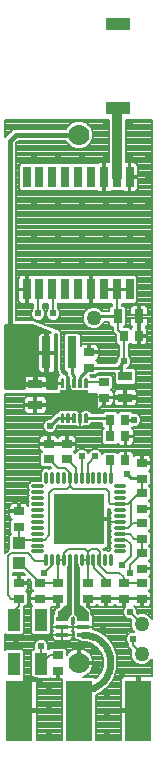
<source format=gtl>
G75*
G70*
%OFA0B0*%
%FSLAX24Y24*%
%IPPOS*%
%LPD*%
%AMOC8*
5,1,8,0,0,1.08239X$1,22.5*
%
%ADD10R,0.1700X0.1700*%
%ADD11C,0.0118*%
%ADD12R,0.0315X0.0709*%
%ADD13R,0.0276X0.0709*%
%ADD14R,0.0787X0.0394*%
%ADD15C,0.0700*%
%ADD16R,0.1496X0.0110*%
%ADD17R,0.0945X0.0650*%
%ADD18C,0.0055*%
%ADD19R,0.0276X0.0354*%
%ADD20R,0.0354X0.0276*%
%ADD21R,0.0315X0.1063*%
%ADD22R,0.0472X0.0315*%
%ADD23R,0.0394X0.0138*%
%ADD24R,0.0900X0.2000*%
%ADD25C,0.0500*%
%ADD26R,0.0433X0.0748*%
%ADD27R,0.0433X0.0394*%
%ADD28R,0.0315X0.0472*%
%ADD29C,0.0240*%
%ADD30C,0.0080*%
%ADD31C,0.0100*%
%ADD32C,0.0060*%
%ADD33C,0.0000*%
%ADD34C,0.0001*%
%ADD35C,0.0160*%
%ADD36C,0.0070*%
%ADD37C,0.0240*%
%ADD38C,0.0320*%
D10*
X003533Y011251D03*
D11*
X003435Y012479D02*
X003435Y012761D01*
X003238Y012761D02*
X003238Y012479D01*
X003041Y012479D02*
X003041Y012761D01*
X002844Y012761D02*
X002844Y012479D01*
X002648Y012479D02*
X002648Y012761D01*
X002451Y012761D02*
X002451Y012479D01*
X002305Y012333D02*
X002023Y012333D01*
X002023Y012136D02*
X002305Y012136D01*
X002305Y011940D02*
X002023Y011940D01*
X002023Y011743D02*
X002305Y011743D01*
X002305Y011546D02*
X002023Y011546D01*
X002023Y011349D02*
X002305Y011349D01*
X002305Y011152D02*
X002023Y011152D01*
X002023Y010955D02*
X002305Y010955D01*
X002305Y010759D02*
X002023Y010759D01*
X002023Y010562D02*
X002305Y010562D01*
X002305Y010365D02*
X002023Y010365D01*
X002023Y010168D02*
X002305Y010168D01*
X002451Y010023D02*
X002451Y009741D01*
X002648Y009741D02*
X002648Y010023D01*
X002844Y010023D02*
X002844Y009741D01*
X003041Y009741D02*
X003041Y010023D01*
X003238Y010023D02*
X003238Y009741D01*
X003435Y009741D02*
X003435Y010023D01*
X003632Y010023D02*
X003632Y009741D01*
X003829Y009741D02*
X003829Y010023D01*
X004025Y010023D02*
X004025Y009741D01*
X004222Y009741D02*
X004222Y010023D01*
X004419Y010023D02*
X004419Y009741D01*
X004616Y009741D02*
X004616Y010023D01*
X004761Y010168D02*
X005043Y010168D01*
X005043Y010365D02*
X004761Y010365D01*
X004761Y010562D02*
X005043Y010562D01*
X005043Y010759D02*
X004761Y010759D01*
X004761Y010955D02*
X005043Y010955D01*
X005043Y011152D02*
X004761Y011152D01*
X004761Y011349D02*
X005043Y011349D01*
X005043Y011546D02*
X004761Y011546D01*
X004761Y011743D02*
X005043Y011743D01*
X005043Y011940D02*
X004761Y011940D01*
X004761Y012136D02*
X005043Y012136D01*
X005043Y012333D02*
X004761Y012333D01*
X004616Y012479D02*
X004616Y012761D01*
X004419Y012761D02*
X004419Y012479D01*
X004222Y012479D02*
X004222Y012761D01*
X004025Y012761D02*
X004025Y012479D01*
X003829Y012479D02*
X003829Y012761D01*
X003632Y012761D02*
X003632Y012479D01*
D12*
X003514Y018902D03*
X003081Y018902D03*
X002648Y018902D03*
X002214Y018902D03*
X002214Y022642D03*
X002648Y022642D03*
X003081Y022642D03*
X003514Y022642D03*
X003947Y022642D03*
X004380Y022642D03*
X004813Y022642D03*
X004813Y018902D03*
X004380Y018902D03*
X003947Y018902D03*
D13*
X005226Y018902D03*
X005226Y022642D03*
X001801Y022642D03*
X001801Y018902D03*
D14*
X004833Y024951D03*
X004833Y027746D03*
D15*
X003533Y024051D03*
X003533Y006451D03*
D16*
X003383Y015092D03*
X003383Y015309D03*
D17*
X003383Y015201D03*
D18*
X003355Y015641D02*
X003355Y015921D01*
X003411Y015921D01*
X003411Y015641D01*
X003355Y015641D01*
X003355Y015695D02*
X003411Y015695D01*
X003411Y015749D02*
X003355Y015749D01*
X003355Y015803D02*
X003411Y015803D01*
X003411Y015857D02*
X003355Y015857D01*
X003355Y015911D02*
X003411Y015911D01*
X003552Y015921D02*
X003552Y015641D01*
X003552Y015921D02*
X003608Y015921D01*
X003608Y015641D01*
X003552Y015641D01*
X003552Y015695D02*
X003608Y015695D01*
X003608Y015749D02*
X003552Y015749D01*
X003552Y015803D02*
X003608Y015803D01*
X003608Y015857D02*
X003552Y015857D01*
X003552Y015911D02*
X003608Y015911D01*
X003749Y015921D02*
X003749Y015641D01*
X003749Y015921D02*
X003805Y015921D01*
X003805Y015641D01*
X003749Y015641D01*
X003749Y015695D02*
X003805Y015695D01*
X003805Y015749D02*
X003749Y015749D01*
X003749Y015803D02*
X003805Y015803D01*
X003805Y015857D02*
X003749Y015857D01*
X003749Y015911D02*
X003805Y015911D01*
X003805Y014760D02*
X003805Y014480D01*
X003749Y014480D01*
X003749Y014760D01*
X003805Y014760D01*
X003805Y014534D02*
X003749Y014534D01*
X003749Y014588D02*
X003805Y014588D01*
X003805Y014642D02*
X003749Y014642D01*
X003749Y014696D02*
X003805Y014696D01*
X003805Y014750D02*
X003749Y014750D01*
X003608Y014760D02*
X003608Y014480D01*
X003552Y014480D01*
X003552Y014760D01*
X003608Y014760D01*
X003608Y014534D02*
X003552Y014534D01*
X003552Y014588D02*
X003608Y014588D01*
X003608Y014642D02*
X003552Y014642D01*
X003552Y014696D02*
X003608Y014696D01*
X003608Y014750D02*
X003552Y014750D01*
X003411Y014760D02*
X003411Y014480D01*
X003355Y014480D01*
X003355Y014760D01*
X003411Y014760D01*
X003411Y014534D02*
X003355Y014534D01*
X003355Y014588D02*
X003411Y014588D01*
X003411Y014642D02*
X003355Y014642D01*
X003355Y014696D02*
X003411Y014696D01*
X003411Y014750D02*
X003355Y014750D01*
X003214Y014760D02*
X003214Y014480D01*
X003158Y014480D01*
X003158Y014760D01*
X003214Y014760D01*
X003214Y014534D02*
X003158Y014534D01*
X003158Y014588D02*
X003214Y014588D01*
X003214Y014642D02*
X003158Y014642D01*
X003158Y014696D02*
X003214Y014696D01*
X003214Y014750D02*
X003158Y014750D01*
X003018Y014760D02*
X003018Y014480D01*
X002962Y014480D01*
X002962Y014760D01*
X003018Y014760D01*
X003018Y014534D02*
X002962Y014534D01*
X002962Y014588D02*
X003018Y014588D01*
X003018Y014642D02*
X002962Y014642D01*
X002962Y014696D02*
X003018Y014696D01*
X003018Y014750D02*
X002962Y014750D01*
X002962Y015641D02*
X002962Y015921D01*
X003018Y015921D01*
X003018Y015641D01*
X002962Y015641D01*
X002962Y015695D02*
X003018Y015695D01*
X003018Y015749D02*
X002962Y015749D01*
X002962Y015803D02*
X003018Y015803D01*
X003018Y015857D02*
X002962Y015857D01*
X002962Y015911D02*
X003018Y015911D01*
X003158Y015921D02*
X003158Y015641D01*
X003158Y015921D02*
X003214Y015921D01*
X003214Y015641D01*
X003158Y015641D01*
X003158Y015695D02*
X003214Y015695D01*
X003214Y015749D02*
X003158Y015749D01*
X003158Y015803D02*
X003214Y015803D01*
X003214Y015857D02*
X003158Y015857D01*
X003158Y015911D02*
X003214Y015911D01*
D19*
X004577Y014551D03*
X004577Y014001D03*
X004577Y013201D03*
X005089Y013201D03*
X005089Y014001D03*
X005089Y014551D03*
X005027Y017351D03*
X005539Y017351D03*
D20*
X005633Y013107D03*
X005633Y012595D03*
X005633Y012107D03*
X005633Y011595D03*
X005633Y011107D03*
X005633Y010595D03*
X005633Y010107D03*
X005633Y009595D03*
X005633Y009107D03*
X005633Y008595D03*
X005033Y008595D03*
X005033Y009107D03*
X004433Y009107D03*
X004433Y008595D03*
X003833Y008595D03*
X003833Y009107D03*
X002833Y009107D03*
X002833Y008595D03*
X002833Y006707D03*
X002833Y006195D03*
X002233Y008595D03*
X002233Y009107D03*
X001533Y009107D03*
X001533Y008595D03*
X001533Y010995D03*
X001533Y011507D03*
X002533Y013245D03*
X002533Y013757D03*
X003133Y013757D03*
X003133Y013245D03*
X003883Y016295D03*
X003883Y016807D03*
X004383Y015807D03*
X004383Y015295D03*
D21*
X003316Y016801D03*
X002450Y016801D03*
D22*
X002083Y015755D03*
X002083Y015046D03*
X005083Y015296D03*
X005083Y016005D03*
D23*
X003678Y007907D03*
X003678Y007651D03*
X003678Y007395D03*
X002989Y007395D03*
X002989Y007651D03*
X002989Y007907D03*
D24*
X001543Y004861D03*
X003533Y004861D03*
X005523Y004861D03*
D25*
X005633Y006751D03*
X005633Y007751D03*
X004033Y017951D03*
D26*
X002286Y007879D03*
X002286Y006422D03*
X001381Y006422D03*
X001381Y007879D03*
D27*
X001533Y009766D03*
X001533Y010435D03*
D28*
X004829Y018001D03*
X005538Y018001D03*
D29*
X005833Y019751D03*
X005833Y020751D03*
X005833Y021751D03*
X005833Y022551D03*
X005833Y023351D03*
X005233Y023351D03*
X005233Y024351D03*
X005233Y021751D03*
X005233Y020751D03*
X005233Y019751D03*
X004433Y019751D03*
X004433Y020751D03*
X004433Y021751D03*
X004433Y023351D03*
X004433Y023851D03*
X004433Y024351D03*
X003633Y023351D03*
X003633Y021751D03*
X003633Y020751D03*
X003633Y019751D03*
X002833Y019751D03*
X002833Y020751D03*
X002833Y021751D03*
X002833Y023351D03*
X002033Y023351D03*
X002033Y021751D03*
X002033Y020751D03*
X002033Y019751D03*
X002183Y018101D03*
X002683Y018101D03*
X001983Y016251D03*
X002583Y014351D03*
X003083Y015201D03*
X003633Y013351D03*
X003983Y011701D03*
X003983Y010801D03*
X004083Y013351D03*
X003683Y015201D03*
X003083Y011701D03*
X003083Y010801D03*
X002383Y009451D03*
X002283Y007001D03*
X002533Y005651D03*
X002533Y004901D03*
X002533Y004151D03*
X001433Y007151D03*
X004033Y006851D03*
X004133Y006201D03*
X004483Y005351D03*
X004483Y004701D03*
X004483Y004151D03*
X004983Y006101D03*
X004933Y007051D03*
X005233Y008151D03*
X005333Y007251D03*
X005233Y009451D03*
X004983Y009701D03*
X004333Y007651D03*
X005133Y012751D03*
X005383Y014551D03*
X005033Y016501D03*
D30*
X004933Y016401D01*
X005033Y016501D02*
X005033Y017345D01*
X005027Y017351D01*
X004829Y017549D01*
X004829Y018001D01*
X004813Y018017D01*
X004813Y018902D01*
X004973Y018427D02*
X005020Y018427D01*
X005029Y018437D01*
X005039Y018427D01*
X005414Y018427D01*
X005484Y018498D01*
X005484Y019306D01*
X005414Y019376D01*
X005039Y019376D01*
X005029Y019367D01*
X005020Y019376D01*
X004606Y019376D01*
X004596Y019367D01*
X004587Y019376D01*
X004176Y019376D01*
X004158Y019387D01*
X004123Y019396D01*
X003985Y019396D01*
X003985Y018941D01*
X003908Y018941D01*
X003908Y019396D01*
X003771Y019396D01*
X003735Y019387D01*
X003717Y019376D01*
X003306Y019376D01*
X003297Y019367D01*
X003288Y019376D01*
X002873Y019376D01*
X002864Y019367D01*
X002855Y019376D01*
X002440Y019376D01*
X002431Y019367D01*
X002422Y019376D01*
X002011Y019376D01*
X001993Y019387D01*
X001957Y019396D01*
X001830Y019396D01*
X001830Y018931D01*
X001772Y018931D01*
X001772Y019396D01*
X001645Y019396D01*
X001609Y019387D01*
X001577Y019368D01*
X001551Y019342D01*
X001533Y019310D01*
X001523Y019275D01*
X001523Y018931D01*
X001772Y018931D01*
X001772Y018873D01*
X001523Y018873D01*
X001523Y018529D01*
X001533Y018493D01*
X001551Y018462D01*
X001577Y018435D01*
X001609Y018417D01*
X001645Y018407D01*
X001772Y018407D01*
X001772Y018873D01*
X001830Y018873D01*
X001830Y018407D01*
X001957Y018407D01*
X001993Y018417D01*
X002011Y018427D01*
X002023Y018427D01*
X002023Y018280D01*
X001980Y018237D01*
X001943Y018148D01*
X001943Y018053D01*
X001980Y017965D01*
X002047Y017897D01*
X002136Y017861D01*
X002231Y017861D01*
X002319Y017897D01*
X002387Y017965D01*
X002423Y018053D01*
X002423Y018148D01*
X002387Y018237D01*
X002343Y018280D01*
X002343Y018427D01*
X002422Y018427D01*
X002431Y018437D01*
X002440Y018427D01*
X002523Y018427D01*
X002523Y018280D01*
X002480Y018237D01*
X002443Y018148D01*
X002443Y018053D01*
X002480Y017965D01*
X002547Y017897D01*
X002636Y017861D01*
X002731Y017861D01*
X002819Y017897D01*
X002887Y017965D01*
X002923Y018053D01*
X002923Y018148D01*
X002887Y018237D01*
X002843Y018280D01*
X002843Y018427D01*
X002855Y018427D01*
X002864Y018437D01*
X002873Y018427D01*
X003288Y018427D01*
X003297Y018437D01*
X003306Y018427D01*
X003717Y018427D01*
X003735Y018417D01*
X003771Y018407D01*
X003908Y018407D01*
X003908Y018863D01*
X003985Y018863D01*
X003985Y018407D01*
X004123Y018407D01*
X004158Y018417D01*
X004176Y018427D01*
X004587Y018427D01*
X004596Y018437D01*
X004606Y018427D01*
X004653Y018427D01*
X004653Y018357D01*
X004622Y018357D01*
X004552Y018287D01*
X004552Y018171D01*
X004337Y018171D01*
X004243Y018264D01*
X004107Y018321D01*
X003960Y018321D01*
X003824Y018264D01*
X003720Y018160D01*
X003663Y018024D01*
X003663Y017877D01*
X003720Y017741D01*
X003824Y017637D01*
X003960Y017581D01*
X004107Y017581D01*
X004243Y017637D01*
X004347Y017741D01*
X004384Y017831D01*
X004552Y017831D01*
X004552Y017715D01*
X004622Y017644D01*
X004669Y017644D01*
X004669Y017483D01*
X004770Y017382D01*
X004770Y017124D01*
X004840Y017053D01*
X004873Y017053D01*
X004873Y016680D01*
X004830Y016637D01*
X004793Y016548D01*
X004793Y016501D01*
X004757Y016465D01*
X004180Y016465D01*
X004180Y016482D01*
X004121Y016542D01*
X004146Y016557D01*
X004173Y016583D01*
X004191Y016615D01*
X004200Y016650D01*
X004200Y016778D01*
X003912Y016778D01*
X003912Y016835D01*
X004200Y016835D01*
X004200Y016963D01*
X004191Y016998D01*
X004173Y017030D01*
X004146Y017056D01*
X004115Y017075D01*
X004079Y017084D01*
X003912Y017084D01*
X003912Y016835D01*
X003854Y016835D01*
X003854Y017084D01*
X003688Y017084D01*
X003652Y017075D01*
X003620Y017056D01*
X003594Y017030D01*
X003594Y017382D01*
X003524Y017452D01*
X003109Y017452D01*
X003039Y017382D01*
X003039Y016219D01*
X003109Y016149D01*
X003146Y016149D01*
X003146Y016089D01*
X003137Y016089D01*
X003094Y016077D01*
X003079Y016068D01*
X003078Y016069D01*
X003039Y016069D01*
X002953Y016241D01*
X002953Y017370D01*
X002967Y017407D01*
X002953Y017437D01*
X002953Y017471D01*
X002925Y017499D01*
X002909Y017535D01*
X002878Y017547D01*
X002854Y017571D01*
X002814Y017571D01*
X002078Y017847D01*
X002054Y017871D01*
X002014Y017871D01*
X001977Y017885D01*
X001947Y017871D01*
X001433Y017871D01*
X001433Y023768D01*
X001516Y023851D01*
X003107Y023851D01*
X003135Y023784D01*
X003267Y023652D01*
X003440Y023581D01*
X003627Y023581D01*
X003800Y023652D01*
X003932Y023784D01*
X004003Y023957D01*
X004003Y024144D01*
X003932Y024317D01*
X003800Y024449D01*
X003627Y024521D01*
X003440Y024521D01*
X003267Y024449D01*
X003135Y024317D01*
X003107Y024251D01*
X001350Y024251D01*
X001150Y024051D01*
X001073Y023973D01*
X001073Y024551D01*
X004533Y024551D01*
X004533Y023136D01*
X004419Y023136D01*
X004419Y022681D01*
X004341Y022681D01*
X004341Y023136D01*
X004204Y023136D01*
X004168Y023127D01*
X004150Y023116D01*
X003740Y023116D01*
X003730Y023107D01*
X003721Y023116D01*
X003306Y023116D01*
X003297Y023107D01*
X003288Y023116D01*
X002873Y023116D01*
X002864Y023107D01*
X002855Y023116D01*
X002440Y023116D01*
X002431Y023107D01*
X002422Y023116D01*
X002007Y023116D01*
X001998Y023107D01*
X001989Y023116D01*
X001614Y023116D01*
X001543Y023046D01*
X001543Y022238D01*
X001614Y022168D01*
X001989Y022168D01*
X001998Y022177D01*
X002007Y022168D01*
X002422Y022168D01*
X002431Y022177D01*
X002440Y022168D01*
X002855Y022168D01*
X002864Y022177D01*
X002873Y022168D01*
X003288Y022168D01*
X003297Y022177D01*
X003306Y022168D01*
X003721Y022168D01*
X003730Y022177D01*
X003740Y022168D01*
X004150Y022168D01*
X004168Y022157D01*
X004204Y022148D01*
X004341Y022148D01*
X004341Y022603D01*
X004419Y022603D01*
X004419Y022148D01*
X004556Y022148D01*
X004591Y022157D01*
X004609Y022168D01*
X005016Y022168D01*
X005034Y022157D01*
X005070Y022148D01*
X005197Y022148D01*
X005197Y022613D01*
X005255Y022613D01*
X005255Y022148D01*
X005382Y022148D01*
X005418Y022157D01*
X005450Y022176D01*
X005476Y022202D01*
X005494Y022234D01*
X005504Y022269D01*
X005504Y022613D01*
X005255Y022613D01*
X005255Y022671D01*
X005197Y022671D01*
X005197Y023136D01*
X005093Y023136D01*
X005093Y024551D01*
X005963Y024551D01*
X005963Y007921D01*
X005947Y007960D01*
X005843Y008064D01*
X005707Y008121D01*
X005560Y008121D01*
X005505Y008098D01*
X005473Y008130D01*
X005473Y008198D01*
X005437Y008287D01*
X005390Y008334D01*
X005402Y008326D01*
X005438Y008317D01*
X005604Y008317D01*
X005604Y008566D01*
X005062Y008566D01*
X005062Y008319D01*
X005030Y008287D01*
X004993Y008198D01*
X004993Y008103D01*
X005030Y008015D01*
X005097Y007947D01*
X005186Y007911D01*
X005254Y007911D01*
X005286Y007879D01*
X005263Y007824D01*
X005263Y007677D01*
X005320Y007541D01*
X005370Y007491D01*
X005286Y007491D01*
X005197Y007454D01*
X005130Y007387D01*
X005093Y007298D01*
X005093Y007203D01*
X005130Y007115D01*
X005173Y007071D01*
X005173Y006984D01*
X005284Y006874D01*
X005263Y006824D01*
X005263Y006677D01*
X005320Y006541D01*
X005424Y006437D01*
X005560Y006381D01*
X005707Y006381D01*
X005843Y006437D01*
X005947Y006541D01*
X005963Y006581D01*
X005963Y006001D01*
X005563Y006001D01*
X005563Y004901D01*
X005483Y004901D01*
X005483Y006001D01*
X005055Y006001D01*
X005019Y005991D01*
X004987Y005973D01*
X004961Y005947D01*
X004943Y005915D01*
X004933Y005879D01*
X004933Y004901D01*
X005483Y004901D01*
X005483Y004821D01*
X004933Y004821D01*
X004933Y003891D01*
X004103Y003891D01*
X004103Y005388D01*
X004207Y005422D01*
X004499Y005634D01*
X004499Y005634D01*
X004499Y005634D01*
X004712Y005927D01*
X004823Y006270D01*
X004823Y006671D01*
X004711Y007016D01*
X004498Y007309D01*
X004498Y007309D01*
X004204Y007523D01*
X004015Y007584D01*
X004015Y007651D01*
X004015Y007738D01*
X004005Y007774D01*
X003995Y007792D01*
X003995Y008025D01*
X003953Y008066D01*
X003953Y008200D01*
X003898Y008256D01*
X003897Y008263D01*
X003863Y008290D01*
X003833Y008321D01*
X003825Y008321D01*
X003804Y008337D01*
X003804Y008566D01*
X003862Y008566D01*
X003862Y008317D01*
X004029Y008317D01*
X004065Y008326D01*
X004096Y008345D01*
X004123Y008371D01*
X004133Y008390D01*
X004144Y008371D01*
X004170Y008345D01*
X004202Y008326D01*
X004238Y008317D01*
X004404Y008317D01*
X004404Y008566D01*
X003862Y008566D01*
X003862Y008624D01*
X004150Y008624D01*
X004404Y008624D01*
X004404Y008566D01*
X004462Y008566D01*
X004462Y008317D01*
X004629Y008317D01*
X004665Y008326D01*
X004696Y008345D01*
X004723Y008371D01*
X004733Y008390D01*
X004744Y008371D01*
X004770Y008345D01*
X004802Y008326D01*
X004838Y008317D01*
X005004Y008317D01*
X005004Y008566D01*
X004750Y008566D01*
X004462Y008566D01*
X004462Y008624D01*
X005004Y008624D01*
X005004Y008566D01*
X005062Y008566D01*
X005062Y008624D01*
X005316Y008624D01*
X005604Y008624D01*
X005604Y008566D01*
X005662Y008566D01*
X005662Y008317D01*
X005829Y008317D01*
X005865Y008326D01*
X005896Y008345D01*
X005923Y008371D01*
X005941Y008403D01*
X005950Y008438D01*
X005950Y008566D01*
X005662Y008566D01*
X005662Y008624D01*
X005950Y008624D01*
X005950Y008751D01*
X005941Y008787D01*
X005923Y008818D01*
X005896Y008845D01*
X005871Y008859D01*
X005930Y008919D01*
X005930Y009294D01*
X005886Y009339D01*
X005896Y009345D01*
X005923Y009371D01*
X005941Y009403D01*
X005950Y009438D01*
X005950Y009566D01*
X005662Y009566D01*
X005662Y009624D01*
X005950Y009624D01*
X005950Y009751D01*
X005941Y009787D01*
X005923Y009818D01*
X005896Y009845D01*
X005871Y009859D01*
X005930Y009919D01*
X005930Y010294D01*
X005874Y010351D01*
X005930Y010407D01*
X005930Y010782D01*
X005862Y010851D01*
X005930Y010919D01*
X005930Y011294D01*
X005886Y011339D01*
X005896Y011345D01*
X005923Y011371D01*
X005941Y011403D01*
X005950Y011438D01*
X005950Y011566D01*
X005662Y011566D01*
X005662Y011624D01*
X005950Y011624D01*
X005950Y011751D01*
X005941Y011787D01*
X005923Y011818D01*
X005896Y011845D01*
X005871Y011859D01*
X005930Y011919D01*
X005930Y012294D01*
X005874Y012351D01*
X005930Y012407D01*
X005930Y012782D01*
X005871Y012842D01*
X005896Y012857D01*
X005963Y012857D01*
X005923Y012883D02*
X005941Y012915D01*
X005950Y012950D01*
X005950Y013078D01*
X005662Y013078D01*
X005662Y013135D01*
X005950Y013135D01*
X005950Y013263D01*
X005941Y013298D01*
X005923Y013330D01*
X005896Y013356D01*
X005865Y013375D01*
X005829Y013384D01*
X005662Y013384D01*
X005662Y013135D01*
X005604Y013135D01*
X005604Y013384D01*
X005438Y013384D01*
X005402Y013375D01*
X005370Y013356D01*
X005367Y013353D01*
X005367Y013396D01*
X005357Y013432D01*
X005339Y013464D01*
X005313Y013490D01*
X005281Y013508D01*
X005245Y013518D01*
X005118Y013518D01*
X005118Y013230D01*
X005060Y013230D01*
X005060Y013518D01*
X004933Y013518D01*
X004897Y013508D01*
X004865Y013490D01*
X004839Y013464D01*
X004825Y013438D01*
X004765Y013498D01*
X004390Y013498D01*
X004320Y013428D01*
X004320Y013407D01*
X004287Y013487D01*
X004219Y013554D01*
X004131Y013591D01*
X004036Y013591D01*
X003947Y013554D01*
X003880Y013487D01*
X003858Y013435D01*
X003837Y013487D01*
X003769Y013554D01*
X003681Y013591D01*
X003586Y013591D01*
X003497Y013554D01*
X003430Y013487D01*
X003414Y013449D01*
X003371Y013492D01*
X003396Y013507D01*
X003423Y013533D01*
X003441Y013565D01*
X003450Y013600D01*
X003450Y013728D01*
X003162Y013728D01*
X003162Y013785D01*
X003450Y013785D01*
X003450Y013913D01*
X003441Y013948D01*
X003423Y013980D01*
X003396Y014006D01*
X003365Y014025D01*
X003329Y014034D01*
X003162Y014034D01*
X003104Y014034D01*
X002938Y014034D01*
X002902Y014025D01*
X002870Y014006D01*
X002844Y013980D01*
X002833Y013962D01*
X002823Y013980D01*
X002796Y014006D01*
X002765Y014025D01*
X002729Y014034D01*
X002562Y014034D01*
X002504Y014034D01*
X002338Y014034D01*
X002302Y014025D01*
X002270Y014006D01*
X002244Y013980D01*
X002226Y013948D01*
X002216Y013913D01*
X002216Y013785D01*
X002504Y013785D01*
X002504Y013728D01*
X002216Y013728D01*
X002216Y013600D01*
X002226Y013565D01*
X002244Y013533D01*
X002270Y013507D01*
X002296Y013492D01*
X002236Y013432D01*
X002236Y013057D01*
X002306Y012987D01*
X002565Y012987D01*
X002612Y012940D01*
X002573Y012940D01*
X002549Y012915D01*
X002525Y012940D01*
X002376Y012940D01*
X002272Y012835D01*
X002272Y012512D01*
X001949Y012512D01*
X001844Y012407D01*
X001844Y012259D01*
X001869Y012235D01*
X001844Y012211D01*
X001844Y012062D01*
X001869Y012038D01*
X001844Y012014D01*
X001844Y011865D01*
X001869Y011841D01*
X001844Y011817D01*
X001844Y011685D01*
X001841Y011698D01*
X001823Y011730D01*
X001796Y011756D01*
X001765Y011775D01*
X001729Y011784D01*
X001562Y011784D01*
X001562Y011535D01*
X001504Y011535D01*
X001504Y011478D01*
X001216Y011478D01*
X001216Y011350D01*
X001226Y011315D01*
X001244Y011283D01*
X001270Y011257D01*
X001296Y011242D01*
X001236Y011182D01*
X001236Y010807D01*
X001291Y010752D01*
X001267Y010752D01*
X001197Y010682D01*
X001197Y010233D01*
X001128Y010165D01*
X001073Y010110D01*
X001073Y015431D01*
X002512Y015431D01*
X002505Y015418D01*
X002495Y015382D01*
X002495Y015309D01*
X002771Y015309D01*
X002771Y015309D01*
X002495Y015309D01*
X002495Y015235D01*
X002505Y015201D01*
X002495Y015166D01*
X002495Y015092D01*
X002495Y015019D01*
X002505Y014983D01*
X002523Y014951D01*
X002549Y014925D01*
X002581Y014907D01*
X002617Y014897D01*
X002771Y014897D01*
X002771Y014857D01*
X002780Y014822D01*
X002799Y014790D01*
X002782Y014790D01*
X002583Y014591D01*
X002536Y014591D01*
X002447Y014554D01*
X002380Y014487D01*
X002343Y014398D01*
X002343Y014303D01*
X002380Y014215D01*
X002447Y014147D01*
X002536Y014111D01*
X002631Y014111D01*
X002719Y014147D01*
X002787Y014215D01*
X002823Y014303D01*
X002823Y014350D01*
X002853Y014380D01*
X002901Y014333D01*
X003078Y014333D01*
X003088Y014342D01*
X003098Y014333D01*
X003275Y014333D01*
X003285Y014342D01*
X003295Y014333D01*
X003472Y014333D01*
X003472Y014333D01*
X003488Y014324D01*
X003531Y014313D01*
X003580Y014313D01*
X003580Y014620D01*
X003580Y014620D01*
X003580Y014313D01*
X003630Y014313D01*
X003672Y014324D01*
X003688Y014333D01*
X003688Y014333D01*
X003866Y014333D01*
X003952Y014419D01*
X003952Y014450D01*
X004320Y014450D01*
X004320Y014324D01*
X004368Y014276D01*
X004320Y014228D01*
X004320Y013774D01*
X004390Y013703D01*
X004765Y013703D01*
X004825Y013763D01*
X004839Y013738D01*
X004865Y013711D01*
X004897Y013693D01*
X004933Y013683D01*
X005060Y013683D01*
X005060Y013972D01*
X005118Y013972D01*
X005118Y014030D01*
X005367Y014030D01*
X005367Y014196D01*
X005357Y014232D01*
X005339Y014264D01*
X005313Y014290D01*
X005334Y014311D01*
X005336Y014311D01*
X005431Y014311D01*
X005519Y014347D01*
X005587Y014415D01*
X005623Y014503D01*
X005623Y014598D01*
X005587Y014687D01*
X005519Y014754D01*
X005431Y014791D01*
X005336Y014791D01*
X005334Y014790D01*
X005277Y014848D01*
X004902Y014848D01*
X004833Y014779D01*
X004765Y014848D01*
X004390Y014848D01*
X004332Y014790D01*
X003968Y014790D01*
X003986Y014822D01*
X003996Y014857D01*
X003996Y014897D01*
X004150Y014897D01*
X004185Y014907D01*
X004217Y014925D01*
X004243Y014951D01*
X004262Y014983D01*
X004271Y015017D01*
X004354Y015017D01*
X004354Y015266D01*
X004271Y015266D01*
X004271Y015309D01*
X004271Y015324D01*
X004354Y015324D01*
X004354Y015266D01*
X004412Y015266D01*
X004412Y015017D01*
X004579Y015017D01*
X004615Y015026D01*
X004646Y015045D01*
X004673Y015071D01*
X004691Y015103D01*
X004700Y015138D01*
X004700Y015266D01*
X004412Y015266D01*
X004412Y015324D01*
X004700Y015324D01*
X004700Y015451D01*
X004691Y015487D01*
X004673Y015518D01*
X004646Y015545D01*
X004621Y015559D01*
X004680Y015619D01*
X004680Y015994D01*
X004610Y016064D01*
X004156Y016064D01*
X004086Y015994D01*
X004086Y015967D01*
X003952Y015967D01*
X003952Y015982D01*
X003897Y016037D01*
X004110Y016037D01*
X004180Y016107D01*
X004180Y016125D01*
X004727Y016125D01*
X004727Y015798D01*
X004797Y015727D01*
X005369Y015727D01*
X005440Y015798D01*
X005440Y016212D01*
X005369Y016282D01*
X005134Y016282D01*
X005169Y016297D01*
X005237Y016365D01*
X005273Y016453D01*
X005273Y016548D01*
X005237Y016637D01*
X005193Y016680D01*
X005193Y017053D01*
X005215Y017053D01*
X005275Y017113D01*
X005289Y017088D01*
X005315Y017061D01*
X005347Y017043D01*
X005383Y017033D01*
X005510Y017033D01*
X005510Y017322D01*
X005568Y017322D01*
X005568Y017380D01*
X005510Y017380D01*
X005510Y017668D01*
X005499Y017668D01*
X005499Y017962D01*
X005240Y017962D01*
X005240Y017746D01*
X005250Y017710D01*
X005268Y017678D01*
X005294Y017652D01*
X005316Y017640D01*
X005315Y017640D01*
X005289Y017614D01*
X005275Y017588D01*
X005215Y017648D01*
X005040Y017648D01*
X005106Y017715D01*
X005106Y018287D01*
X005036Y018357D01*
X004973Y018357D01*
X004973Y018427D01*
X005023Y018430D02*
X005036Y018430D01*
X005041Y018352D02*
X005299Y018352D01*
X005294Y018349D02*
X005268Y018323D01*
X005250Y018291D01*
X005240Y018255D01*
X005240Y018039D01*
X005499Y018039D01*
X005499Y017962D01*
X005576Y017962D01*
X005576Y017668D01*
X005568Y017668D01*
X005568Y017380D01*
X005817Y017380D01*
X005817Y017546D01*
X005807Y017582D01*
X005789Y017614D01*
X005763Y017640D01*
X005761Y017641D01*
X005781Y017652D01*
X005807Y017678D01*
X005826Y017710D01*
X005835Y017746D01*
X005835Y017962D01*
X005576Y017962D01*
X005576Y018039D01*
X005499Y018039D01*
X005499Y018377D01*
X005362Y018377D01*
X005326Y018367D01*
X005294Y018349D01*
X005245Y018273D02*
X005106Y018273D01*
X005106Y018195D02*
X005240Y018195D01*
X005240Y018116D02*
X005106Y018116D01*
X005106Y018038D02*
X005499Y018038D01*
X005576Y018038D02*
X005963Y018038D01*
X005963Y018116D02*
X005835Y018116D01*
X005835Y018039D02*
X005835Y018255D01*
X005826Y018291D01*
X005807Y018323D01*
X005781Y018349D01*
X005749Y018367D01*
X005714Y018377D01*
X005576Y018377D01*
X005576Y018039D01*
X005835Y018039D01*
X005835Y017959D02*
X005963Y017959D01*
X005963Y017881D02*
X005835Y017881D01*
X005835Y017802D02*
X005963Y017802D01*
X005963Y017724D02*
X005829Y017724D01*
X005769Y017645D02*
X005963Y017645D01*
X005963Y017567D02*
X005812Y017567D01*
X005817Y017488D02*
X005963Y017488D01*
X005963Y017410D02*
X005817Y017410D01*
X005817Y017322D02*
X005568Y017322D01*
X005568Y017033D01*
X005695Y017033D01*
X005731Y017043D01*
X005763Y017061D01*
X005789Y017088D01*
X005807Y017119D01*
X005817Y017155D01*
X005817Y017322D01*
X005817Y017253D02*
X005963Y017253D01*
X005963Y017331D02*
X005568Y017331D01*
X005568Y017253D02*
X005510Y017253D01*
X005510Y017174D02*
X005568Y017174D01*
X005568Y017096D02*
X005510Y017096D01*
X005510Y017410D02*
X005568Y017410D01*
X005568Y017488D02*
X005510Y017488D01*
X005510Y017567D02*
X005568Y017567D01*
X005568Y017645D02*
X005510Y017645D01*
X005499Y017724D02*
X005576Y017724D01*
X005576Y017802D02*
X005499Y017802D01*
X005499Y017881D02*
X005576Y017881D01*
X005576Y017959D02*
X005499Y017959D01*
X005499Y018116D02*
X005576Y018116D01*
X005576Y018195D02*
X005499Y018195D01*
X005499Y018273D02*
X005576Y018273D01*
X005576Y018352D02*
X005499Y018352D01*
X005416Y018430D02*
X005963Y018430D01*
X005963Y018352D02*
X005776Y018352D01*
X005830Y018273D02*
X005963Y018273D01*
X005963Y018195D02*
X005835Y018195D01*
X005963Y018509D02*
X005484Y018509D01*
X005484Y018587D02*
X005963Y018587D01*
X005963Y018666D02*
X005484Y018666D01*
X005484Y018744D02*
X005963Y018744D01*
X005963Y018823D02*
X005484Y018823D01*
X005484Y018901D02*
X005963Y018901D01*
X005963Y018980D02*
X005484Y018980D01*
X005484Y019058D02*
X005963Y019058D01*
X005963Y019137D02*
X005484Y019137D01*
X005484Y019215D02*
X005963Y019215D01*
X005963Y019294D02*
X005484Y019294D01*
X005418Y019372D02*
X005963Y019372D01*
X005963Y019451D02*
X001433Y019451D01*
X001433Y019529D02*
X005963Y019529D01*
X005963Y019608D02*
X001433Y019608D01*
X001433Y019686D02*
X005963Y019686D01*
X005963Y019765D02*
X001433Y019765D01*
X001433Y019843D02*
X005963Y019843D01*
X005963Y019922D02*
X001433Y019922D01*
X001433Y020000D02*
X005963Y020000D01*
X005963Y020079D02*
X001433Y020079D01*
X001433Y020157D02*
X005963Y020157D01*
X005963Y020236D02*
X001433Y020236D01*
X001433Y020314D02*
X005963Y020314D01*
X005963Y020393D02*
X001433Y020393D01*
X001433Y020471D02*
X005963Y020471D01*
X005963Y020550D02*
X001433Y020550D01*
X001433Y020628D02*
X005963Y020628D01*
X005963Y020707D02*
X001433Y020707D01*
X001433Y020785D02*
X005963Y020785D01*
X005963Y020864D02*
X001433Y020864D01*
X001433Y020942D02*
X005963Y020942D01*
X005963Y021021D02*
X001433Y021021D01*
X001433Y021099D02*
X005963Y021099D01*
X005963Y021178D02*
X001433Y021178D01*
X001433Y021256D02*
X005963Y021256D01*
X005963Y021335D02*
X001433Y021335D01*
X001433Y021413D02*
X005963Y021413D01*
X005963Y021492D02*
X001433Y021492D01*
X001433Y021570D02*
X005963Y021570D01*
X005963Y021649D02*
X001433Y021649D01*
X001433Y021727D02*
X005963Y021727D01*
X005963Y021806D02*
X001433Y021806D01*
X001433Y021884D02*
X005963Y021884D01*
X005963Y021963D02*
X001433Y021963D01*
X001433Y022041D02*
X005963Y022041D01*
X005963Y022120D02*
X001433Y022120D01*
X001433Y022198D02*
X001583Y022198D01*
X001543Y022277D02*
X001433Y022277D01*
X001433Y022355D02*
X001543Y022355D01*
X001543Y022434D02*
X001433Y022434D01*
X001433Y022512D02*
X001543Y022512D01*
X001543Y022591D02*
X001433Y022591D01*
X001433Y022669D02*
X001543Y022669D01*
X001543Y022748D02*
X001433Y022748D01*
X001433Y022826D02*
X001543Y022826D01*
X001543Y022905D02*
X001433Y022905D01*
X001433Y022983D02*
X001543Y022983D01*
X001559Y023062D02*
X001433Y023062D01*
X001433Y023140D02*
X004533Y023140D01*
X004533Y023219D02*
X001433Y023219D01*
X001433Y023297D02*
X004533Y023297D01*
X004533Y023376D02*
X001433Y023376D01*
X001433Y023454D02*
X004533Y023454D01*
X004533Y023533D02*
X001433Y023533D01*
X001433Y023611D02*
X003366Y023611D01*
X003230Y023690D02*
X001433Y023690D01*
X001434Y023768D02*
X003151Y023768D01*
X003109Y023847D02*
X001512Y023847D01*
X001339Y024239D02*
X001073Y024239D01*
X001073Y024161D02*
X001261Y024161D01*
X001182Y024082D02*
X001073Y024082D01*
X001073Y024004D02*
X001104Y024004D01*
X001073Y024318D02*
X003136Y024318D01*
X003214Y024396D02*
X001073Y024396D01*
X001073Y024475D02*
X003329Y024475D01*
X003701Y023611D02*
X004533Y023611D01*
X004533Y023690D02*
X003837Y023690D01*
X003916Y023768D02*
X004533Y023768D01*
X004533Y023847D02*
X003958Y023847D01*
X003990Y023925D02*
X004533Y023925D01*
X004533Y024004D02*
X004003Y024004D01*
X004003Y024082D02*
X004533Y024082D01*
X004533Y024161D02*
X003996Y024161D01*
X003964Y024239D02*
X004533Y024239D01*
X004533Y024318D02*
X003931Y024318D01*
X003852Y024396D02*
X004533Y024396D01*
X004533Y024475D02*
X003738Y024475D01*
X004341Y023062D02*
X004419Y023062D01*
X004419Y022983D02*
X004341Y022983D01*
X004341Y022905D02*
X004419Y022905D01*
X004419Y022826D02*
X004341Y022826D01*
X004341Y022748D02*
X004419Y022748D01*
X004419Y022591D02*
X004341Y022591D01*
X004341Y022512D02*
X004419Y022512D01*
X004419Y022434D02*
X004341Y022434D01*
X004341Y022355D02*
X004419Y022355D01*
X004419Y022277D02*
X004341Y022277D01*
X004341Y022198D02*
X004419Y022198D01*
X005093Y023140D02*
X005963Y023140D01*
X005963Y023062D02*
X005488Y023062D01*
X005494Y023050D02*
X005476Y023082D01*
X005450Y023108D01*
X005418Y023127D01*
X005382Y023136D01*
X005255Y023136D01*
X005255Y022671D01*
X005504Y022671D01*
X005504Y023015D01*
X005494Y023050D01*
X005504Y022983D02*
X005963Y022983D01*
X005963Y022905D02*
X005504Y022905D01*
X005504Y022826D02*
X005963Y022826D01*
X005963Y022748D02*
X005504Y022748D01*
X005504Y022591D02*
X005963Y022591D01*
X005963Y022669D02*
X005255Y022669D01*
X005255Y022591D02*
X005197Y022591D01*
X005197Y022512D02*
X005255Y022512D01*
X005255Y022434D02*
X005197Y022434D01*
X005197Y022355D02*
X005255Y022355D01*
X005255Y022277D02*
X005197Y022277D01*
X005197Y022198D02*
X005255Y022198D01*
X005255Y022748D02*
X005197Y022748D01*
X005197Y022826D02*
X005255Y022826D01*
X005255Y022905D02*
X005197Y022905D01*
X005197Y022983D02*
X005255Y022983D01*
X005255Y023062D02*
X005197Y023062D01*
X005093Y023219D02*
X005963Y023219D01*
X005963Y023297D02*
X005093Y023297D01*
X005093Y023376D02*
X005963Y023376D01*
X005963Y023454D02*
X005093Y023454D01*
X005093Y023533D02*
X005963Y023533D01*
X005963Y023611D02*
X005093Y023611D01*
X005093Y023690D02*
X005963Y023690D01*
X005963Y023768D02*
X005093Y023768D01*
X005093Y023847D02*
X005963Y023847D01*
X005963Y023925D02*
X005093Y023925D01*
X005093Y024004D02*
X005963Y024004D01*
X005963Y024082D02*
X005093Y024082D01*
X005093Y024161D02*
X005963Y024161D01*
X005963Y024239D02*
X005093Y024239D01*
X005093Y024318D02*
X005963Y024318D01*
X005963Y024396D02*
X005093Y024396D01*
X005093Y024475D02*
X005963Y024475D01*
X005963Y022512D02*
X005504Y022512D01*
X005504Y022434D02*
X005963Y022434D01*
X005963Y022355D02*
X005504Y022355D01*
X005504Y022277D02*
X005963Y022277D01*
X005963Y022198D02*
X005473Y022198D01*
X005035Y019372D02*
X005024Y019372D01*
X005106Y017959D02*
X005240Y017959D01*
X005240Y017881D02*
X005106Y017881D01*
X005106Y017802D02*
X005240Y017802D01*
X005246Y017724D02*
X005106Y017724D01*
X005218Y017645D02*
X005307Y017645D01*
X005285Y017096D02*
X005257Y017096D01*
X005193Y017017D02*
X005963Y017017D01*
X005963Y016939D02*
X005193Y016939D01*
X005193Y016860D02*
X005963Y016860D01*
X005963Y016782D02*
X005193Y016782D01*
X005193Y016703D02*
X005963Y016703D01*
X005963Y016625D02*
X005242Y016625D01*
X005273Y016546D02*
X005963Y016546D01*
X005963Y016468D02*
X005273Y016468D01*
X005247Y016389D02*
X005963Y016389D01*
X005963Y016311D02*
X005183Y016311D01*
X005122Y015594D02*
X005122Y015335D01*
X005045Y015335D01*
X005045Y015594D01*
X004829Y015594D01*
X004793Y015584D01*
X004761Y015566D01*
X004735Y015540D01*
X004717Y015508D01*
X004707Y015472D01*
X004707Y015335D01*
X005045Y015335D01*
X005045Y015258D01*
X004707Y015258D01*
X004707Y015120D01*
X004717Y015085D01*
X004735Y015053D01*
X004761Y015027D01*
X004793Y015008D01*
X004829Y014999D01*
X005045Y014999D01*
X005045Y015258D01*
X005122Y015258D01*
X005122Y015335D01*
X005460Y015335D01*
X005460Y015472D01*
X005450Y015508D01*
X005432Y015540D01*
X005406Y015566D01*
X005374Y015584D01*
X005338Y015594D01*
X005122Y015594D01*
X005122Y015526D02*
X005045Y015526D01*
X005045Y015447D02*
X005122Y015447D01*
X005122Y015369D02*
X005045Y015369D01*
X005045Y015290D02*
X004412Y015290D01*
X004354Y015290D02*
X004271Y015290D01*
X004271Y015309D02*
X003996Y015309D01*
X004271Y015309D01*
X004354Y015212D02*
X004412Y015212D01*
X004412Y015133D02*
X004354Y015133D01*
X004354Y015055D02*
X004412Y015055D01*
X004361Y014819D02*
X003985Y014819D01*
X003952Y014427D02*
X004320Y014427D01*
X004320Y014348D02*
X003881Y014348D01*
X003969Y013563D02*
X003747Y013563D01*
X003838Y013485D02*
X003879Y013485D01*
X004083Y013351D02*
X003829Y013096D01*
X003829Y012620D01*
X003632Y012620D02*
X003632Y013349D01*
X003633Y013351D01*
X003519Y013563D02*
X003440Y013563D01*
X003429Y013485D02*
X003378Y013485D01*
X003450Y013642D02*
X005963Y013642D01*
X005963Y013720D02*
X005322Y013720D01*
X005313Y013711D02*
X005339Y013738D01*
X005357Y013769D01*
X005367Y013805D01*
X005367Y013972D01*
X005118Y013972D01*
X005118Y013683D01*
X005245Y013683D01*
X005281Y013693D01*
X005313Y013711D01*
X005365Y013799D02*
X005963Y013799D01*
X005963Y013877D02*
X005367Y013877D01*
X005367Y013956D02*
X005963Y013956D01*
X005963Y014034D02*
X005367Y014034D01*
X005367Y014113D02*
X005963Y014113D01*
X005963Y014191D02*
X005367Y014191D01*
X005333Y014270D02*
X005963Y014270D01*
X005963Y014348D02*
X005520Y014348D01*
X005592Y014427D02*
X005963Y014427D01*
X005963Y014505D02*
X005623Y014505D01*
X005623Y014584D02*
X005963Y014584D01*
X005963Y014662D02*
X005597Y014662D01*
X005533Y014741D02*
X005963Y014741D01*
X005963Y014819D02*
X005305Y014819D01*
X005338Y014999D02*
X005374Y015008D01*
X005406Y015027D01*
X005432Y015053D01*
X005450Y015085D01*
X005460Y015120D01*
X005460Y015258D01*
X005122Y015258D01*
X005122Y014999D01*
X005338Y014999D01*
X005433Y015055D02*
X005963Y015055D01*
X005963Y015133D02*
X005460Y015133D01*
X005460Y015212D02*
X005963Y015212D01*
X005963Y015290D02*
X005122Y015290D01*
X005122Y015212D02*
X005045Y015212D01*
X005045Y015133D02*
X005122Y015133D01*
X005122Y015055D02*
X005045Y015055D01*
X004873Y014819D02*
X004794Y014819D01*
X004734Y015055D02*
X004656Y015055D01*
X004699Y015133D02*
X004707Y015133D01*
X004700Y015212D02*
X004707Y015212D01*
X004700Y015369D02*
X004707Y015369D01*
X004700Y015447D02*
X004707Y015447D01*
X004727Y015526D02*
X004665Y015526D01*
X004666Y015604D02*
X005963Y015604D01*
X005963Y015526D02*
X005440Y015526D01*
X005460Y015447D02*
X005963Y015447D01*
X005963Y015369D02*
X005460Y015369D01*
X005403Y015761D02*
X005963Y015761D01*
X005963Y015683D02*
X004680Y015683D01*
X004680Y015761D02*
X004764Y015761D01*
X004727Y015840D02*
X004680Y015840D01*
X004680Y015918D02*
X004727Y015918D01*
X004727Y015997D02*
X004678Y015997D01*
X004727Y016075D02*
X004148Y016075D01*
X004089Y015997D02*
X003938Y015997D01*
X003802Y015807D02*
X003777Y015781D01*
X003802Y015807D02*
X004383Y015807D01*
X004180Y016468D02*
X004760Y016468D01*
X004793Y016546D02*
X004128Y016546D01*
X004194Y016625D02*
X004825Y016625D01*
X004873Y016703D02*
X004200Y016703D01*
X004200Y016860D02*
X004873Y016860D01*
X004873Y016782D02*
X003912Y016782D01*
X003912Y016860D02*
X003854Y016860D01*
X003854Y016939D02*
X003912Y016939D01*
X003912Y017017D02*
X003854Y017017D01*
X003816Y017645D02*
X002615Y017645D01*
X002587Y017881D02*
X002279Y017881D01*
X002197Y017802D02*
X003694Y017802D01*
X003663Y017881D02*
X002779Y017881D01*
X002881Y017959D02*
X003663Y017959D01*
X003669Y018038D02*
X002917Y018038D01*
X002923Y018116D02*
X003701Y018116D01*
X003754Y018195D02*
X002904Y018195D01*
X002850Y018273D02*
X003845Y018273D01*
X003908Y018430D02*
X003985Y018430D01*
X003985Y018509D02*
X003908Y018509D01*
X003908Y018587D02*
X003985Y018587D01*
X003985Y018666D02*
X003908Y018666D01*
X003908Y018744D02*
X003985Y018744D01*
X003985Y018823D02*
X003908Y018823D01*
X003908Y018980D02*
X003985Y018980D01*
X003985Y019058D02*
X003908Y019058D01*
X003908Y019137D02*
X003985Y019137D01*
X003985Y019215D02*
X003908Y019215D01*
X003908Y019294D02*
X003985Y019294D01*
X003985Y019372D02*
X003908Y019372D01*
X004221Y018273D02*
X004552Y018273D01*
X004552Y018195D02*
X004313Y018195D01*
X004372Y017802D02*
X004552Y017802D01*
X004552Y017724D02*
X004330Y017724D01*
X004251Y017645D02*
X004621Y017645D01*
X004669Y017567D02*
X002858Y017567D01*
X002936Y017488D02*
X004669Y017488D01*
X004742Y017410D02*
X003566Y017410D01*
X003594Y017331D02*
X004770Y017331D01*
X004770Y017253D02*
X003594Y017253D01*
X003594Y017174D02*
X004770Y017174D01*
X004798Y017096D02*
X003594Y017096D01*
X003594Y017030D02*
X003594Y017030D01*
X003737Y017724D02*
X002406Y017724D01*
X002381Y017959D02*
X002485Y017959D01*
X002450Y018038D02*
X002417Y018038D01*
X002423Y018116D02*
X002443Y018116D01*
X002463Y018195D02*
X002404Y018195D01*
X002350Y018273D02*
X002516Y018273D01*
X002523Y018352D02*
X002343Y018352D01*
X002424Y018430D02*
X002438Y018430D01*
X002183Y018101D02*
X002183Y018871D01*
X002214Y018902D01*
X002426Y019372D02*
X002436Y019372D01*
X002648Y018902D02*
X002683Y018866D01*
X002683Y018101D01*
X002843Y018352D02*
X004617Y018352D01*
X004603Y018430D02*
X004590Y018430D01*
X004591Y019372D02*
X004602Y019372D01*
X004873Y017017D02*
X004180Y017017D01*
X004200Y016939D02*
X004873Y016939D01*
X005420Y016232D02*
X005963Y016232D01*
X005963Y016154D02*
X005440Y016154D01*
X005440Y016075D02*
X005963Y016075D01*
X005963Y015997D02*
X005440Y015997D01*
X005440Y015918D02*
X005963Y015918D01*
X005963Y015840D02*
X005440Y015840D01*
X005794Y017096D02*
X005963Y017096D01*
X005963Y017174D02*
X005817Y017174D01*
X005963Y014976D02*
X004258Y014976D01*
X004151Y014898D02*
X005963Y014898D01*
X005963Y013563D02*
X004197Y013563D01*
X004288Y013485D02*
X004377Y013485D01*
X004373Y013720D02*
X003450Y013720D01*
X003450Y013799D02*
X004320Y013799D01*
X004320Y013877D02*
X003450Y013877D01*
X003437Y013956D02*
X004320Y013956D01*
X004320Y014034D02*
X003330Y014034D01*
X003162Y014034D02*
X003162Y013785D01*
X003104Y013785D01*
X003104Y013728D01*
X002562Y013728D01*
X002562Y013785D01*
X002816Y013785D01*
X003104Y013785D01*
X003104Y014034D01*
X003104Y013956D02*
X003162Y013956D01*
X003162Y013877D02*
X003104Y013877D01*
X003104Y013799D02*
X003162Y013799D01*
X003133Y013245D02*
X003435Y012943D01*
X003435Y012620D01*
X003238Y012620D02*
X003238Y012346D01*
X003233Y012351D02*
X003233Y012615D01*
X003238Y012620D01*
X003238Y012796D01*
X003083Y012951D01*
X002827Y012951D01*
X002533Y013245D01*
X002529Y012935D02*
X002569Y012935D01*
X002372Y012935D02*
X001073Y012935D01*
X001073Y012857D02*
X002294Y012857D01*
X002272Y012778D02*
X001073Y012778D01*
X001073Y012700D02*
X002272Y012700D01*
X002272Y012621D02*
X001073Y012621D01*
X001073Y012543D02*
X002272Y012543D01*
X002280Y013014D02*
X001073Y013014D01*
X001073Y013092D02*
X002236Y013092D01*
X002236Y013171D02*
X001073Y013171D01*
X001073Y013249D02*
X002236Y013249D01*
X002236Y013328D02*
X001073Y013328D01*
X001073Y013406D02*
X002236Y013406D01*
X002289Y013485D02*
X001073Y013485D01*
X001073Y013563D02*
X002227Y013563D01*
X002216Y013642D02*
X001073Y013642D01*
X001073Y013720D02*
X002216Y013720D01*
X002216Y013799D02*
X001073Y013799D01*
X001073Y013877D02*
X002216Y013877D01*
X002230Y013956D02*
X001073Y013956D01*
X001073Y014034D02*
X002337Y014034D01*
X002403Y014191D02*
X001073Y014191D01*
X001073Y014113D02*
X002531Y014113D01*
X002504Y014034D02*
X002504Y013785D01*
X002562Y013785D01*
X002562Y014034D01*
X002562Y013956D02*
X002504Y013956D01*
X002504Y013877D02*
X002562Y013877D01*
X002562Y013799D02*
X002504Y013799D01*
X002636Y014113D02*
X004320Y014113D01*
X004320Y014191D02*
X002763Y014191D01*
X002810Y014270D02*
X004362Y014270D01*
X004616Y013312D02*
X004577Y013201D01*
X004616Y013312D02*
X004616Y012620D01*
X004778Y013485D02*
X004860Y013485D01*
X004857Y013720D02*
X004782Y013720D01*
X005060Y013720D02*
X005118Y013720D01*
X005118Y013799D02*
X005060Y013799D01*
X005060Y013877D02*
X005118Y013877D01*
X005118Y013956D02*
X005060Y013956D01*
X005060Y013485D02*
X005118Y013485D01*
X005118Y013406D02*
X005060Y013406D01*
X005060Y013328D02*
X005118Y013328D01*
X005118Y013249D02*
X005060Y013249D01*
X005318Y013485D02*
X005963Y013485D01*
X005963Y013406D02*
X005364Y013406D01*
X005604Y013328D02*
X005662Y013328D01*
X005662Y013249D02*
X005604Y013249D01*
X005604Y013171D02*
X005662Y013171D01*
X005662Y013092D02*
X005963Y013092D01*
X005963Y013014D02*
X005950Y013014D01*
X005946Y012935D02*
X005963Y012935D01*
X005923Y012883D02*
X005896Y012857D01*
X005930Y012778D02*
X005963Y012778D01*
X005963Y012700D02*
X005930Y012700D01*
X005930Y012621D02*
X005963Y012621D01*
X005963Y012543D02*
X005930Y012543D01*
X005930Y012464D02*
X005963Y012464D01*
X005963Y012386D02*
X005909Y012386D01*
X005917Y012307D02*
X005963Y012307D01*
X005963Y012229D02*
X005930Y012229D01*
X005930Y012150D02*
X005963Y012150D01*
X005963Y012072D02*
X005930Y012072D01*
X005930Y011993D02*
X005963Y011993D01*
X005963Y011915D02*
X005926Y011915D01*
X005905Y011836D02*
X005963Y011836D01*
X005963Y011758D02*
X005949Y011758D01*
X005950Y011679D02*
X005963Y011679D01*
X005963Y011601D02*
X005662Y011601D01*
X005283Y011851D02*
X005539Y012107D01*
X005633Y012107D01*
X005633Y012595D01*
X005950Y013171D02*
X005963Y013171D01*
X005963Y013249D02*
X005950Y013249D01*
X005963Y013328D02*
X005924Y013328D01*
X005950Y011522D02*
X005963Y011522D01*
X005963Y011444D02*
X005950Y011444D01*
X005963Y011365D02*
X005917Y011365D01*
X005930Y011287D02*
X005963Y011287D01*
X005963Y011208D02*
X005930Y011208D01*
X005930Y011130D02*
X005963Y011130D01*
X005963Y011051D02*
X005930Y011051D01*
X005930Y010973D02*
X005963Y010973D01*
X005963Y010894D02*
X005906Y010894D01*
X005897Y010816D02*
X005963Y010816D01*
X005963Y010737D02*
X005930Y010737D01*
X005930Y010659D02*
X005963Y010659D01*
X005963Y010580D02*
X005930Y010580D01*
X005930Y010502D02*
X005963Y010502D01*
X005963Y010423D02*
X005930Y010423D01*
X005963Y010345D02*
X005880Y010345D01*
X005930Y010266D02*
X005963Y010266D01*
X005963Y010188D02*
X005930Y010188D01*
X005930Y010109D02*
X005963Y010109D01*
X005963Y010031D02*
X005930Y010031D01*
X005930Y009952D02*
X005963Y009952D01*
X005963Y009874D02*
X005885Y009874D01*
X005936Y009795D02*
X005963Y009795D01*
X005963Y009717D02*
X005950Y009717D01*
X005950Y009638D02*
X005963Y009638D01*
X005963Y009560D02*
X005950Y009560D01*
X005950Y009481D02*
X005963Y009481D01*
X005963Y009403D02*
X005941Y009403D01*
X005963Y009324D02*
X005900Y009324D01*
X005930Y009246D02*
X005963Y009246D01*
X005963Y009167D02*
X005930Y009167D01*
X005930Y009089D02*
X005963Y009089D01*
X005963Y009010D02*
X005930Y009010D01*
X005930Y008932D02*
X005963Y008932D01*
X005963Y008853D02*
X005882Y008853D01*
X005944Y008775D02*
X005963Y008775D01*
X005963Y008696D02*
X005950Y008696D01*
X005963Y008618D02*
X005662Y008618D01*
X005604Y008618D02*
X005062Y008618D01*
X005004Y008618D02*
X004462Y008618D01*
X004404Y008618D02*
X003862Y008618D01*
X003862Y008539D02*
X003804Y008539D01*
X003804Y008461D02*
X003862Y008461D01*
X003862Y008382D02*
X003804Y008382D01*
X003850Y008304D02*
X005047Y008304D01*
X005062Y008382D02*
X005004Y008382D01*
X005004Y008461D02*
X005062Y008461D01*
X005062Y008539D02*
X005004Y008539D01*
X005004Y008225D02*
X003929Y008225D01*
X003953Y008147D02*
X004993Y008147D01*
X005008Y008068D02*
X003953Y008068D01*
X003995Y007990D02*
X005055Y007990D01*
X005184Y007911D02*
X003995Y007911D01*
X003995Y007833D02*
X005267Y007833D01*
X005263Y007754D02*
X004010Y007754D01*
X004015Y007676D02*
X005264Y007676D01*
X005296Y007597D02*
X004015Y007597D01*
X004015Y007651D02*
X003678Y007651D01*
X004015Y007651D01*
X004204Y007523D02*
X004204Y007523D01*
X004210Y007519D02*
X005342Y007519D01*
X005333Y007251D02*
X005333Y007051D01*
X005633Y006751D01*
X005801Y006420D02*
X005963Y006420D01*
X005963Y006498D02*
X005904Y006498D01*
X005962Y006577D02*
X005963Y006577D01*
X005963Y006341D02*
X004823Y006341D01*
X004821Y006263D02*
X005963Y006263D01*
X005963Y006184D02*
X004795Y006184D01*
X004770Y006106D02*
X005963Y006106D01*
X005963Y006027D02*
X004744Y006027D01*
X004719Y005949D02*
X004963Y005949D01*
X004933Y005870D02*
X004671Y005870D01*
X004712Y005927D02*
X004712Y005927D01*
X004614Y005792D02*
X004933Y005792D01*
X004933Y005713D02*
X004557Y005713D01*
X004500Y005635D02*
X004933Y005635D01*
X004933Y005556D02*
X004392Y005556D01*
X004284Y005478D02*
X004933Y005478D01*
X004933Y005399D02*
X004136Y005399D01*
X004207Y005422D02*
X004207Y005422D01*
X004103Y005321D02*
X004933Y005321D01*
X004933Y005242D02*
X004103Y005242D01*
X004103Y005164D02*
X004933Y005164D01*
X004933Y005085D02*
X004103Y005085D01*
X004103Y005007D02*
X004933Y005007D01*
X004933Y004928D02*
X004103Y004928D01*
X004103Y004850D02*
X005483Y004850D01*
X005483Y004928D02*
X005563Y004928D01*
X005563Y005007D02*
X005483Y005007D01*
X005483Y005085D02*
X005563Y005085D01*
X005563Y005164D02*
X005483Y005164D01*
X005483Y005242D02*
X005563Y005242D01*
X005563Y005321D02*
X005483Y005321D01*
X005483Y005399D02*
X005563Y005399D01*
X005563Y005478D02*
X005483Y005478D01*
X005483Y005556D02*
X005563Y005556D01*
X005563Y005635D02*
X005483Y005635D01*
X005483Y005713D02*
X005563Y005713D01*
X005563Y005792D02*
X005483Y005792D01*
X005483Y005870D02*
X005563Y005870D01*
X005563Y005949D02*
X005483Y005949D01*
X005466Y006420D02*
X004823Y006420D01*
X004823Y006498D02*
X005363Y006498D01*
X005305Y006577D02*
X004823Y006577D01*
X004823Y006655D02*
X005272Y006655D01*
X005263Y006734D02*
X004803Y006734D01*
X004777Y006812D02*
X005263Y006812D01*
X005267Y006891D02*
X004752Y006891D01*
X004726Y006969D02*
X005189Y006969D01*
X005173Y007048D02*
X004688Y007048D01*
X004711Y007016D02*
X004711Y007016D01*
X004631Y007126D02*
X005125Y007126D01*
X005093Y007205D02*
X004574Y007205D01*
X004517Y007283D02*
X005093Y007283D01*
X005120Y007362D02*
X004426Y007362D01*
X004498Y007309D02*
X004498Y007309D01*
X004318Y007440D02*
X005183Y007440D01*
X005473Y008147D02*
X005963Y008147D01*
X005963Y008225D02*
X005462Y008225D01*
X005420Y008304D02*
X005963Y008304D01*
X005963Y008382D02*
X005929Y008382D01*
X005950Y008461D02*
X005963Y008461D01*
X005963Y008539D02*
X005950Y008539D01*
X005963Y008068D02*
X005834Y008068D01*
X005918Y007990D02*
X005963Y007990D01*
X005662Y008382D02*
X005604Y008382D01*
X005604Y008461D02*
X005662Y008461D01*
X005662Y008539D02*
X005604Y008539D01*
X005633Y009107D02*
X005033Y009107D01*
X005033Y009301D01*
X004883Y009451D01*
X004483Y009451D01*
X004222Y009712D01*
X004222Y009882D01*
X004233Y009893D01*
X004388Y010215D02*
X004343Y010261D01*
X004402Y010261D01*
X004437Y010270D01*
X004469Y010289D01*
X004495Y010315D01*
X004514Y010347D01*
X004523Y010382D01*
X004523Y011211D01*
X003573Y011211D01*
X003573Y011291D01*
X004523Y011291D01*
X004523Y011596D01*
X004582Y011596D01*
X004582Y011472D01*
X004606Y011447D01*
X004582Y011423D01*
X004582Y011275D01*
X004595Y011262D01*
X004576Y011229D01*
X004562Y011178D01*
X004562Y011152D01*
X004562Y011126D01*
X004576Y011075D01*
X004595Y011042D01*
X004582Y011030D01*
X004582Y010881D01*
X004606Y010857D01*
X004582Y010833D01*
X004582Y010684D01*
X004606Y010660D01*
X004582Y010636D01*
X004582Y010487D01*
X004606Y010463D01*
X004582Y010439D01*
X004582Y010291D01*
X004606Y010266D01*
X004422Y010266D01*
X004388Y010215D02*
X004388Y010202D01*
X004493Y010202D01*
X004518Y010177D01*
X004542Y010202D01*
X004582Y010202D01*
X004582Y010242D01*
X004606Y010266D01*
X004582Y010345D02*
X004513Y010345D01*
X004523Y010423D02*
X004582Y010423D01*
X004582Y010502D02*
X004523Y010502D01*
X004523Y010580D02*
X004582Y010580D01*
X004605Y010659D02*
X004523Y010659D01*
X004523Y010737D02*
X004582Y010737D01*
X004582Y010816D02*
X004523Y010816D01*
X004523Y010894D02*
X004582Y010894D01*
X004582Y010973D02*
X004523Y010973D01*
X004523Y011051D02*
X004590Y011051D01*
X004562Y011130D02*
X004523Y011130D01*
X004562Y011152D02*
X004902Y011152D01*
X004902Y011152D01*
X004562Y011152D01*
X004570Y011208D02*
X004523Y011208D01*
X004582Y011287D02*
X003573Y011287D01*
X003533Y011251D02*
X003083Y010801D01*
X003041Y009882D02*
X002844Y009882D01*
X002833Y009871D01*
X002833Y009107D01*
X002233Y009107D01*
X001574Y009766D01*
X001533Y009766D01*
X001664Y009449D02*
X001338Y009449D01*
X001338Y009384D01*
X001504Y009384D01*
X001504Y009135D01*
X001562Y009135D01*
X001850Y009135D01*
X001850Y009263D01*
X001936Y009177D01*
X001936Y008919D01*
X001996Y008859D01*
X001970Y008845D01*
X001944Y008818D01*
X001926Y008787D01*
X001916Y008751D01*
X001916Y008624D01*
X002204Y008624D01*
X002204Y008566D01*
X001916Y008566D01*
X001916Y008438D01*
X001926Y008403D01*
X001944Y008371D01*
X001970Y008345D01*
X001984Y008337D01*
X001950Y008303D01*
X001950Y007455D01*
X002020Y007385D01*
X002552Y007385D01*
X002623Y007455D01*
X002623Y008303D01*
X002594Y008331D01*
X002602Y008326D01*
X002638Y008317D01*
X002804Y008317D01*
X002804Y008566D01*
X002516Y008566D01*
X002262Y008566D01*
X002262Y008624D01*
X002804Y008624D01*
X002804Y008566D01*
X002862Y008566D01*
X002862Y008331D01*
X002790Y008271D01*
X002784Y008271D01*
X002752Y008239D01*
X002718Y008211D01*
X002718Y008205D01*
X002713Y008200D01*
X002713Y008156D01*
X002709Y008112D01*
X002713Y008107D01*
X002713Y008066D01*
X002672Y008025D01*
X002672Y007792D01*
X002662Y007774D01*
X002652Y007738D01*
X002652Y007651D01*
X002989Y007651D01*
X003326Y007651D01*
X003326Y007738D01*
X003316Y007774D01*
X003306Y007792D01*
X003306Y007953D01*
X003333Y007981D01*
X003334Y007981D01*
X003361Y007953D01*
X003361Y007792D01*
X003351Y007774D01*
X003341Y007738D01*
X003341Y007651D01*
X003678Y007651D01*
X003678Y007651D01*
X003678Y007651D01*
X003341Y007651D01*
X003341Y007563D01*
X003351Y007528D01*
X003361Y007510D01*
X003361Y007276D01*
X003431Y007206D01*
X003527Y007206D01*
X003542Y007191D01*
X003630Y007155D01*
X003678Y007155D01*
X003782Y007147D01*
X003980Y007082D01*
X004148Y006960D01*
X004271Y006791D01*
X004335Y006593D01*
X004343Y006489D01*
X004343Y006451D01*
X004335Y006347D01*
X004271Y006151D01*
X004150Y005984D01*
X004080Y005933D01*
X004033Y005981D01*
X003672Y005981D01*
X003721Y005997D01*
X003790Y006032D01*
X003853Y006077D01*
X003907Y006131D01*
X003952Y006194D01*
X003987Y006263D01*
X004308Y006263D01*
X004333Y006341D02*
X004012Y006341D01*
X004011Y006336D02*
X004023Y006411D01*
X003573Y006411D01*
X003573Y006491D01*
X003493Y006491D01*
X003493Y006940D01*
X003419Y006929D01*
X003345Y006905D01*
X003277Y006870D01*
X003214Y006824D01*
X003160Y006770D01*
X003130Y006730D01*
X003130Y006894D01*
X003060Y006964D01*
X002606Y006964D01*
X002555Y006913D01*
X002552Y006916D01*
X002508Y006916D01*
X002523Y006953D01*
X002523Y007048D01*
X004028Y007048D01*
X004136Y006969D02*
X002523Y006969D01*
X002523Y007048D02*
X002487Y007137D01*
X002419Y007204D01*
X002331Y007241D01*
X002236Y007241D01*
X002147Y007204D01*
X002080Y007137D01*
X002043Y007048D01*
X001073Y007048D01*
X001073Y007126D02*
X002076Y007126D01*
X002043Y007048D02*
X002043Y006953D01*
X002058Y006916D01*
X002020Y006916D01*
X001950Y006846D01*
X001950Y006001D01*
X001717Y006001D01*
X001717Y006846D01*
X001647Y006916D01*
X001114Y006916D01*
X001073Y006875D01*
X001073Y007426D01*
X001114Y007385D01*
X001647Y007385D01*
X001717Y007455D01*
X001717Y008303D01*
X001693Y008326D01*
X001693Y008337D01*
X001760Y008337D01*
X001830Y008407D01*
X001830Y008782D01*
X001771Y008842D01*
X001796Y008857D01*
X001823Y008883D01*
X001841Y008915D01*
X001850Y008950D01*
X001850Y009078D01*
X001562Y009078D01*
X001562Y009135D01*
X001562Y009384D01*
X001729Y009384D01*
X001729Y009384D01*
X001664Y009449D01*
X001711Y009403D02*
X001338Y009403D01*
X001504Y009324D02*
X001562Y009324D01*
X001562Y009246D02*
X001504Y009246D01*
X001504Y009167D02*
X001562Y009167D01*
X001562Y009089D02*
X001936Y009089D01*
X001936Y009167D02*
X001850Y009167D01*
X001850Y009246D02*
X001868Y009246D01*
X001850Y009263D02*
X001850Y009263D01*
X001850Y009010D02*
X001936Y009010D01*
X001936Y008932D02*
X001845Y008932D01*
X001790Y008853D02*
X001985Y008853D01*
X001923Y008775D02*
X001830Y008775D01*
X001830Y008696D02*
X001916Y008696D01*
X001830Y008618D02*
X002204Y008618D01*
X002262Y008618D02*
X002804Y008618D01*
X002804Y008539D02*
X002862Y008539D01*
X002862Y008461D02*
X002804Y008461D01*
X002804Y008382D02*
X002862Y008382D01*
X002830Y008304D02*
X002622Y008304D01*
X002623Y008225D02*
X002735Y008225D01*
X002712Y008147D02*
X002623Y008147D01*
X002623Y008068D02*
X002713Y008068D01*
X002672Y007990D02*
X002623Y007990D01*
X002623Y007911D02*
X002672Y007911D01*
X002672Y007833D02*
X002623Y007833D01*
X002623Y007754D02*
X002656Y007754D01*
X002652Y007676D02*
X002623Y007676D01*
X002652Y007651D02*
X002652Y007563D01*
X002662Y007528D01*
X002664Y007523D01*
X002662Y007518D01*
X002652Y007482D01*
X002652Y007395D01*
X002989Y007395D01*
X002989Y007395D01*
X002989Y007651D01*
X002989Y007651D01*
X002989Y007651D01*
X003326Y007651D01*
X003326Y007563D01*
X003316Y007528D01*
X003313Y007523D01*
X003316Y007518D01*
X003326Y007482D01*
X003326Y007395D01*
X002989Y007395D01*
X002989Y007395D01*
X002989Y007604D01*
X002989Y007651D01*
X002989Y007651D01*
X002652Y007651D01*
X002652Y007597D02*
X002623Y007597D01*
X002623Y007519D02*
X002662Y007519D01*
X002652Y007440D02*
X002608Y007440D01*
X002652Y007395D02*
X002652Y007307D01*
X002662Y007272D01*
X002680Y007240D01*
X002706Y007214D01*
X002738Y007195D01*
X002774Y007186D01*
X002989Y007186D01*
X003204Y007186D01*
X003240Y007195D01*
X003272Y007214D01*
X003298Y007240D01*
X003316Y007272D01*
X003326Y007307D01*
X003326Y007395D01*
X002989Y007395D01*
X002989Y007395D01*
X002989Y007186D01*
X002989Y007395D01*
X002989Y007395D01*
X002652Y007395D01*
X002652Y007362D02*
X001073Y007362D01*
X001073Y007283D02*
X002658Y007283D01*
X002722Y007205D02*
X002418Y007205D01*
X002491Y007126D02*
X003845Y007126D01*
X003721Y006905D02*
X003790Y006870D01*
X003853Y006824D01*
X003907Y006770D01*
X003952Y006707D01*
X003987Y006639D01*
X004011Y006565D01*
X004023Y006491D01*
X003573Y006491D01*
X003573Y006940D01*
X003648Y006929D01*
X003721Y006905D01*
X003749Y006891D02*
X004199Y006891D01*
X004256Y006812D02*
X003865Y006812D01*
X003933Y006734D02*
X004290Y006734D01*
X004315Y006655D02*
X003979Y006655D01*
X004008Y006577D02*
X004336Y006577D01*
X004343Y006498D02*
X004022Y006498D01*
X004011Y006336D02*
X003987Y006263D01*
X003945Y006184D02*
X004282Y006184D01*
X004238Y006106D02*
X003881Y006106D01*
X003781Y006027D02*
X004181Y006027D01*
X004101Y005949D02*
X004065Y005949D01*
X004341Y006420D02*
X003573Y006420D01*
X003573Y006498D02*
X003493Y006498D01*
X003493Y006577D02*
X003573Y006577D01*
X003573Y006655D02*
X003493Y006655D01*
X003493Y006734D02*
X003573Y006734D01*
X003573Y006812D02*
X003493Y006812D01*
X003493Y006891D02*
X003573Y006891D01*
X003528Y007205D02*
X003256Y007205D01*
X003319Y007283D02*
X003361Y007283D01*
X003361Y007362D02*
X003326Y007362D01*
X003326Y007440D02*
X003361Y007440D01*
X003356Y007519D02*
X003316Y007519D01*
X003326Y007597D02*
X003341Y007597D01*
X003341Y007676D02*
X003326Y007676D01*
X003321Y007754D02*
X003345Y007754D01*
X003361Y007833D02*
X003306Y007833D01*
X003306Y007911D02*
X003361Y007911D01*
X003333Y007981D02*
X003333Y007981D01*
X003318Y006891D02*
X003130Y006891D01*
X003130Y006812D02*
X003202Y006812D01*
X003133Y006734D02*
X003130Y006734D01*
X002989Y007205D02*
X002989Y007205D01*
X002989Y007283D02*
X002989Y007283D01*
X002989Y007362D02*
X002989Y007362D01*
X002989Y007440D02*
X002989Y007440D01*
X002989Y007519D02*
X002989Y007519D01*
X002989Y007597D02*
X002989Y007597D01*
X002862Y006166D02*
X002804Y006166D01*
X002804Y005917D01*
X002638Y005917D01*
X002602Y005926D01*
X002570Y005945D01*
X002570Y005946D01*
X002552Y005928D01*
X002116Y005928D01*
X002124Y005915D01*
X002133Y005879D01*
X002133Y004901D01*
X001583Y004901D01*
X001583Y004821D01*
X002133Y004821D01*
X002133Y003891D01*
X002963Y003891D01*
X002963Y005910D01*
X002970Y005917D01*
X002862Y005917D01*
X002862Y006166D01*
X002862Y006106D02*
X002804Y006106D01*
X002804Y006027D02*
X002862Y006027D01*
X002862Y005949D02*
X002804Y005949D01*
X002963Y005870D02*
X002133Y005870D01*
X002133Y005792D02*
X002963Y005792D01*
X002963Y005713D02*
X002133Y005713D01*
X002133Y005635D02*
X002963Y005635D01*
X002963Y005556D02*
X002133Y005556D01*
X002133Y005478D02*
X002963Y005478D01*
X002963Y005399D02*
X002133Y005399D01*
X002133Y005321D02*
X002963Y005321D01*
X002963Y005242D02*
X002133Y005242D01*
X002133Y005164D02*
X002963Y005164D01*
X002963Y005085D02*
X002133Y005085D01*
X002133Y005007D02*
X002963Y005007D01*
X002963Y004928D02*
X002133Y004928D01*
X002133Y004771D02*
X002963Y004771D01*
X002963Y004693D02*
X002133Y004693D01*
X002133Y004614D02*
X002963Y004614D01*
X002963Y004536D02*
X002133Y004536D01*
X002133Y004457D02*
X002963Y004457D01*
X002963Y004379D02*
X002133Y004379D01*
X002133Y004300D02*
X002963Y004300D01*
X002963Y004222D02*
X002133Y004222D01*
X002133Y004143D02*
X002963Y004143D01*
X002963Y004065D02*
X002133Y004065D01*
X002133Y003986D02*
X002963Y003986D01*
X002963Y003908D02*
X002133Y003908D01*
X001583Y004850D02*
X002963Y004850D01*
X003533Y004861D02*
X003683Y005011D01*
X003683Y005551D01*
X004103Y004771D02*
X004933Y004771D01*
X004933Y004693D02*
X004103Y004693D01*
X004103Y004614D02*
X004933Y004614D01*
X004933Y004536D02*
X004103Y004536D01*
X004103Y004457D02*
X004933Y004457D01*
X004933Y004379D02*
X004103Y004379D01*
X004103Y004300D02*
X004933Y004300D01*
X004933Y004222D02*
X004103Y004222D01*
X004103Y004143D02*
X004933Y004143D01*
X004933Y004065D02*
X004103Y004065D01*
X004103Y003986D02*
X004933Y003986D01*
X004933Y003908D02*
X004103Y003908D01*
X004129Y008382D02*
X004138Y008382D01*
X004404Y008382D02*
X004462Y008382D01*
X004462Y008461D02*
X004404Y008461D01*
X004404Y008539D02*
X004462Y008539D01*
X004433Y009107D02*
X004433Y009201D01*
X004033Y009601D01*
X004033Y009874D01*
X004025Y009882D01*
X003833Y009886D02*
X003833Y010151D01*
X003833Y009886D02*
X003829Y009882D01*
X003829Y009111D01*
X003833Y009107D01*
X003829Y009882D02*
X003632Y009882D01*
X004507Y010188D02*
X004528Y010188D01*
X004523Y011365D02*
X004582Y011365D01*
X004603Y011444D02*
X004523Y011444D01*
X004523Y011522D02*
X004582Y011522D01*
X004894Y011751D02*
X004902Y011743D01*
X004910Y011751D01*
X005183Y011751D01*
X005283Y011851D01*
X005283Y011051D01*
X005188Y010955D01*
X004902Y010955D01*
X004729Y008382D02*
X004738Y008382D01*
X003580Y014348D02*
X003580Y014348D01*
X003580Y014427D02*
X003580Y014427D01*
X003580Y014505D02*
X003580Y014505D01*
X003580Y014584D02*
X003580Y014584D01*
X003383Y015092D02*
X003383Y015161D01*
X003383Y015161D01*
X003383Y015092D01*
X003383Y015092D01*
X003383Y015133D02*
X003383Y015133D01*
X003383Y015241D02*
X003383Y015287D01*
X003383Y015309D01*
X003383Y015309D01*
X003383Y015241D01*
X003383Y015241D01*
X003383Y015290D02*
X003383Y015290D01*
X003585Y015997D02*
X003586Y015997D01*
X003996Y015309D02*
X003996Y015309D01*
X003304Y018430D02*
X003290Y018430D01*
X003292Y019372D02*
X003303Y019372D01*
X002869Y019372D02*
X002859Y019372D01*
X002857Y018430D02*
X002871Y018430D01*
X002966Y017410D02*
X003067Y017410D01*
X003039Y017331D02*
X002953Y017331D01*
X002953Y017253D02*
X003039Y017253D01*
X003039Y017174D02*
X002953Y017174D01*
X002953Y017096D02*
X003039Y017096D01*
X003039Y017017D02*
X002953Y017017D01*
X002953Y016939D02*
X003039Y016939D01*
X003039Y016860D02*
X002953Y016860D01*
X002953Y016782D02*
X003039Y016782D01*
X003039Y016703D02*
X002953Y016703D01*
X002953Y016625D02*
X003039Y016625D01*
X003039Y016546D02*
X002953Y016546D01*
X002953Y016468D02*
X003039Y016468D01*
X003039Y016389D02*
X002953Y016389D01*
X002953Y016311D02*
X003039Y016311D01*
X003039Y016232D02*
X002958Y016232D01*
X002997Y016154D02*
X003105Y016154D01*
X003091Y016075D02*
X003036Y016075D01*
X002771Y015092D02*
X002771Y015092D01*
X002495Y015092D01*
X002771Y015092D01*
X002782Y014819D02*
X002441Y014819D01*
X002450Y014835D02*
X002460Y014870D01*
X002460Y015008D01*
X002122Y015008D01*
X002122Y015085D01*
X002045Y015085D01*
X002045Y015344D01*
X001829Y015344D01*
X001793Y015334D01*
X001761Y015316D01*
X001735Y015290D01*
X001717Y015258D01*
X001707Y015222D01*
X001707Y015085D01*
X002045Y015085D01*
X002045Y015008D01*
X001707Y015008D01*
X001707Y014870D01*
X001717Y014835D01*
X001735Y014803D01*
X001761Y014777D01*
X001793Y014758D01*
X001829Y014749D01*
X002045Y014749D01*
X002045Y015008D01*
X002122Y015008D01*
X002122Y014749D01*
X002338Y014749D01*
X002374Y014758D01*
X002406Y014777D01*
X002432Y014803D01*
X002450Y014835D01*
X002460Y014898D02*
X002615Y014898D01*
X002733Y014741D02*
X001073Y014741D01*
X001073Y014819D02*
X001726Y014819D01*
X001707Y014898D02*
X001073Y014898D01*
X001073Y014976D02*
X001707Y014976D01*
X001707Y015133D02*
X001073Y015133D01*
X001073Y015055D02*
X002045Y015055D01*
X002122Y015055D02*
X002495Y015055D01*
X002460Y015085D02*
X002460Y015222D01*
X002450Y015258D01*
X002432Y015290D01*
X002406Y015316D01*
X002374Y015334D01*
X002338Y015344D01*
X002122Y015344D01*
X002122Y015085D01*
X002460Y015085D01*
X002460Y015133D02*
X002495Y015133D01*
X002502Y015212D02*
X002460Y015212D01*
X002431Y015290D02*
X002495Y015290D01*
X002495Y015369D02*
X001073Y015369D01*
X001073Y015290D02*
X001736Y015290D01*
X001707Y015212D02*
X001073Y015212D01*
X001073Y014662D02*
X002654Y014662D01*
X002519Y014584D02*
X001073Y014584D01*
X001073Y014505D02*
X002398Y014505D01*
X002355Y014427D02*
X001073Y014427D01*
X001073Y014348D02*
X002343Y014348D01*
X002357Y014270D02*
X001073Y014270D01*
X001073Y012464D02*
X001901Y012464D01*
X001844Y012386D02*
X001073Y012386D01*
X001073Y012307D02*
X001844Y012307D01*
X001862Y012229D02*
X001073Y012229D01*
X001073Y012150D02*
X001844Y012150D01*
X001844Y012072D02*
X001073Y012072D01*
X001073Y011993D02*
X001844Y011993D01*
X001844Y011915D02*
X001073Y011915D01*
X001073Y011836D02*
X001864Y011836D01*
X001844Y011758D02*
X001794Y011758D01*
X001562Y011758D02*
X001504Y011758D01*
X001504Y011784D02*
X001338Y011784D01*
X001302Y011775D01*
X001270Y011756D01*
X001244Y011730D01*
X001226Y011698D01*
X001216Y011663D01*
X001216Y011535D01*
X001504Y011535D01*
X001504Y011784D01*
X001504Y011679D02*
X001562Y011679D01*
X001562Y011601D02*
X001504Y011601D01*
X001504Y011522D02*
X001073Y011522D01*
X001073Y011444D02*
X001216Y011444D01*
X001216Y011365D02*
X001073Y011365D01*
X001073Y011287D02*
X001242Y011287D01*
X001262Y011208D02*
X001073Y011208D01*
X001073Y011130D02*
X001236Y011130D01*
X001236Y011051D02*
X001073Y011051D01*
X001073Y010973D02*
X001236Y010973D01*
X001236Y010894D02*
X001073Y010894D01*
X001073Y010816D02*
X001236Y010816D01*
X001252Y010737D02*
X001073Y010737D01*
X001073Y010659D02*
X001197Y010659D01*
X001197Y010580D02*
X001073Y010580D01*
X001073Y010502D02*
X001197Y010502D01*
X001197Y010423D02*
X001073Y010423D01*
X001073Y010345D02*
X001197Y010345D01*
X001197Y010266D02*
X001073Y010266D01*
X001073Y010188D02*
X001151Y010188D01*
X001533Y010435D02*
X001660Y010562D01*
X002164Y010562D01*
X001916Y008539D02*
X001830Y008539D01*
X001830Y008461D02*
X001916Y008461D01*
X001938Y008382D02*
X001805Y008382D01*
X001716Y008304D02*
X001951Y008304D01*
X001950Y008225D02*
X001717Y008225D01*
X001717Y008147D02*
X001950Y008147D01*
X001950Y008068D02*
X001717Y008068D01*
X001717Y007990D02*
X001950Y007990D01*
X001950Y007911D02*
X001717Y007911D01*
X001717Y007833D02*
X001950Y007833D01*
X001950Y007754D02*
X001717Y007754D01*
X001717Y007676D02*
X001950Y007676D01*
X001950Y007597D02*
X001717Y007597D01*
X001717Y007519D02*
X001950Y007519D01*
X001965Y007440D02*
X001702Y007440D01*
X001672Y006891D02*
X001994Y006891D01*
X001950Y006812D02*
X001717Y006812D01*
X001717Y006734D02*
X001950Y006734D01*
X001950Y006655D02*
X001717Y006655D01*
X001717Y006577D02*
X001950Y006577D01*
X001950Y006498D02*
X001717Y006498D01*
X001717Y006420D02*
X001950Y006420D01*
X001950Y006341D02*
X001717Y006341D01*
X001717Y006263D02*
X001950Y006263D01*
X001950Y006184D02*
X001717Y006184D01*
X001717Y006106D02*
X001950Y006106D01*
X001950Y006027D02*
X001717Y006027D01*
X002043Y006969D02*
X001073Y006969D01*
X001073Y006891D02*
X001089Y006891D01*
X001073Y007205D02*
X002149Y007205D01*
X001381Y008198D02*
X001533Y008351D01*
X001533Y008595D01*
X001533Y010435D02*
X001533Y010995D01*
X001272Y011758D02*
X001073Y011758D01*
X001073Y011679D02*
X001221Y011679D01*
X001216Y011601D02*
X001073Y011601D01*
X002045Y014819D02*
X002122Y014819D01*
X002122Y014898D02*
X002045Y014898D01*
X002045Y014976D02*
X002122Y014976D01*
X002122Y015133D02*
X002045Y015133D01*
X002045Y015212D02*
X002122Y015212D01*
X002122Y015290D02*
X002045Y015290D01*
X002460Y014976D02*
X002509Y014976D01*
X002730Y014034D02*
X002937Y014034D01*
X002885Y014348D02*
X002823Y014348D01*
X002087Y017881D02*
X001987Y017881D01*
X001969Y017881D02*
X001433Y017881D01*
X001433Y017959D02*
X001985Y017959D01*
X001950Y018038D02*
X001433Y018038D01*
X001433Y018116D02*
X001943Y018116D01*
X001963Y018195D02*
X001433Y018195D01*
X001433Y018273D02*
X002016Y018273D01*
X002023Y018352D02*
X001433Y018352D01*
X001433Y018430D02*
X001586Y018430D01*
X001529Y018509D02*
X001433Y018509D01*
X001433Y018587D02*
X001523Y018587D01*
X001523Y018666D02*
X001433Y018666D01*
X001433Y018744D02*
X001523Y018744D01*
X001523Y018823D02*
X001433Y018823D01*
X001433Y018901D02*
X001772Y018901D01*
X001772Y018823D02*
X001830Y018823D01*
X001830Y018744D02*
X001772Y018744D01*
X001772Y018666D02*
X001830Y018666D01*
X001830Y018587D02*
X001772Y018587D01*
X001772Y018509D02*
X001830Y018509D01*
X001830Y018430D02*
X001772Y018430D01*
X001772Y018980D02*
X001830Y018980D01*
X001830Y019058D02*
X001772Y019058D01*
X001772Y019137D02*
X001830Y019137D01*
X001830Y019215D02*
X001772Y019215D01*
X001772Y019294D02*
X001830Y019294D01*
X001830Y019372D02*
X001772Y019372D01*
X001584Y019372D02*
X001433Y019372D01*
X001433Y019294D02*
X001528Y019294D01*
X001523Y019215D02*
X001433Y019215D01*
X001433Y019137D02*
X001523Y019137D01*
X001523Y019058D02*
X001433Y019058D01*
X001433Y018980D02*
X001523Y018980D01*
D31*
X001083Y017701D02*
X001983Y017701D01*
X002566Y017482D01*
X002479Y017482D01*
X002479Y016829D01*
X002758Y016829D01*
X002758Y017352D01*
X002748Y017390D01*
X002730Y017421D01*
X002783Y017401D01*
X002783Y016201D01*
X002852Y016063D01*
X001083Y016063D01*
X001083Y015965D02*
X001706Y015965D01*
X001707Y015970D02*
X001697Y015932D01*
X001697Y015784D01*
X002055Y015784D01*
X002055Y016062D01*
X001827Y016062D01*
X001789Y016052D01*
X001755Y016032D01*
X001727Y016005D01*
X001707Y015970D01*
X001697Y015866D02*
X001083Y015866D01*
X001083Y015768D02*
X002055Y015768D01*
X002055Y015784D02*
X002055Y015726D01*
X001697Y015726D01*
X001697Y015601D01*
X001083Y015601D01*
X001083Y017701D01*
X001083Y017639D02*
X002147Y017639D01*
X002235Y017472D02*
X002201Y017452D01*
X002173Y017424D01*
X002153Y017390D01*
X002143Y017352D01*
X002143Y016829D01*
X002422Y016829D01*
X002422Y016772D01*
X002479Y016772D01*
X002479Y016829D01*
X002422Y016829D01*
X002422Y017482D01*
X002273Y017482D01*
X002235Y017472D01*
X002191Y017442D02*
X001083Y017442D01*
X001083Y017344D02*
X002143Y017344D01*
X002143Y017245D02*
X001083Y017245D01*
X001083Y017147D02*
X002143Y017147D01*
X002143Y017048D02*
X001083Y017048D01*
X001083Y016950D02*
X002143Y016950D01*
X002143Y016851D02*
X001083Y016851D01*
X001083Y016753D02*
X002143Y016753D01*
X002143Y016772D02*
X002143Y016249D01*
X002153Y016211D01*
X002173Y016177D01*
X002201Y016149D01*
X002235Y016129D01*
X002273Y016119D01*
X002422Y016119D01*
X002422Y016772D01*
X002143Y016772D01*
X002143Y016654D02*
X001083Y016654D01*
X001083Y016556D02*
X002143Y016556D01*
X002143Y016457D02*
X001083Y016457D01*
X001083Y016359D02*
X002143Y016359D01*
X002143Y016260D02*
X001083Y016260D01*
X001083Y016162D02*
X002188Y016162D01*
X002112Y016062D02*
X002112Y015784D01*
X002055Y015784D01*
X002112Y015784D02*
X002112Y015726D01*
X002470Y015726D01*
X002470Y015601D01*
X002789Y015601D01*
X002785Y015618D01*
X002785Y015781D01*
X002953Y015781D01*
X002953Y015781D01*
X002785Y015781D01*
X002785Y015944D01*
X002797Y015990D01*
X002820Y016030D01*
X002852Y016063D01*
X002803Y016162D02*
X002712Y016162D01*
X002700Y016149D02*
X002728Y016177D01*
X002748Y016211D01*
X002758Y016249D01*
X002758Y016772D01*
X002479Y016772D01*
X002479Y016119D01*
X002627Y016119D01*
X002666Y016129D01*
X002700Y016149D01*
X002758Y016260D02*
X002783Y016260D01*
X002783Y016359D02*
X002758Y016359D01*
X002758Y016457D02*
X002783Y016457D01*
X002783Y016556D02*
X002758Y016556D01*
X002758Y016654D02*
X002783Y016654D01*
X002783Y016753D02*
X002758Y016753D01*
X002758Y016851D02*
X002783Y016851D01*
X002783Y016950D02*
X002758Y016950D01*
X002758Y017048D02*
X002783Y017048D01*
X002783Y017147D02*
X002758Y017147D01*
X002758Y017245D02*
X002783Y017245D01*
X002783Y017344D02*
X002758Y017344D01*
X002479Y017344D02*
X002422Y017344D01*
X002422Y017442D02*
X002479Y017442D01*
X002410Y017541D02*
X001083Y017541D01*
X001083Y015669D02*
X001697Y015669D01*
X002055Y015866D02*
X002112Y015866D01*
X002112Y015784D02*
X002470Y015784D01*
X002470Y015932D01*
X002459Y015970D01*
X002440Y016005D01*
X002412Y016032D01*
X002377Y016052D01*
X002339Y016062D01*
X002112Y016062D01*
X002112Y015965D02*
X002055Y015965D01*
X002112Y015768D02*
X002785Y015768D01*
X002785Y015866D02*
X002470Y015866D01*
X002461Y015965D02*
X002790Y015965D01*
X002785Y015669D02*
X002470Y015669D01*
X002479Y016162D02*
X002422Y016162D01*
X002422Y016260D02*
X002479Y016260D01*
X002479Y016359D02*
X002422Y016359D01*
X002422Y016457D02*
X002479Y016457D01*
X002479Y016556D02*
X002422Y016556D01*
X002422Y016654D02*
X002479Y016654D01*
X002479Y016753D02*
X002422Y016753D01*
X002422Y016851D02*
X002479Y016851D01*
X002479Y016950D02*
X002422Y016950D01*
X002422Y017048D02*
X002479Y017048D01*
X002479Y017147D02*
X002422Y017147D01*
X002422Y017245D02*
X002479Y017245D01*
X002853Y014620D02*
X002583Y014351D01*
X002853Y014620D02*
X002990Y014620D01*
X003186Y014620D01*
X003383Y014620D01*
X003383Y015309D02*
X003186Y015506D01*
X003186Y015781D01*
X003383Y016001D02*
X003316Y016068D01*
X003316Y016801D01*
X003383Y016001D02*
X003383Y015781D01*
X003580Y015781D02*
X003580Y015997D01*
X003585Y015997D01*
X003586Y015997D02*
X003883Y016295D01*
X004827Y016295D01*
X005033Y016501D01*
X004933Y016401D02*
X004933Y016145D01*
X004944Y016145D01*
X005083Y016005D01*
X005089Y014551D02*
X005383Y014551D01*
X005133Y012751D02*
X005283Y012601D01*
X005627Y012601D01*
X005633Y012595D01*
X004577Y014001D02*
X004577Y014551D01*
X004508Y014620D01*
X003777Y014620D01*
X004033Y017951D02*
X004083Y018001D01*
X004829Y018001D01*
X004813Y018902D02*
X004380Y018902D01*
X004813Y018902D02*
X005226Y018902D01*
X005233Y018895D01*
X004813Y024930D02*
X004833Y024951D01*
D32*
X003156Y016151D02*
X002983Y016151D01*
X003133Y016001D01*
X003133Y015985D01*
X003145Y015974D01*
X003145Y015589D01*
X003133Y015577D01*
X003133Y015401D01*
X002483Y015401D01*
X002483Y014801D01*
X002835Y014801D01*
X002835Y014813D01*
X002909Y014887D01*
X003070Y014887D01*
X003088Y014869D01*
X003106Y014887D01*
X003267Y014887D01*
X003285Y014869D01*
X003303Y014887D01*
X003464Y014887D01*
X003538Y014813D01*
X003538Y014801D01*
X003622Y014801D01*
X003622Y014813D01*
X003697Y014887D01*
X003857Y014887D01*
X003932Y014813D01*
X003932Y014801D01*
X004133Y014801D01*
X004133Y015401D01*
X003283Y015401D01*
X003283Y015534D01*
X003228Y015589D01*
X003228Y015710D01*
X003223Y015715D01*
X003223Y015934D01*
X003156Y016001D01*
X003156Y016151D01*
X003156Y016094D02*
X003040Y016094D01*
X003098Y016036D02*
X003156Y016036D01*
X003142Y015977D02*
X003181Y015977D01*
X003145Y015919D02*
X003223Y015919D01*
X003223Y015860D02*
X003145Y015860D01*
X003145Y015802D02*
X003223Y015802D01*
X003223Y015743D02*
X003145Y015743D01*
X003145Y015685D02*
X003228Y015685D01*
X003228Y015626D02*
X003145Y015626D01*
X003133Y015568D02*
X003249Y015568D01*
X003283Y015509D02*
X003133Y015509D01*
X003133Y015451D02*
X003283Y015451D01*
X003485Y014866D02*
X003675Y014866D01*
X003622Y014807D02*
X003538Y014807D01*
X003879Y014866D02*
X004133Y014866D01*
X004133Y014924D02*
X002483Y014924D01*
X002483Y014866D02*
X002888Y014866D01*
X002835Y014807D02*
X002483Y014807D01*
X002483Y014983D02*
X004133Y014983D01*
X004133Y015041D02*
X002483Y015041D01*
X002483Y015100D02*
X004133Y015100D01*
X004133Y015158D02*
X002483Y015158D01*
X002483Y015217D02*
X004133Y015217D01*
X004133Y015275D02*
X002483Y015275D01*
X002483Y015334D02*
X004133Y015334D01*
X004133Y015392D02*
X002483Y015392D01*
X003932Y014807D02*
X004133Y014807D01*
D33*
X003283Y009801D02*
X003233Y009801D01*
X003170Y009738D01*
X003170Y009687D01*
X003133Y009650D01*
X003133Y008401D01*
X002833Y008151D01*
X002833Y007951D01*
X003183Y007951D01*
X003183Y008001D01*
X003283Y008101D01*
X003283Y009801D01*
X003383Y009751D02*
X003483Y009751D01*
X003503Y009731D01*
X003503Y009687D01*
X003533Y009657D01*
X003533Y008401D01*
X003783Y008201D01*
X003833Y008151D01*
X003833Y007951D01*
X003483Y007951D01*
X003483Y008001D01*
X003383Y008101D01*
X003383Y009751D01*
X002323Y005901D02*
X002323Y005861D01*
X001673Y005861D01*
X001673Y006001D01*
X001983Y006001D01*
X002323Y005901D01*
X004583Y006451D02*
X004583Y006489D01*
D34*
X003833Y007951D02*
X003483Y007951D01*
X003483Y007952D02*
X003833Y007952D01*
X003833Y007953D02*
X003483Y007953D01*
X003483Y007954D02*
X003833Y007954D01*
X003833Y007955D02*
X003483Y007955D01*
X003483Y007956D02*
X003833Y007956D01*
X003833Y007957D02*
X003483Y007957D01*
X003483Y007958D02*
X003833Y007958D01*
X003833Y007959D02*
X003483Y007959D01*
X003483Y007960D02*
X003833Y007960D01*
X003833Y007961D02*
X003483Y007961D01*
X003483Y007962D02*
X003833Y007962D01*
X003833Y007963D02*
X003483Y007963D01*
X003483Y007964D02*
X003833Y007964D01*
X003833Y007965D02*
X003483Y007965D01*
X003483Y007966D02*
X003833Y007966D01*
X003833Y007967D02*
X003483Y007967D01*
X003483Y007968D02*
X003833Y007968D01*
X003833Y007969D02*
X003483Y007969D01*
X003483Y007970D02*
X003833Y007970D01*
X003833Y007971D02*
X003483Y007971D01*
X003483Y007972D02*
X003833Y007972D01*
X003833Y007973D02*
X003483Y007973D01*
X003483Y007974D02*
X003833Y007974D01*
X003833Y007975D02*
X003483Y007975D01*
X003483Y007976D02*
X003833Y007976D01*
X003833Y007977D02*
X003483Y007977D01*
X003483Y007978D02*
X003833Y007978D01*
X003833Y007979D02*
X003483Y007979D01*
X003483Y007980D02*
X003833Y007980D01*
X003833Y007981D02*
X003483Y007981D01*
X003483Y007982D02*
X003833Y007982D01*
X003833Y007983D02*
X003483Y007983D01*
X003483Y007984D02*
X003833Y007984D01*
X003833Y007985D02*
X003483Y007985D01*
X003483Y007986D02*
X003833Y007986D01*
X003833Y007987D02*
X003483Y007987D01*
X003483Y007988D02*
X003833Y007988D01*
X003833Y007989D02*
X003483Y007989D01*
X003483Y007990D02*
X003833Y007990D01*
X003833Y007991D02*
X003483Y007991D01*
X003483Y007992D02*
X003833Y007992D01*
X003833Y007993D02*
X003483Y007993D01*
X003483Y007994D02*
X003833Y007994D01*
X003833Y007995D02*
X003483Y007995D01*
X003483Y007996D02*
X003833Y007996D01*
X003833Y007997D02*
X003483Y007997D01*
X003483Y007998D02*
X003833Y007998D01*
X003833Y007999D02*
X003483Y007999D01*
X003483Y008000D02*
X003833Y008000D01*
X003833Y008001D02*
X003483Y008001D01*
X003482Y008002D02*
X003833Y008002D01*
X003833Y008003D02*
X003481Y008003D01*
X003480Y008004D02*
X003833Y008004D01*
X003833Y008005D02*
X003479Y008005D01*
X003478Y008006D02*
X003833Y008006D01*
X003833Y008007D02*
X003477Y008007D01*
X003476Y008008D02*
X003833Y008008D01*
X003833Y008009D02*
X003475Y008009D01*
X003474Y008010D02*
X003833Y008010D01*
X003833Y008011D02*
X003473Y008011D01*
X003472Y008012D02*
X003833Y008012D01*
X003833Y008013D02*
X003471Y008013D01*
X003470Y008014D02*
X003833Y008014D01*
X003833Y008015D02*
X003469Y008015D01*
X003468Y008016D02*
X003833Y008016D01*
X003833Y008017D02*
X003467Y008017D01*
X003466Y008018D02*
X003833Y008018D01*
X003833Y008019D02*
X003465Y008019D01*
X003464Y008020D02*
X003833Y008020D01*
X003833Y008021D02*
X003463Y008021D01*
X003462Y008022D02*
X003833Y008022D01*
X003833Y008023D02*
X003461Y008023D01*
X003460Y008024D02*
X003833Y008024D01*
X003833Y008025D02*
X003459Y008025D01*
X003458Y008026D02*
X003833Y008026D01*
X003833Y008027D02*
X003457Y008027D01*
X003456Y008028D02*
X003833Y008028D01*
X003833Y008029D02*
X003455Y008029D01*
X003454Y008030D02*
X003833Y008030D01*
X003833Y008031D02*
X003453Y008031D01*
X003452Y008032D02*
X003833Y008032D01*
X003833Y008033D02*
X003451Y008033D01*
X003450Y008034D02*
X003833Y008034D01*
X003833Y008035D02*
X003449Y008035D01*
X003448Y008036D02*
X003833Y008036D01*
X003833Y008037D02*
X003447Y008037D01*
X003446Y008038D02*
X003833Y008038D01*
X003833Y008039D02*
X003445Y008039D01*
X003444Y008040D02*
X003833Y008040D01*
X003833Y008041D02*
X003443Y008041D01*
X003442Y008042D02*
X003833Y008042D01*
X003833Y008043D02*
X003441Y008043D01*
X003440Y008044D02*
X003833Y008044D01*
X003833Y008045D02*
X003439Y008045D01*
X003438Y008046D02*
X003833Y008046D01*
X003833Y008047D02*
X003437Y008047D01*
X003436Y008048D02*
X003833Y008048D01*
X003833Y008049D02*
X003435Y008049D01*
X003434Y008050D02*
X003833Y008050D01*
X003833Y008051D02*
X003433Y008051D01*
X003432Y008052D02*
X003833Y008052D01*
X003833Y008053D02*
X003431Y008053D01*
X003430Y008054D02*
X003833Y008054D01*
X003833Y008055D02*
X003429Y008055D01*
X003428Y008056D02*
X003833Y008056D01*
X003833Y008057D02*
X003427Y008057D01*
X003426Y008058D02*
X003833Y008058D01*
X003833Y008059D02*
X003425Y008059D01*
X003424Y008060D02*
X003833Y008060D01*
X003833Y008061D02*
X003423Y008061D01*
X003422Y008062D02*
X003833Y008062D01*
X003833Y008063D02*
X003421Y008063D01*
X003420Y008064D02*
X003833Y008064D01*
X003833Y008065D02*
X003419Y008065D01*
X003418Y008066D02*
X003833Y008066D01*
X003833Y008067D02*
X003417Y008067D01*
X003416Y008068D02*
X003833Y008068D01*
X003833Y008069D02*
X003415Y008069D01*
X003414Y008070D02*
X003833Y008070D01*
X003833Y008071D02*
X003413Y008071D01*
X003412Y008072D02*
X003833Y008072D01*
X003833Y008073D02*
X003411Y008073D01*
X003410Y008074D02*
X003833Y008074D01*
X003833Y008075D02*
X003409Y008075D01*
X003408Y008076D02*
X003833Y008076D01*
X003833Y008077D02*
X003407Y008077D01*
X003406Y008078D02*
X003833Y008078D01*
X003833Y008079D02*
X003405Y008079D01*
X003404Y008080D02*
X003833Y008080D01*
X003833Y008081D02*
X003403Y008081D01*
X003402Y008082D02*
X003833Y008082D01*
X003833Y008083D02*
X003401Y008083D01*
X003400Y008084D02*
X003833Y008084D01*
X003833Y008085D02*
X003399Y008085D01*
X003398Y008086D02*
X003833Y008086D01*
X003833Y008087D02*
X003397Y008087D01*
X003396Y008088D02*
X003833Y008088D01*
X003833Y008089D02*
X003395Y008089D01*
X003394Y008090D02*
X003833Y008090D01*
X003833Y008091D02*
X003393Y008091D01*
X003392Y008092D02*
X003833Y008092D01*
X003833Y008093D02*
X003391Y008093D01*
X003390Y008094D02*
X003833Y008094D01*
X003833Y008095D02*
X003389Y008095D01*
X003388Y008096D02*
X003833Y008096D01*
X003833Y008097D02*
X003387Y008097D01*
X003386Y008098D02*
X003833Y008098D01*
X003833Y008099D02*
X003385Y008099D01*
X003384Y008100D02*
X003833Y008100D01*
X003833Y008101D02*
X003383Y008101D01*
X003383Y008102D02*
X003833Y008102D01*
X003833Y008103D02*
X003383Y008103D01*
X003383Y008104D02*
X003833Y008104D01*
X003833Y008105D02*
X003383Y008105D01*
X003383Y008106D02*
X003833Y008106D01*
X003833Y008107D02*
X003383Y008107D01*
X003383Y008108D02*
X003833Y008108D01*
X003833Y008109D02*
X003383Y008109D01*
X003383Y008110D02*
X003833Y008110D01*
X003833Y008111D02*
X003383Y008111D01*
X003383Y008112D02*
X003833Y008112D01*
X003833Y008113D02*
X003383Y008113D01*
X003383Y008114D02*
X003833Y008114D01*
X003833Y008115D02*
X003383Y008115D01*
X003383Y008116D02*
X003833Y008116D01*
X003833Y008117D02*
X003383Y008117D01*
X003383Y008118D02*
X003833Y008118D01*
X003833Y008119D02*
X003383Y008119D01*
X003383Y008120D02*
X003833Y008120D01*
X003833Y008121D02*
X003383Y008121D01*
X003383Y008122D02*
X003833Y008122D01*
X003833Y008123D02*
X003383Y008123D01*
X003383Y008124D02*
X003833Y008124D01*
X003833Y008125D02*
X003383Y008125D01*
X003383Y008126D02*
X003833Y008126D01*
X003833Y008127D02*
X003383Y008127D01*
X003383Y008128D02*
X003833Y008128D01*
X003833Y008129D02*
X003383Y008129D01*
X003383Y008130D02*
X003833Y008130D01*
X003833Y008131D02*
X003383Y008131D01*
X003383Y008132D02*
X003833Y008132D01*
X003833Y008133D02*
X003383Y008133D01*
X003383Y008134D02*
X003833Y008134D01*
X003833Y008135D02*
X003383Y008135D01*
X003383Y008136D02*
X003833Y008136D01*
X003833Y008137D02*
X003383Y008137D01*
X003383Y008138D02*
X003833Y008138D01*
X003833Y008139D02*
X003383Y008139D01*
X003383Y008140D02*
X003833Y008140D01*
X003833Y008141D02*
X003383Y008141D01*
X003383Y008142D02*
X003833Y008142D01*
X003833Y008143D02*
X003383Y008143D01*
X003383Y008144D02*
X003833Y008144D01*
X003833Y008145D02*
X003383Y008145D01*
X003383Y008146D02*
X003833Y008146D01*
X003833Y008147D02*
X003383Y008147D01*
X003383Y008148D02*
X003833Y008148D01*
X003833Y008149D02*
X003383Y008149D01*
X003383Y008150D02*
X003833Y008150D01*
X003833Y008151D02*
X003383Y008151D01*
X003383Y008152D02*
X003832Y008152D01*
X003831Y008153D02*
X003383Y008153D01*
X003383Y008154D02*
X003830Y008154D01*
X003829Y008155D02*
X003383Y008155D01*
X003383Y008156D02*
X003828Y008156D01*
X003827Y008157D02*
X003383Y008157D01*
X003383Y008158D02*
X003826Y008158D01*
X003825Y008159D02*
X003383Y008159D01*
X003383Y008160D02*
X003824Y008160D01*
X003823Y008161D02*
X003383Y008161D01*
X003383Y008162D02*
X003822Y008162D01*
X003821Y008163D02*
X003383Y008163D01*
X003383Y008164D02*
X003820Y008164D01*
X003819Y008165D02*
X003383Y008165D01*
X003383Y008166D02*
X003818Y008166D01*
X003817Y008167D02*
X003383Y008167D01*
X003383Y008168D02*
X003816Y008168D01*
X003815Y008169D02*
X003383Y008169D01*
X003383Y008170D02*
X003814Y008170D01*
X003813Y008171D02*
X003383Y008171D01*
X003383Y008172D02*
X003812Y008172D01*
X003811Y008173D02*
X003383Y008173D01*
X003383Y008174D02*
X003810Y008174D01*
X003809Y008175D02*
X003383Y008175D01*
X003383Y008176D02*
X003808Y008176D01*
X003807Y008177D02*
X003383Y008177D01*
X003383Y008178D02*
X003806Y008178D01*
X003805Y008179D02*
X003383Y008179D01*
X003383Y008180D02*
X003804Y008180D01*
X003803Y008181D02*
X003383Y008181D01*
X003383Y008182D02*
X003802Y008182D01*
X003801Y008183D02*
X003383Y008183D01*
X003383Y008184D02*
X003800Y008184D01*
X003799Y008185D02*
X003383Y008185D01*
X003383Y008186D02*
X003798Y008186D01*
X003797Y008187D02*
X003383Y008187D01*
X003383Y008188D02*
X003796Y008188D01*
X003795Y008189D02*
X003383Y008189D01*
X003383Y008190D02*
X003794Y008190D01*
X003793Y008191D02*
X003383Y008191D01*
X003383Y008192D02*
X003792Y008192D01*
X003791Y008193D02*
X003383Y008193D01*
X003383Y008194D02*
X003790Y008194D01*
X003789Y008195D02*
X003383Y008195D01*
X003383Y008196D02*
X003788Y008196D01*
X003787Y008197D02*
X003383Y008197D01*
X003383Y008198D02*
X003786Y008198D01*
X003785Y008199D02*
X003383Y008199D01*
X003383Y008200D02*
X003784Y008200D01*
X003783Y008201D02*
X003383Y008201D01*
X003383Y008202D02*
X003781Y008202D01*
X003780Y008203D02*
X003383Y008203D01*
X003383Y008204D02*
X003779Y008204D01*
X003778Y008205D02*
X003383Y008205D01*
X003383Y008206D02*
X003776Y008206D01*
X003775Y008207D02*
X003383Y008207D01*
X003383Y008208D02*
X003774Y008208D01*
X003773Y008209D02*
X003383Y008209D01*
X003383Y008210D02*
X003771Y008210D01*
X003770Y008211D02*
X003383Y008211D01*
X003383Y008212D02*
X003769Y008212D01*
X003768Y008213D02*
X003383Y008213D01*
X003383Y008214D02*
X003766Y008214D01*
X003765Y008215D02*
X003383Y008215D01*
X003383Y008216D02*
X003764Y008216D01*
X003763Y008217D02*
X003383Y008217D01*
X003383Y008218D02*
X003761Y008218D01*
X003760Y008219D02*
X003383Y008219D01*
X003383Y008220D02*
X003759Y008220D01*
X003758Y008221D02*
X003383Y008221D01*
X003383Y008222D02*
X003756Y008222D01*
X003755Y008223D02*
X003383Y008223D01*
X003383Y008224D02*
X003754Y008224D01*
X003753Y008225D02*
X003383Y008225D01*
X003383Y008226D02*
X003751Y008226D01*
X003750Y008227D02*
X003383Y008227D01*
X003383Y008228D02*
X003749Y008228D01*
X003748Y008229D02*
X003383Y008229D01*
X003383Y008230D02*
X003746Y008230D01*
X003745Y008231D02*
X003383Y008231D01*
X003383Y008232D02*
X003744Y008232D01*
X003743Y008233D02*
X003383Y008233D01*
X003383Y008234D02*
X003741Y008234D01*
X003740Y008235D02*
X003383Y008235D01*
X003383Y008236D02*
X003739Y008236D01*
X003738Y008237D02*
X003383Y008237D01*
X003383Y008238D02*
X003736Y008238D01*
X003735Y008239D02*
X003383Y008239D01*
X003383Y008240D02*
X003734Y008240D01*
X003733Y008241D02*
X003383Y008241D01*
X003383Y008242D02*
X003731Y008242D01*
X003730Y008243D02*
X003383Y008243D01*
X003383Y008244D02*
X003729Y008244D01*
X003728Y008245D02*
X003383Y008245D01*
X003383Y008246D02*
X003726Y008246D01*
X003725Y008247D02*
X003383Y008247D01*
X003383Y008248D02*
X003724Y008248D01*
X003723Y008249D02*
X003383Y008249D01*
X003383Y008250D02*
X003721Y008250D01*
X003720Y008251D02*
X003383Y008251D01*
X003383Y008252D02*
X003719Y008252D01*
X003718Y008253D02*
X003383Y008253D01*
X003383Y008254D02*
X003716Y008254D01*
X003715Y008255D02*
X003383Y008255D01*
X003383Y008256D02*
X003714Y008256D01*
X003713Y008257D02*
X003383Y008257D01*
X003383Y008258D02*
X003711Y008258D01*
X003710Y008259D02*
X003383Y008259D01*
X003383Y008260D02*
X003709Y008260D01*
X003708Y008261D02*
X003383Y008261D01*
X003383Y008262D02*
X003706Y008262D01*
X003705Y008263D02*
X003383Y008263D01*
X003383Y008264D02*
X003704Y008264D01*
X003703Y008265D02*
X003383Y008265D01*
X003383Y008266D02*
X003701Y008266D01*
X003700Y008267D02*
X003383Y008267D01*
X003383Y008268D02*
X003699Y008268D01*
X003698Y008269D02*
X003383Y008269D01*
X003383Y008270D02*
X003696Y008270D01*
X003695Y008271D02*
X003383Y008271D01*
X003383Y008272D02*
X003694Y008272D01*
X003693Y008273D02*
X003383Y008273D01*
X003383Y008274D02*
X003691Y008274D01*
X003690Y008275D02*
X003383Y008275D01*
X003383Y008276D02*
X003689Y008276D01*
X003688Y008277D02*
X003383Y008277D01*
X003383Y008278D02*
X003686Y008278D01*
X003685Y008279D02*
X003383Y008279D01*
X003383Y008280D02*
X003684Y008280D01*
X003683Y008281D02*
X003383Y008281D01*
X003383Y008282D02*
X003681Y008282D01*
X003680Y008283D02*
X003383Y008283D01*
X003383Y008284D02*
X003679Y008284D01*
X003678Y008285D02*
X003383Y008285D01*
X003383Y008286D02*
X003676Y008286D01*
X003675Y008287D02*
X003383Y008287D01*
X003383Y008288D02*
X003674Y008288D01*
X003673Y008289D02*
X003383Y008289D01*
X003383Y008290D02*
X003671Y008290D01*
X003670Y008291D02*
X003383Y008291D01*
X003383Y008292D02*
X003669Y008292D01*
X003668Y008293D02*
X003383Y008293D01*
X003383Y008294D02*
X003666Y008294D01*
X003665Y008295D02*
X003383Y008295D01*
X003383Y008296D02*
X003664Y008296D01*
X003663Y008297D02*
X003383Y008297D01*
X003383Y008298D02*
X003661Y008298D01*
X003660Y008299D02*
X003383Y008299D01*
X003383Y008300D02*
X003659Y008300D01*
X003658Y008301D02*
X003383Y008301D01*
X003383Y008302D02*
X003656Y008302D01*
X003655Y008303D02*
X003383Y008303D01*
X003383Y008304D02*
X003654Y008304D01*
X003653Y008305D02*
X003383Y008305D01*
X003383Y008306D02*
X003651Y008306D01*
X003650Y008307D02*
X003383Y008307D01*
X003383Y008308D02*
X003649Y008308D01*
X003648Y008309D02*
X003383Y008309D01*
X003383Y008310D02*
X003646Y008310D01*
X003645Y008311D02*
X003383Y008311D01*
X003383Y008312D02*
X003644Y008312D01*
X003643Y008313D02*
X003383Y008313D01*
X003383Y008314D02*
X003641Y008314D01*
X003640Y008315D02*
X003383Y008315D01*
X003383Y008316D02*
X003639Y008316D01*
X003638Y008317D02*
X003383Y008317D01*
X003383Y008318D02*
X003636Y008318D01*
X003635Y008319D02*
X003383Y008319D01*
X003383Y008320D02*
X003634Y008320D01*
X003633Y008321D02*
X003383Y008321D01*
X003383Y008322D02*
X003631Y008322D01*
X003630Y008323D02*
X003383Y008323D01*
X003383Y008324D02*
X003629Y008324D01*
X003628Y008325D02*
X003383Y008325D01*
X003383Y008326D02*
X003626Y008326D01*
X003625Y008327D02*
X003383Y008327D01*
X003383Y008328D02*
X003624Y008328D01*
X003623Y008329D02*
X003383Y008329D01*
X003383Y008330D02*
X003621Y008330D01*
X003620Y008331D02*
X003383Y008331D01*
X003383Y008332D02*
X003619Y008332D01*
X003618Y008333D02*
X003383Y008333D01*
X003383Y008334D02*
X003616Y008334D01*
X003615Y008335D02*
X003383Y008335D01*
X003383Y008336D02*
X003614Y008336D01*
X003613Y008337D02*
X003383Y008337D01*
X003383Y008338D02*
X003611Y008338D01*
X003610Y008339D02*
X003383Y008339D01*
X003383Y008340D02*
X003609Y008340D01*
X003608Y008341D02*
X003383Y008341D01*
X003383Y008342D02*
X003606Y008342D01*
X003605Y008343D02*
X003383Y008343D01*
X003383Y008344D02*
X003604Y008344D01*
X003603Y008345D02*
X003383Y008345D01*
X003383Y008346D02*
X003601Y008346D01*
X003600Y008347D02*
X003383Y008347D01*
X003383Y008348D02*
X003599Y008348D01*
X003598Y008349D02*
X003383Y008349D01*
X003383Y008350D02*
X003596Y008350D01*
X003595Y008351D02*
X003383Y008351D01*
X003383Y008352D02*
X003594Y008352D01*
X003593Y008353D02*
X003383Y008353D01*
X003383Y008354D02*
X003592Y008354D01*
X003590Y008355D02*
X003383Y008355D01*
X003383Y008356D02*
X003589Y008356D01*
X003588Y008357D02*
X003383Y008357D01*
X003383Y008358D02*
X003587Y008358D01*
X003585Y008359D02*
X003383Y008359D01*
X003383Y008360D02*
X003584Y008360D01*
X003583Y008361D02*
X003383Y008361D01*
X003383Y008362D02*
X003582Y008362D01*
X003580Y008363D02*
X003383Y008363D01*
X003383Y008364D02*
X003579Y008364D01*
X003578Y008365D02*
X003383Y008365D01*
X003383Y008366D02*
X003577Y008366D01*
X003575Y008367D02*
X003383Y008367D01*
X003383Y008368D02*
X003574Y008368D01*
X003573Y008369D02*
X003383Y008369D01*
X003383Y008370D02*
X003572Y008370D01*
X003570Y008371D02*
X003383Y008371D01*
X003383Y008372D02*
X003569Y008372D01*
X003568Y008373D02*
X003383Y008373D01*
X003383Y008374D02*
X003567Y008374D01*
X003565Y008375D02*
X003383Y008375D01*
X003383Y008376D02*
X003564Y008376D01*
X003563Y008377D02*
X003383Y008377D01*
X003383Y008378D02*
X003562Y008378D01*
X003560Y008379D02*
X003383Y008379D01*
X003383Y008380D02*
X003559Y008380D01*
X003558Y008381D02*
X003383Y008381D01*
X003383Y008382D02*
X003557Y008382D01*
X003555Y008383D02*
X003383Y008383D01*
X003383Y008384D02*
X003554Y008384D01*
X003553Y008385D02*
X003383Y008385D01*
X003383Y008386D02*
X003552Y008386D01*
X003550Y008387D02*
X003383Y008387D01*
X003383Y008388D02*
X003549Y008388D01*
X003548Y008389D02*
X003383Y008389D01*
X003383Y008390D02*
X003547Y008390D01*
X003545Y008391D02*
X003383Y008391D01*
X003383Y008392D02*
X003544Y008392D01*
X003543Y008393D02*
X003383Y008393D01*
X003383Y008394D02*
X003542Y008394D01*
X003540Y008395D02*
X003383Y008395D01*
X003383Y008396D02*
X003539Y008396D01*
X003538Y008397D02*
X003383Y008397D01*
X003383Y008398D02*
X003537Y008398D01*
X003535Y008399D02*
X003383Y008399D01*
X003383Y008400D02*
X003534Y008400D01*
X003533Y008401D02*
X003383Y008401D01*
X003383Y008402D02*
X003533Y008402D01*
X003533Y008403D02*
X003383Y008403D01*
X003383Y008404D02*
X003533Y008404D01*
X003533Y008405D02*
X003383Y008405D01*
X003383Y008406D02*
X003533Y008406D01*
X003533Y008407D02*
X003383Y008407D01*
X003383Y008408D02*
X003533Y008408D01*
X003533Y008409D02*
X003383Y008409D01*
X003383Y008410D02*
X003533Y008410D01*
X003533Y008411D02*
X003383Y008411D01*
X003383Y008412D02*
X003533Y008412D01*
X003533Y008413D02*
X003383Y008413D01*
X003383Y008414D02*
X003533Y008414D01*
X003533Y008415D02*
X003383Y008415D01*
X003383Y008416D02*
X003533Y008416D01*
X003533Y008417D02*
X003383Y008417D01*
X003383Y008418D02*
X003533Y008418D01*
X003533Y008419D02*
X003383Y008419D01*
X003383Y008420D02*
X003533Y008420D01*
X003533Y008421D02*
X003383Y008421D01*
X003383Y008422D02*
X003533Y008422D01*
X003533Y008423D02*
X003383Y008423D01*
X003383Y008424D02*
X003533Y008424D01*
X003533Y008425D02*
X003383Y008425D01*
X003383Y008426D02*
X003533Y008426D01*
X003533Y008427D02*
X003383Y008427D01*
X003383Y008428D02*
X003533Y008428D01*
X003533Y008429D02*
X003383Y008429D01*
X003383Y008430D02*
X003533Y008430D01*
X003533Y008431D02*
X003383Y008431D01*
X003383Y008432D02*
X003533Y008432D01*
X003533Y008433D02*
X003383Y008433D01*
X003383Y008434D02*
X003533Y008434D01*
X003533Y008435D02*
X003383Y008435D01*
X003383Y008436D02*
X003533Y008436D01*
X003533Y008437D02*
X003383Y008437D01*
X003383Y008438D02*
X003533Y008438D01*
X003533Y008439D02*
X003383Y008439D01*
X003383Y008440D02*
X003533Y008440D01*
X003533Y008441D02*
X003383Y008441D01*
X003383Y008442D02*
X003533Y008442D01*
X003533Y008443D02*
X003383Y008443D01*
X003383Y008444D02*
X003533Y008444D01*
X003533Y008445D02*
X003383Y008445D01*
X003383Y008446D02*
X003533Y008446D01*
X003533Y008447D02*
X003383Y008447D01*
X003383Y008448D02*
X003533Y008448D01*
X003533Y008449D02*
X003383Y008449D01*
X003383Y008450D02*
X003533Y008450D01*
X003533Y008451D02*
X003383Y008451D01*
X003383Y008452D02*
X003533Y008452D01*
X003533Y008453D02*
X003383Y008453D01*
X003383Y008454D02*
X003533Y008454D01*
X003533Y008455D02*
X003383Y008455D01*
X003383Y008456D02*
X003533Y008456D01*
X003533Y008457D02*
X003383Y008457D01*
X003383Y008458D02*
X003533Y008458D01*
X003533Y008459D02*
X003383Y008459D01*
X003383Y008460D02*
X003533Y008460D01*
X003533Y008461D02*
X003383Y008461D01*
X003383Y008462D02*
X003533Y008462D01*
X003533Y008463D02*
X003383Y008463D01*
X003383Y008464D02*
X003533Y008464D01*
X003533Y008465D02*
X003383Y008465D01*
X003383Y008466D02*
X003533Y008466D01*
X003533Y008467D02*
X003383Y008467D01*
X003383Y008468D02*
X003533Y008468D01*
X003533Y008469D02*
X003383Y008469D01*
X003383Y008470D02*
X003533Y008470D01*
X003533Y008471D02*
X003383Y008471D01*
X003383Y008472D02*
X003533Y008472D01*
X003533Y008473D02*
X003383Y008473D01*
X003383Y008474D02*
X003533Y008474D01*
X003533Y008475D02*
X003383Y008475D01*
X003383Y008476D02*
X003533Y008476D01*
X003533Y008477D02*
X003383Y008477D01*
X003383Y008478D02*
X003533Y008478D01*
X003533Y008479D02*
X003383Y008479D01*
X003383Y008480D02*
X003533Y008480D01*
X003533Y008481D02*
X003383Y008481D01*
X003383Y008482D02*
X003533Y008482D01*
X003533Y008483D02*
X003383Y008483D01*
X003383Y008484D02*
X003533Y008484D01*
X003533Y008485D02*
X003383Y008485D01*
X003383Y008486D02*
X003533Y008486D01*
X003533Y008487D02*
X003383Y008487D01*
X003383Y008488D02*
X003533Y008488D01*
X003533Y008489D02*
X003383Y008489D01*
X003383Y008490D02*
X003533Y008490D01*
X003533Y008491D02*
X003383Y008491D01*
X003383Y008492D02*
X003533Y008492D01*
X003533Y008493D02*
X003383Y008493D01*
X003383Y008494D02*
X003533Y008494D01*
X003533Y008495D02*
X003383Y008495D01*
X003383Y008496D02*
X003533Y008496D01*
X003533Y008497D02*
X003383Y008497D01*
X003383Y008498D02*
X003533Y008498D01*
X003533Y008499D02*
X003383Y008499D01*
X003383Y008500D02*
X003533Y008500D01*
X003533Y008501D02*
X003383Y008501D01*
X003383Y008502D02*
X003533Y008502D01*
X003533Y008503D02*
X003383Y008503D01*
X003383Y008504D02*
X003533Y008504D01*
X003533Y008505D02*
X003383Y008505D01*
X003383Y008506D02*
X003533Y008506D01*
X003533Y008507D02*
X003383Y008507D01*
X003383Y008508D02*
X003533Y008508D01*
X003533Y008509D02*
X003383Y008509D01*
X003383Y008510D02*
X003533Y008510D01*
X003533Y008511D02*
X003383Y008511D01*
X003383Y008512D02*
X003533Y008512D01*
X003533Y008513D02*
X003383Y008513D01*
X003383Y008514D02*
X003533Y008514D01*
X003533Y008515D02*
X003383Y008515D01*
X003383Y008516D02*
X003533Y008516D01*
X003533Y008517D02*
X003383Y008517D01*
X003383Y008518D02*
X003533Y008518D01*
X003533Y008519D02*
X003383Y008519D01*
X003383Y008520D02*
X003533Y008520D01*
X003533Y008521D02*
X003383Y008521D01*
X003383Y008522D02*
X003533Y008522D01*
X003533Y008523D02*
X003383Y008523D01*
X003383Y008524D02*
X003533Y008524D01*
X003533Y008525D02*
X003383Y008525D01*
X003383Y008526D02*
X003533Y008526D01*
X003533Y008527D02*
X003383Y008527D01*
X003383Y008528D02*
X003533Y008528D01*
X003533Y008529D02*
X003383Y008529D01*
X003383Y008530D02*
X003533Y008530D01*
X003533Y008531D02*
X003383Y008531D01*
X003383Y008532D02*
X003533Y008532D01*
X003533Y008533D02*
X003383Y008533D01*
X003383Y008534D02*
X003533Y008534D01*
X003533Y008535D02*
X003383Y008535D01*
X003383Y008536D02*
X003533Y008536D01*
X003533Y008537D02*
X003383Y008537D01*
X003383Y008538D02*
X003533Y008538D01*
X003533Y008539D02*
X003383Y008539D01*
X003383Y008540D02*
X003533Y008540D01*
X003533Y008541D02*
X003383Y008541D01*
X003383Y008542D02*
X003533Y008542D01*
X003533Y008543D02*
X003383Y008543D01*
X003383Y008544D02*
X003533Y008544D01*
X003533Y008545D02*
X003383Y008545D01*
X003383Y008546D02*
X003533Y008546D01*
X003533Y008547D02*
X003383Y008547D01*
X003383Y008548D02*
X003533Y008548D01*
X003533Y008549D02*
X003383Y008549D01*
X003383Y008550D02*
X003533Y008550D01*
X003533Y008551D02*
X003383Y008551D01*
X003383Y008552D02*
X003533Y008552D01*
X003533Y008553D02*
X003383Y008553D01*
X003383Y008554D02*
X003533Y008554D01*
X003533Y008555D02*
X003383Y008555D01*
X003383Y008556D02*
X003533Y008556D01*
X003533Y008557D02*
X003383Y008557D01*
X003383Y008558D02*
X003533Y008558D01*
X003533Y008559D02*
X003383Y008559D01*
X003383Y008560D02*
X003533Y008560D01*
X003533Y008561D02*
X003383Y008561D01*
X003383Y008562D02*
X003533Y008562D01*
X003533Y008563D02*
X003383Y008563D01*
X003383Y008564D02*
X003533Y008564D01*
X003533Y008565D02*
X003383Y008565D01*
X003383Y008566D02*
X003533Y008566D01*
X003533Y008567D02*
X003383Y008567D01*
X003383Y008568D02*
X003533Y008568D01*
X003533Y008569D02*
X003383Y008569D01*
X003383Y008570D02*
X003533Y008570D01*
X003533Y008571D02*
X003383Y008571D01*
X003383Y008572D02*
X003533Y008572D01*
X003533Y008573D02*
X003383Y008573D01*
X003383Y008574D02*
X003533Y008574D01*
X003533Y008575D02*
X003383Y008575D01*
X003383Y008576D02*
X003533Y008576D01*
X003533Y008577D02*
X003383Y008577D01*
X003383Y008578D02*
X003533Y008578D01*
X003533Y008579D02*
X003383Y008579D01*
X003383Y008580D02*
X003533Y008580D01*
X003533Y008581D02*
X003383Y008581D01*
X003383Y008582D02*
X003533Y008582D01*
X003533Y008583D02*
X003383Y008583D01*
X003383Y008584D02*
X003533Y008584D01*
X003533Y008585D02*
X003383Y008585D01*
X003383Y008586D02*
X003533Y008586D01*
X003533Y008587D02*
X003383Y008587D01*
X003383Y008588D02*
X003533Y008588D01*
X003533Y008589D02*
X003383Y008589D01*
X003383Y008590D02*
X003533Y008590D01*
X003533Y008591D02*
X003383Y008591D01*
X003383Y008592D02*
X003533Y008592D01*
X003533Y008593D02*
X003383Y008593D01*
X003383Y008594D02*
X003533Y008594D01*
X003533Y008595D02*
X003383Y008595D01*
X003383Y008596D02*
X003533Y008596D01*
X003533Y008597D02*
X003383Y008597D01*
X003383Y008598D02*
X003533Y008598D01*
X003533Y008599D02*
X003383Y008599D01*
X003383Y008600D02*
X003533Y008600D01*
X003533Y008601D02*
X003383Y008601D01*
X003383Y008602D02*
X003533Y008602D01*
X003533Y008603D02*
X003383Y008603D01*
X003383Y008604D02*
X003533Y008604D01*
X003533Y008605D02*
X003383Y008605D01*
X003383Y008606D02*
X003533Y008606D01*
X003533Y008607D02*
X003383Y008607D01*
X003383Y008608D02*
X003533Y008608D01*
X003533Y008609D02*
X003383Y008609D01*
X003383Y008610D02*
X003533Y008610D01*
X003533Y008611D02*
X003383Y008611D01*
X003383Y008612D02*
X003533Y008612D01*
X003533Y008613D02*
X003383Y008613D01*
X003383Y008614D02*
X003533Y008614D01*
X003533Y008615D02*
X003383Y008615D01*
X003383Y008616D02*
X003533Y008616D01*
X003533Y008617D02*
X003383Y008617D01*
X003383Y008618D02*
X003533Y008618D01*
X003533Y008619D02*
X003383Y008619D01*
X003383Y008620D02*
X003533Y008620D01*
X003533Y008621D02*
X003383Y008621D01*
X003383Y008622D02*
X003533Y008622D01*
X003533Y008623D02*
X003383Y008623D01*
X003383Y008624D02*
X003533Y008624D01*
X003533Y008625D02*
X003383Y008625D01*
X003383Y008626D02*
X003533Y008626D01*
X003533Y008627D02*
X003383Y008627D01*
X003383Y008628D02*
X003533Y008628D01*
X003533Y008629D02*
X003383Y008629D01*
X003383Y008630D02*
X003533Y008630D01*
X003533Y008631D02*
X003383Y008631D01*
X003383Y008632D02*
X003533Y008632D01*
X003533Y008633D02*
X003383Y008633D01*
X003383Y008634D02*
X003533Y008634D01*
X003533Y008635D02*
X003383Y008635D01*
X003383Y008636D02*
X003533Y008636D01*
X003533Y008637D02*
X003383Y008637D01*
X003383Y008638D02*
X003533Y008638D01*
X003533Y008639D02*
X003383Y008639D01*
X003383Y008640D02*
X003533Y008640D01*
X003533Y008641D02*
X003383Y008641D01*
X003383Y008642D02*
X003533Y008642D01*
X003533Y008643D02*
X003383Y008643D01*
X003383Y008644D02*
X003533Y008644D01*
X003533Y008645D02*
X003383Y008645D01*
X003383Y008646D02*
X003533Y008646D01*
X003533Y008647D02*
X003383Y008647D01*
X003383Y008648D02*
X003533Y008648D01*
X003533Y008649D02*
X003383Y008649D01*
X003383Y008650D02*
X003533Y008650D01*
X003533Y008651D02*
X003383Y008651D01*
X003383Y008652D02*
X003533Y008652D01*
X003533Y008653D02*
X003383Y008653D01*
X003383Y008654D02*
X003533Y008654D01*
X003533Y008655D02*
X003383Y008655D01*
X003383Y008656D02*
X003533Y008656D01*
X003533Y008657D02*
X003383Y008657D01*
X003383Y008658D02*
X003533Y008658D01*
X003533Y008659D02*
X003383Y008659D01*
X003383Y008660D02*
X003533Y008660D01*
X003533Y008661D02*
X003383Y008661D01*
X003383Y008662D02*
X003533Y008662D01*
X003533Y008663D02*
X003383Y008663D01*
X003383Y008664D02*
X003533Y008664D01*
X003533Y008665D02*
X003383Y008665D01*
X003383Y008666D02*
X003533Y008666D01*
X003533Y008667D02*
X003383Y008667D01*
X003383Y008668D02*
X003533Y008668D01*
X003533Y008669D02*
X003383Y008669D01*
X003383Y008670D02*
X003533Y008670D01*
X003533Y008671D02*
X003383Y008671D01*
X003383Y008672D02*
X003533Y008672D01*
X003533Y008673D02*
X003383Y008673D01*
X003383Y008674D02*
X003533Y008674D01*
X003533Y008675D02*
X003383Y008675D01*
X003383Y008676D02*
X003533Y008676D01*
X003533Y008677D02*
X003383Y008677D01*
X003383Y008678D02*
X003533Y008678D01*
X003533Y008679D02*
X003383Y008679D01*
X003383Y008680D02*
X003533Y008680D01*
X003533Y008681D02*
X003383Y008681D01*
X003383Y008682D02*
X003533Y008682D01*
X003533Y008683D02*
X003383Y008683D01*
X003383Y008684D02*
X003533Y008684D01*
X003533Y008685D02*
X003383Y008685D01*
X003383Y008686D02*
X003533Y008686D01*
X003533Y008687D02*
X003383Y008687D01*
X003383Y008688D02*
X003533Y008688D01*
X003533Y008689D02*
X003383Y008689D01*
X003383Y008690D02*
X003533Y008690D01*
X003533Y008691D02*
X003383Y008691D01*
X003383Y008692D02*
X003533Y008692D01*
X003533Y008693D02*
X003383Y008693D01*
X003383Y008694D02*
X003533Y008694D01*
X003533Y008695D02*
X003383Y008695D01*
X003383Y008696D02*
X003533Y008696D01*
X003533Y008697D02*
X003383Y008697D01*
X003383Y008698D02*
X003533Y008698D01*
X003533Y008699D02*
X003383Y008699D01*
X003383Y008700D02*
X003533Y008700D01*
X003533Y008701D02*
X003383Y008701D01*
X003383Y008702D02*
X003533Y008702D01*
X003533Y008703D02*
X003383Y008703D01*
X003383Y008704D02*
X003533Y008704D01*
X003533Y008705D02*
X003383Y008705D01*
X003383Y008706D02*
X003533Y008706D01*
X003533Y008707D02*
X003383Y008707D01*
X003383Y008708D02*
X003533Y008708D01*
X003533Y008709D02*
X003383Y008709D01*
X003383Y008710D02*
X003533Y008710D01*
X003533Y008711D02*
X003383Y008711D01*
X003383Y008712D02*
X003533Y008712D01*
X003533Y008713D02*
X003383Y008713D01*
X003383Y008714D02*
X003533Y008714D01*
X003533Y008715D02*
X003383Y008715D01*
X003383Y008716D02*
X003533Y008716D01*
X003533Y008717D02*
X003383Y008717D01*
X003383Y008718D02*
X003533Y008718D01*
X003533Y008719D02*
X003383Y008719D01*
X003383Y008720D02*
X003533Y008720D01*
X003533Y008721D02*
X003383Y008721D01*
X003383Y008722D02*
X003533Y008722D01*
X003533Y008723D02*
X003383Y008723D01*
X003383Y008724D02*
X003533Y008724D01*
X003533Y008725D02*
X003383Y008725D01*
X003383Y008726D02*
X003533Y008726D01*
X003533Y008727D02*
X003383Y008727D01*
X003383Y008728D02*
X003533Y008728D01*
X003533Y008729D02*
X003383Y008729D01*
X003383Y008730D02*
X003533Y008730D01*
X003533Y008731D02*
X003383Y008731D01*
X003383Y008732D02*
X003533Y008732D01*
X003533Y008733D02*
X003383Y008733D01*
X003383Y008734D02*
X003533Y008734D01*
X003533Y008735D02*
X003383Y008735D01*
X003383Y008736D02*
X003533Y008736D01*
X003533Y008737D02*
X003383Y008737D01*
X003383Y008738D02*
X003533Y008738D01*
X003533Y008739D02*
X003383Y008739D01*
X003383Y008740D02*
X003533Y008740D01*
X003533Y008741D02*
X003383Y008741D01*
X003383Y008742D02*
X003533Y008742D01*
X003533Y008743D02*
X003383Y008743D01*
X003383Y008744D02*
X003533Y008744D01*
X003533Y008745D02*
X003383Y008745D01*
X003383Y008746D02*
X003533Y008746D01*
X003533Y008747D02*
X003383Y008747D01*
X003383Y008748D02*
X003533Y008748D01*
X003533Y008749D02*
X003383Y008749D01*
X003383Y008750D02*
X003533Y008750D01*
X003533Y008751D02*
X003383Y008751D01*
X003383Y008752D02*
X003533Y008752D01*
X003533Y008753D02*
X003383Y008753D01*
X003383Y008754D02*
X003533Y008754D01*
X003533Y008755D02*
X003383Y008755D01*
X003383Y008756D02*
X003533Y008756D01*
X003533Y008757D02*
X003383Y008757D01*
X003383Y008758D02*
X003533Y008758D01*
X003533Y008759D02*
X003383Y008759D01*
X003383Y008760D02*
X003533Y008760D01*
X003533Y008761D02*
X003383Y008761D01*
X003383Y008762D02*
X003533Y008762D01*
X003533Y008763D02*
X003383Y008763D01*
X003383Y008764D02*
X003533Y008764D01*
X003533Y008765D02*
X003383Y008765D01*
X003383Y008766D02*
X003533Y008766D01*
X003533Y008767D02*
X003383Y008767D01*
X003383Y008768D02*
X003533Y008768D01*
X003533Y008769D02*
X003383Y008769D01*
X003383Y008770D02*
X003533Y008770D01*
X003533Y008771D02*
X003383Y008771D01*
X003383Y008772D02*
X003533Y008772D01*
X003533Y008773D02*
X003383Y008773D01*
X003383Y008774D02*
X003533Y008774D01*
X003533Y008775D02*
X003383Y008775D01*
X003383Y008776D02*
X003533Y008776D01*
X003533Y008777D02*
X003383Y008777D01*
X003383Y008778D02*
X003533Y008778D01*
X003533Y008779D02*
X003383Y008779D01*
X003383Y008780D02*
X003533Y008780D01*
X003533Y008781D02*
X003383Y008781D01*
X003383Y008782D02*
X003533Y008782D01*
X003533Y008783D02*
X003383Y008783D01*
X003383Y008784D02*
X003533Y008784D01*
X003533Y008785D02*
X003383Y008785D01*
X003383Y008786D02*
X003533Y008786D01*
X003533Y008787D02*
X003383Y008787D01*
X003383Y008788D02*
X003533Y008788D01*
X003533Y008789D02*
X003383Y008789D01*
X003383Y008790D02*
X003533Y008790D01*
X003533Y008791D02*
X003383Y008791D01*
X003383Y008792D02*
X003533Y008792D01*
X003533Y008793D02*
X003383Y008793D01*
X003383Y008794D02*
X003533Y008794D01*
X003533Y008795D02*
X003383Y008795D01*
X003383Y008796D02*
X003533Y008796D01*
X003533Y008797D02*
X003383Y008797D01*
X003383Y008798D02*
X003533Y008798D01*
X003533Y008799D02*
X003383Y008799D01*
X003383Y008800D02*
X003533Y008800D01*
X003533Y008801D02*
X003383Y008801D01*
X003383Y008802D02*
X003533Y008802D01*
X003533Y008803D02*
X003383Y008803D01*
X003383Y008804D02*
X003533Y008804D01*
X003533Y008805D02*
X003383Y008805D01*
X003383Y008806D02*
X003533Y008806D01*
X003533Y008807D02*
X003383Y008807D01*
X003383Y008808D02*
X003533Y008808D01*
X003533Y008809D02*
X003383Y008809D01*
X003383Y008810D02*
X003533Y008810D01*
X003533Y008811D02*
X003383Y008811D01*
X003383Y008812D02*
X003533Y008812D01*
X003533Y008813D02*
X003383Y008813D01*
X003383Y008814D02*
X003533Y008814D01*
X003533Y008815D02*
X003383Y008815D01*
X003383Y008816D02*
X003533Y008816D01*
X003533Y008817D02*
X003383Y008817D01*
X003383Y008818D02*
X003533Y008818D01*
X003533Y008819D02*
X003383Y008819D01*
X003383Y008820D02*
X003533Y008820D01*
X003533Y008821D02*
X003383Y008821D01*
X003383Y008822D02*
X003533Y008822D01*
X003533Y008823D02*
X003383Y008823D01*
X003383Y008824D02*
X003533Y008824D01*
X003533Y008825D02*
X003383Y008825D01*
X003383Y008826D02*
X003533Y008826D01*
X003533Y008827D02*
X003383Y008827D01*
X003383Y008828D02*
X003533Y008828D01*
X003533Y008829D02*
X003383Y008829D01*
X003383Y008830D02*
X003533Y008830D01*
X003533Y008831D02*
X003383Y008831D01*
X003383Y008832D02*
X003533Y008832D01*
X003533Y008833D02*
X003383Y008833D01*
X003383Y008834D02*
X003533Y008834D01*
X003533Y008835D02*
X003383Y008835D01*
X003383Y008836D02*
X003533Y008836D01*
X003533Y008837D02*
X003383Y008837D01*
X003383Y008838D02*
X003533Y008838D01*
X003533Y008839D02*
X003383Y008839D01*
X003383Y008840D02*
X003533Y008840D01*
X003533Y008841D02*
X003383Y008841D01*
X003383Y008842D02*
X003533Y008842D01*
X003533Y008843D02*
X003383Y008843D01*
X003383Y008844D02*
X003533Y008844D01*
X003533Y008845D02*
X003383Y008845D01*
X003383Y008846D02*
X003533Y008846D01*
X003533Y008847D02*
X003383Y008847D01*
X003383Y008848D02*
X003533Y008848D01*
X003533Y008849D02*
X003383Y008849D01*
X003383Y008850D02*
X003533Y008850D01*
X003533Y008851D02*
X003383Y008851D01*
X003383Y008852D02*
X003533Y008852D01*
X003533Y008853D02*
X003383Y008853D01*
X003383Y008854D02*
X003533Y008854D01*
X003533Y008855D02*
X003383Y008855D01*
X003383Y008856D02*
X003533Y008856D01*
X003533Y008857D02*
X003383Y008857D01*
X003383Y008858D02*
X003533Y008858D01*
X003533Y008859D02*
X003383Y008859D01*
X003383Y008860D02*
X003533Y008860D01*
X003533Y008861D02*
X003383Y008861D01*
X003383Y008862D02*
X003533Y008862D01*
X003533Y008863D02*
X003383Y008863D01*
X003383Y008864D02*
X003533Y008864D01*
X003533Y008865D02*
X003383Y008865D01*
X003383Y008866D02*
X003533Y008866D01*
X003533Y008867D02*
X003383Y008867D01*
X003383Y008868D02*
X003533Y008868D01*
X003533Y008869D02*
X003383Y008869D01*
X003383Y008870D02*
X003533Y008870D01*
X003533Y008871D02*
X003383Y008871D01*
X003383Y008872D02*
X003533Y008872D01*
X003533Y008873D02*
X003383Y008873D01*
X003383Y008874D02*
X003533Y008874D01*
X003533Y008875D02*
X003383Y008875D01*
X003383Y008876D02*
X003533Y008876D01*
X003533Y008877D02*
X003383Y008877D01*
X003383Y008878D02*
X003533Y008878D01*
X003533Y008879D02*
X003383Y008879D01*
X003383Y008880D02*
X003533Y008880D01*
X003533Y008881D02*
X003383Y008881D01*
X003383Y008882D02*
X003533Y008882D01*
X003533Y008883D02*
X003383Y008883D01*
X003383Y008884D02*
X003533Y008884D01*
X003533Y008885D02*
X003383Y008885D01*
X003383Y008886D02*
X003533Y008886D01*
X003533Y008887D02*
X003383Y008887D01*
X003383Y008888D02*
X003533Y008888D01*
X003533Y008889D02*
X003383Y008889D01*
X003383Y008890D02*
X003533Y008890D01*
X003533Y008891D02*
X003383Y008891D01*
X003383Y008892D02*
X003533Y008892D01*
X003533Y008893D02*
X003383Y008893D01*
X003383Y008894D02*
X003533Y008894D01*
X003533Y008895D02*
X003383Y008895D01*
X003383Y008896D02*
X003533Y008896D01*
X003533Y008897D02*
X003383Y008897D01*
X003383Y008898D02*
X003533Y008898D01*
X003533Y008899D02*
X003383Y008899D01*
X003383Y008900D02*
X003533Y008900D01*
X003533Y008901D02*
X003383Y008901D01*
X003383Y008902D02*
X003533Y008902D01*
X003533Y008903D02*
X003383Y008903D01*
X003383Y008904D02*
X003533Y008904D01*
X003533Y008905D02*
X003383Y008905D01*
X003383Y008906D02*
X003533Y008906D01*
X003533Y008907D02*
X003383Y008907D01*
X003383Y008908D02*
X003533Y008908D01*
X003533Y008909D02*
X003383Y008909D01*
X003383Y008910D02*
X003533Y008910D01*
X003533Y008911D02*
X003383Y008911D01*
X003383Y008912D02*
X003533Y008912D01*
X003533Y008913D02*
X003383Y008913D01*
X003383Y008914D02*
X003533Y008914D01*
X003533Y008915D02*
X003383Y008915D01*
X003383Y008916D02*
X003533Y008916D01*
X003533Y008917D02*
X003383Y008917D01*
X003383Y008918D02*
X003533Y008918D01*
X003533Y008919D02*
X003383Y008919D01*
X003383Y008920D02*
X003533Y008920D01*
X003533Y008921D02*
X003383Y008921D01*
X003383Y008922D02*
X003533Y008922D01*
X003533Y008923D02*
X003383Y008923D01*
X003383Y008924D02*
X003533Y008924D01*
X003533Y008925D02*
X003383Y008925D01*
X003383Y008926D02*
X003533Y008926D01*
X003533Y008927D02*
X003383Y008927D01*
X003383Y008928D02*
X003533Y008928D01*
X003533Y008929D02*
X003383Y008929D01*
X003383Y008930D02*
X003533Y008930D01*
X003533Y008931D02*
X003383Y008931D01*
X003383Y008932D02*
X003533Y008932D01*
X003533Y008933D02*
X003383Y008933D01*
X003383Y008934D02*
X003533Y008934D01*
X003533Y008935D02*
X003383Y008935D01*
X003383Y008936D02*
X003533Y008936D01*
X003533Y008937D02*
X003383Y008937D01*
X003383Y008938D02*
X003533Y008938D01*
X003533Y008939D02*
X003383Y008939D01*
X003383Y008940D02*
X003533Y008940D01*
X003533Y008941D02*
X003383Y008941D01*
X003383Y008942D02*
X003533Y008942D01*
X003533Y008943D02*
X003383Y008943D01*
X003383Y008944D02*
X003533Y008944D01*
X003533Y008945D02*
X003383Y008945D01*
X003383Y008946D02*
X003533Y008946D01*
X003533Y008947D02*
X003383Y008947D01*
X003383Y008948D02*
X003533Y008948D01*
X003533Y008949D02*
X003383Y008949D01*
X003383Y008950D02*
X003533Y008950D01*
X003533Y008951D02*
X003383Y008951D01*
X003383Y008952D02*
X003533Y008952D01*
X003533Y008953D02*
X003383Y008953D01*
X003383Y008954D02*
X003533Y008954D01*
X003533Y008955D02*
X003383Y008955D01*
X003383Y008956D02*
X003533Y008956D01*
X003533Y008957D02*
X003383Y008957D01*
X003383Y008958D02*
X003533Y008958D01*
X003383Y008958D01*
X003383Y008959D02*
X003533Y008959D01*
X003533Y008960D02*
X003383Y008960D01*
X003383Y008961D02*
X003533Y008961D01*
X003533Y008962D02*
X003383Y008962D01*
X003383Y008963D02*
X003533Y008963D01*
X003533Y008964D02*
X003383Y008964D01*
X003383Y008965D02*
X003533Y008965D01*
X003533Y008966D02*
X003383Y008966D01*
X003383Y008967D02*
X003533Y008967D01*
X003533Y008968D02*
X003383Y008968D01*
X003383Y008969D02*
X003533Y008969D01*
X003533Y008970D02*
X003383Y008970D01*
X003383Y008971D02*
X003533Y008971D01*
X003533Y008972D02*
X003383Y008972D01*
X003383Y008973D02*
X003533Y008973D01*
X003533Y008974D02*
X003383Y008974D01*
X003383Y008975D02*
X003533Y008975D01*
X003533Y008976D02*
X003383Y008976D01*
X003383Y008977D02*
X003533Y008977D01*
X003533Y008978D02*
X003383Y008978D01*
X003383Y008979D02*
X003533Y008979D01*
X003533Y008980D02*
X003383Y008980D01*
X003383Y008981D02*
X003533Y008981D01*
X003533Y008982D02*
X003383Y008982D01*
X003383Y008983D02*
X003533Y008983D01*
X003533Y008984D02*
X003383Y008984D01*
X003383Y008985D02*
X003533Y008985D01*
X003533Y008986D02*
X003383Y008986D01*
X003383Y008987D02*
X003533Y008987D01*
X003533Y008988D02*
X003383Y008988D01*
X003383Y008989D02*
X003533Y008989D01*
X003533Y008990D02*
X003383Y008990D01*
X003383Y008991D02*
X003533Y008991D01*
X003533Y008992D02*
X003383Y008992D01*
X003383Y008993D02*
X003533Y008993D01*
X003533Y008994D02*
X003383Y008994D01*
X003383Y008995D02*
X003533Y008995D01*
X003533Y008996D02*
X003383Y008996D01*
X003383Y008997D02*
X003533Y008997D01*
X003533Y008998D02*
X003383Y008998D01*
X003383Y008999D02*
X003533Y008999D01*
X003533Y009000D02*
X003383Y009000D01*
X003383Y009001D02*
X003533Y009001D01*
X003533Y009002D02*
X003383Y009002D01*
X003383Y009003D02*
X003533Y009003D01*
X003533Y009004D02*
X003383Y009004D01*
X003383Y009005D02*
X003533Y009005D01*
X003533Y009006D02*
X003383Y009006D01*
X003383Y009007D02*
X003533Y009007D01*
X003533Y009008D02*
X003383Y009008D01*
X003383Y009009D02*
X003533Y009009D01*
X003533Y009010D02*
X003383Y009010D01*
X003383Y009011D02*
X003533Y009011D01*
X003533Y009012D02*
X003383Y009012D01*
X003383Y009013D02*
X003533Y009013D01*
X003533Y009014D02*
X003383Y009014D01*
X003383Y009015D02*
X003533Y009015D01*
X003533Y009016D02*
X003383Y009016D01*
X003383Y009017D02*
X003533Y009017D01*
X003533Y009018D02*
X003383Y009018D01*
X003383Y009019D02*
X003533Y009019D01*
X003533Y009020D02*
X003383Y009020D01*
X003383Y009021D02*
X003533Y009021D01*
X003533Y009022D02*
X003383Y009022D01*
X003383Y009023D02*
X003533Y009023D01*
X003533Y009024D02*
X003383Y009024D01*
X003383Y009025D02*
X003533Y009025D01*
X003533Y009026D02*
X003383Y009026D01*
X003383Y009027D02*
X003533Y009027D01*
X003533Y009028D02*
X003383Y009028D01*
X003383Y009029D02*
X003533Y009029D01*
X003533Y009030D02*
X003383Y009030D01*
X003383Y009031D02*
X003533Y009031D01*
X003533Y009032D02*
X003383Y009032D01*
X003383Y009033D02*
X003533Y009033D01*
X003533Y009034D02*
X003383Y009034D01*
X003383Y009035D02*
X003533Y009035D01*
X003533Y009036D02*
X003383Y009036D01*
X003383Y009037D02*
X003533Y009037D01*
X003533Y009038D02*
X003383Y009038D01*
X003383Y009039D02*
X003533Y009039D01*
X003533Y009040D02*
X003383Y009040D01*
X003383Y009041D02*
X003533Y009041D01*
X003533Y009042D02*
X003383Y009042D01*
X003383Y009043D02*
X003533Y009043D01*
X003533Y009044D02*
X003383Y009044D01*
X003383Y009045D02*
X003533Y009045D01*
X003533Y009046D02*
X003383Y009046D01*
X003383Y009047D02*
X003533Y009047D01*
X003533Y009048D02*
X003383Y009048D01*
X003383Y009049D02*
X003533Y009049D01*
X003533Y009050D02*
X003383Y009050D01*
X003383Y009051D02*
X003533Y009051D01*
X003533Y009052D02*
X003383Y009052D01*
X003383Y009053D02*
X003533Y009053D01*
X003533Y009054D02*
X003383Y009054D01*
X003383Y009055D02*
X003533Y009055D01*
X003533Y009056D02*
X003383Y009056D01*
X003383Y009057D02*
X003533Y009057D01*
X003533Y009058D02*
X003383Y009058D01*
X003383Y009059D02*
X003533Y009059D01*
X003533Y009060D02*
X003383Y009060D01*
X003383Y009061D02*
X003533Y009061D01*
X003533Y009062D02*
X003383Y009062D01*
X003383Y009063D02*
X003533Y009063D01*
X003533Y009064D02*
X003383Y009064D01*
X003383Y009065D02*
X003533Y009065D01*
X003533Y009066D02*
X003383Y009066D01*
X003383Y009067D02*
X003533Y009067D01*
X003533Y009068D02*
X003383Y009068D01*
X003383Y009069D02*
X003533Y009069D01*
X003533Y009070D02*
X003383Y009070D01*
X003383Y009071D02*
X003533Y009071D01*
X003533Y009072D02*
X003383Y009072D01*
X003383Y009073D02*
X003533Y009073D01*
X003533Y009074D02*
X003383Y009074D01*
X003383Y009075D02*
X003533Y009075D01*
X003533Y009076D02*
X003383Y009076D01*
X003383Y009077D02*
X003533Y009077D01*
X003533Y009078D02*
X003383Y009078D01*
X003383Y009079D02*
X003533Y009079D01*
X003533Y009080D02*
X003383Y009080D01*
X003383Y009081D02*
X003533Y009081D01*
X003533Y009082D02*
X003383Y009082D01*
X003383Y009083D02*
X003533Y009083D01*
X003533Y009084D02*
X003383Y009084D01*
X003383Y009085D02*
X003533Y009085D01*
X003533Y009086D02*
X003383Y009086D01*
X003383Y009087D02*
X003533Y009087D01*
X003533Y009088D02*
X003383Y009088D01*
X003383Y009089D02*
X003533Y009089D01*
X003533Y009090D02*
X003383Y009090D01*
X003383Y009091D02*
X003533Y009091D01*
X003533Y009092D02*
X003383Y009092D01*
X003383Y009093D02*
X003533Y009093D01*
X003533Y009094D02*
X003383Y009094D01*
X003383Y009095D02*
X003533Y009095D01*
X003533Y009096D02*
X003383Y009096D01*
X003383Y009097D02*
X003533Y009097D01*
X003533Y009098D02*
X003383Y009098D01*
X003383Y009099D02*
X003533Y009099D01*
X003533Y009100D02*
X003383Y009100D01*
X003383Y009101D02*
X003533Y009101D01*
X003533Y009102D02*
X003383Y009102D01*
X003383Y009103D02*
X003533Y009103D01*
X003533Y009104D02*
X003383Y009104D01*
X003383Y009105D02*
X003533Y009105D01*
X003533Y009106D02*
X003383Y009106D01*
X003383Y009107D02*
X003533Y009107D01*
X003533Y009108D02*
X003383Y009108D01*
X003383Y009109D02*
X003533Y009109D01*
X003533Y009110D02*
X003383Y009110D01*
X003383Y009111D02*
X003533Y009111D01*
X003533Y009112D02*
X003383Y009112D01*
X003383Y009113D02*
X003533Y009113D01*
X003533Y009114D02*
X003383Y009114D01*
X003383Y009115D02*
X003533Y009115D01*
X003533Y009116D02*
X003383Y009116D01*
X003383Y009117D02*
X003533Y009117D01*
X003533Y009118D02*
X003383Y009118D01*
X003383Y009119D02*
X003533Y009119D01*
X003533Y009120D02*
X003383Y009120D01*
X003383Y009121D02*
X003533Y009121D01*
X003533Y009122D02*
X003383Y009122D01*
X003383Y009123D02*
X003533Y009123D01*
X003533Y009124D02*
X003383Y009124D01*
X003383Y009125D02*
X003533Y009125D01*
X003533Y009126D02*
X003383Y009126D01*
X003383Y009127D02*
X003533Y009127D01*
X003533Y009128D02*
X003383Y009128D01*
X003383Y009129D02*
X003533Y009129D01*
X003533Y009130D02*
X003383Y009130D01*
X003383Y009131D02*
X003533Y009131D01*
X003533Y009132D02*
X003383Y009132D01*
X003383Y009133D02*
X003533Y009133D01*
X003533Y009134D02*
X003383Y009134D01*
X003383Y009135D02*
X003533Y009135D01*
X003533Y009136D02*
X003383Y009136D01*
X003383Y009137D02*
X003533Y009137D01*
X003533Y009138D02*
X003383Y009138D01*
X003383Y009139D02*
X003533Y009139D01*
X003533Y009140D02*
X003383Y009140D01*
X003383Y009141D02*
X003533Y009141D01*
X003533Y009142D02*
X003383Y009142D01*
X003383Y009143D02*
X003533Y009143D01*
X003533Y009144D02*
X003383Y009144D01*
X003383Y009145D02*
X003533Y009145D01*
X003533Y009146D02*
X003383Y009146D01*
X003383Y009147D02*
X003533Y009147D01*
X003533Y009148D02*
X003383Y009148D01*
X003383Y009149D02*
X003533Y009149D01*
X003533Y009150D02*
X003383Y009150D01*
X003383Y009151D02*
X003533Y009151D01*
X003533Y009152D02*
X003383Y009152D01*
X003383Y009153D02*
X003533Y009153D01*
X003533Y009154D02*
X003383Y009154D01*
X003383Y009155D02*
X003533Y009155D01*
X003533Y009156D02*
X003383Y009156D01*
X003383Y009157D02*
X003533Y009157D01*
X003533Y009158D02*
X003383Y009158D01*
X003383Y009159D02*
X003533Y009159D01*
X003533Y009160D02*
X003383Y009160D01*
X003383Y009161D02*
X003533Y009161D01*
X003533Y009162D02*
X003383Y009162D01*
X003383Y009163D02*
X003533Y009163D01*
X003533Y009164D02*
X003383Y009164D01*
X003383Y009165D02*
X003533Y009165D01*
X003533Y009166D02*
X003383Y009166D01*
X003383Y009167D02*
X003533Y009167D01*
X003533Y009168D02*
X003383Y009168D01*
X003383Y009169D02*
X003533Y009169D01*
X003533Y009170D02*
X003383Y009170D01*
X003383Y009171D02*
X003533Y009171D01*
X003533Y009172D02*
X003383Y009172D01*
X003383Y009173D02*
X003533Y009173D01*
X003533Y009174D02*
X003383Y009174D01*
X003383Y009175D02*
X003533Y009175D01*
X003533Y009176D02*
X003383Y009176D01*
X003383Y009177D02*
X003533Y009177D01*
X003533Y009178D02*
X003383Y009178D01*
X003383Y009179D02*
X003533Y009179D01*
X003533Y009180D02*
X003383Y009180D01*
X003383Y009181D02*
X003533Y009181D01*
X003533Y009182D02*
X003383Y009182D01*
X003383Y009183D02*
X003533Y009183D01*
X003533Y009184D02*
X003383Y009184D01*
X003383Y009185D02*
X003533Y009185D01*
X003533Y009186D02*
X003383Y009186D01*
X003383Y009187D02*
X003533Y009187D01*
X003533Y009188D02*
X003383Y009188D01*
X003383Y009189D02*
X003533Y009189D01*
X003533Y009190D02*
X003383Y009190D01*
X003383Y009191D02*
X003533Y009191D01*
X003533Y009192D02*
X003383Y009192D01*
X003383Y009193D02*
X003533Y009193D01*
X003533Y009194D02*
X003383Y009194D01*
X003383Y009195D02*
X003533Y009195D01*
X003533Y009196D02*
X003383Y009196D01*
X003383Y009197D02*
X003533Y009197D01*
X003533Y009198D02*
X003383Y009198D01*
X003383Y009199D02*
X003533Y009199D01*
X003533Y009200D02*
X003383Y009200D01*
X003383Y009201D02*
X003533Y009201D01*
X003533Y009202D02*
X003383Y009202D01*
X003383Y009203D02*
X003533Y009203D01*
X003533Y009204D02*
X003383Y009204D01*
X003383Y009205D02*
X003533Y009205D01*
X003533Y009206D02*
X003383Y009206D01*
X003383Y009207D02*
X003533Y009207D01*
X003533Y009208D02*
X003383Y009208D01*
X003383Y009209D02*
X003533Y009209D01*
X003533Y009210D02*
X003383Y009210D01*
X003383Y009211D02*
X003533Y009211D01*
X003533Y009212D02*
X003383Y009212D01*
X003383Y009213D02*
X003533Y009213D01*
X003533Y009214D02*
X003383Y009214D01*
X003383Y009215D02*
X003533Y009215D01*
X003533Y009216D02*
X003383Y009216D01*
X003383Y009217D02*
X003533Y009217D01*
X003533Y009218D02*
X003383Y009218D01*
X003383Y009219D02*
X003533Y009219D01*
X003533Y009220D02*
X003383Y009220D01*
X003383Y009221D02*
X003533Y009221D01*
X003533Y009222D02*
X003383Y009222D01*
X003383Y009223D02*
X003533Y009223D01*
X003533Y009224D02*
X003383Y009224D01*
X003383Y009225D02*
X003533Y009225D01*
X003533Y009226D02*
X003383Y009226D01*
X003383Y009227D02*
X003533Y009227D01*
X003533Y009228D02*
X003383Y009228D01*
X003383Y009229D02*
X003533Y009229D01*
X003533Y009230D02*
X003383Y009230D01*
X003383Y009231D02*
X003533Y009231D01*
X003533Y009232D02*
X003383Y009232D01*
X003383Y009233D02*
X003533Y009233D01*
X003533Y009234D02*
X003383Y009234D01*
X003383Y009235D02*
X003533Y009235D01*
X003533Y009236D02*
X003383Y009236D01*
X003383Y009237D02*
X003533Y009237D01*
X003533Y009238D02*
X003383Y009238D01*
X003383Y009239D02*
X003533Y009239D01*
X003533Y009240D02*
X003383Y009240D01*
X003383Y009241D02*
X003533Y009241D01*
X003533Y009242D02*
X003383Y009242D01*
X003383Y009243D02*
X003533Y009243D01*
X003533Y009244D02*
X003383Y009244D01*
X003383Y009245D02*
X003533Y009245D01*
X003533Y009246D02*
X003383Y009246D01*
X003383Y009247D02*
X003533Y009247D01*
X003533Y009248D02*
X003383Y009248D01*
X003383Y009249D02*
X003533Y009249D01*
X003533Y009250D02*
X003383Y009250D01*
X003383Y009251D02*
X003533Y009251D01*
X003533Y009252D02*
X003383Y009252D01*
X003383Y009253D02*
X003533Y009253D01*
X003533Y009254D02*
X003383Y009254D01*
X003383Y009255D02*
X003533Y009255D01*
X003533Y009256D02*
X003383Y009256D01*
X003383Y009257D02*
X003533Y009257D01*
X003533Y009258D02*
X003383Y009258D01*
X003383Y009259D02*
X003533Y009259D01*
X003533Y009260D02*
X003383Y009260D01*
X003383Y009261D02*
X003533Y009261D01*
X003533Y009262D02*
X003383Y009262D01*
X003383Y009263D02*
X003533Y009263D01*
X003533Y009264D02*
X003383Y009264D01*
X003383Y009265D02*
X003533Y009265D01*
X003533Y009266D02*
X003383Y009266D01*
X003383Y009267D02*
X003533Y009267D01*
X003533Y009268D02*
X003383Y009268D01*
X003383Y009269D02*
X003533Y009269D01*
X003533Y009270D02*
X003383Y009270D01*
X003383Y009271D02*
X003533Y009271D01*
X003533Y009272D02*
X003383Y009272D01*
X003383Y009273D02*
X003533Y009273D01*
X003533Y009274D02*
X003383Y009274D01*
X003383Y009275D02*
X003533Y009275D01*
X003533Y009276D02*
X003383Y009276D01*
X003383Y009277D02*
X003533Y009277D01*
X003533Y009278D02*
X003383Y009278D01*
X003383Y009279D02*
X003533Y009279D01*
X003533Y009280D02*
X003383Y009280D01*
X003383Y009281D02*
X003533Y009281D01*
X003533Y009282D02*
X003383Y009282D01*
X003383Y009283D02*
X003533Y009283D01*
X003533Y009284D02*
X003383Y009284D01*
X003383Y009285D02*
X003533Y009285D01*
X003533Y009286D02*
X003383Y009286D01*
X003383Y009287D02*
X003533Y009287D01*
X003533Y009288D02*
X003383Y009288D01*
X003383Y009289D02*
X003533Y009289D01*
X003533Y009290D02*
X003383Y009290D01*
X003383Y009291D02*
X003533Y009291D01*
X003533Y009292D02*
X003383Y009292D01*
X003383Y009293D02*
X003533Y009293D01*
X003533Y009294D02*
X003383Y009294D01*
X003383Y009295D02*
X003533Y009295D01*
X003533Y009296D02*
X003383Y009296D01*
X003383Y009297D02*
X003533Y009297D01*
X003533Y009298D02*
X003383Y009298D01*
X003383Y009299D02*
X003533Y009299D01*
X003533Y009300D02*
X003383Y009300D01*
X003383Y009301D02*
X003533Y009301D01*
X003533Y009302D02*
X003383Y009302D01*
X003383Y009303D02*
X003533Y009303D01*
X003533Y009304D02*
X003383Y009304D01*
X003383Y009305D02*
X003533Y009305D01*
X003533Y009306D02*
X003383Y009306D01*
X003383Y009307D02*
X003533Y009307D01*
X003533Y009308D02*
X003383Y009308D01*
X003383Y009309D02*
X003533Y009309D01*
X003533Y009310D02*
X003383Y009310D01*
X003383Y009311D02*
X003533Y009311D01*
X003533Y009312D02*
X003383Y009312D01*
X003383Y009313D02*
X003533Y009313D01*
X003533Y009314D02*
X003383Y009314D01*
X003383Y009315D02*
X003533Y009315D01*
X003533Y009316D02*
X003383Y009316D01*
X003383Y009317D02*
X003533Y009317D01*
X003533Y009318D02*
X003383Y009318D01*
X003383Y009319D02*
X003533Y009319D01*
X003533Y009320D02*
X003383Y009320D01*
X003383Y009321D02*
X003533Y009321D01*
X003533Y009322D02*
X003383Y009322D01*
X003383Y009323D02*
X003533Y009323D01*
X003533Y009324D02*
X003383Y009324D01*
X003383Y009325D02*
X003533Y009325D01*
X003533Y009326D02*
X003383Y009326D01*
X003383Y009327D02*
X003533Y009327D01*
X003533Y009328D02*
X003383Y009328D01*
X003383Y009329D02*
X003533Y009329D01*
X003533Y009330D02*
X003383Y009330D01*
X003383Y009331D02*
X003533Y009331D01*
X003533Y009332D02*
X003383Y009332D01*
X003383Y009333D02*
X003533Y009333D01*
X003533Y009334D02*
X003383Y009334D01*
X003383Y009335D02*
X003533Y009335D01*
X003533Y009336D02*
X003383Y009336D01*
X003383Y009337D02*
X003533Y009337D01*
X003533Y009338D02*
X003383Y009338D01*
X003383Y009339D02*
X003533Y009339D01*
X003533Y009340D02*
X003383Y009340D01*
X003383Y009341D02*
X003533Y009341D01*
X003533Y009342D02*
X003383Y009342D01*
X003383Y009343D02*
X003533Y009343D01*
X003533Y009344D02*
X003383Y009344D01*
X003383Y009345D02*
X003533Y009345D01*
X003533Y009346D02*
X003383Y009346D01*
X003383Y009347D02*
X003533Y009347D01*
X003533Y009348D02*
X003383Y009348D01*
X003383Y009349D02*
X003533Y009349D01*
X003533Y009350D02*
X003383Y009350D01*
X003383Y009351D02*
X003533Y009351D01*
X003533Y009352D02*
X003383Y009352D01*
X003383Y009353D02*
X003533Y009353D01*
X003533Y009354D02*
X003383Y009354D01*
X003383Y009355D02*
X003533Y009355D01*
X003533Y009356D02*
X003383Y009356D01*
X003383Y009357D02*
X003533Y009357D01*
X003533Y009358D02*
X003383Y009358D01*
X003383Y009359D02*
X003533Y009359D01*
X003533Y009360D02*
X003383Y009360D01*
X003383Y009361D02*
X003533Y009361D01*
X003533Y009362D02*
X003383Y009362D01*
X003383Y009363D02*
X003533Y009363D01*
X003533Y009364D02*
X003383Y009364D01*
X003383Y009365D02*
X003533Y009365D01*
X003533Y009366D02*
X003383Y009366D01*
X003383Y009367D02*
X003533Y009367D01*
X003533Y009368D02*
X003383Y009368D01*
X003383Y009369D02*
X003533Y009369D01*
X003533Y009370D02*
X003383Y009370D01*
X003383Y009371D02*
X003533Y009371D01*
X003533Y009372D02*
X003383Y009372D01*
X003383Y009373D02*
X003533Y009373D01*
X003533Y009374D02*
X003383Y009374D01*
X003383Y009375D02*
X003533Y009375D01*
X003533Y009376D02*
X003383Y009376D01*
X003383Y009377D02*
X003533Y009377D01*
X003533Y009378D02*
X003383Y009378D01*
X003383Y009379D02*
X003533Y009379D01*
X003533Y009380D02*
X003383Y009380D01*
X003383Y009381D02*
X003533Y009381D01*
X003533Y009382D02*
X003383Y009382D01*
X003383Y009383D02*
X003533Y009383D01*
X003533Y009384D02*
X003383Y009384D01*
X003383Y009385D02*
X003533Y009385D01*
X003533Y009386D02*
X003383Y009386D01*
X003383Y009387D02*
X003533Y009387D01*
X003533Y009388D02*
X003383Y009388D01*
X003383Y009389D02*
X003533Y009389D01*
X003533Y009390D02*
X003383Y009390D01*
X003383Y009391D02*
X003533Y009391D01*
X003533Y009392D02*
X003383Y009392D01*
X003383Y009393D02*
X003533Y009393D01*
X003533Y009394D02*
X003383Y009394D01*
X003383Y009395D02*
X003533Y009395D01*
X003533Y009396D02*
X003383Y009396D01*
X003383Y009397D02*
X003533Y009397D01*
X003533Y009398D02*
X003383Y009398D01*
X003383Y009399D02*
X003533Y009399D01*
X003533Y009400D02*
X003383Y009400D01*
X003383Y009401D02*
X003533Y009401D01*
X003533Y009402D02*
X003383Y009402D01*
X003383Y009403D02*
X003533Y009403D01*
X003533Y009404D02*
X003383Y009404D01*
X003383Y009405D02*
X003533Y009405D01*
X003533Y009406D02*
X003383Y009406D01*
X003383Y009407D02*
X003533Y009407D01*
X003533Y009408D02*
X003383Y009408D01*
X003383Y009409D02*
X003533Y009409D01*
X003533Y009410D02*
X003383Y009410D01*
X003383Y009411D02*
X003533Y009411D01*
X003533Y009412D02*
X003383Y009412D01*
X003383Y009413D02*
X003533Y009413D01*
X003533Y009414D02*
X003383Y009414D01*
X003383Y009415D02*
X003533Y009415D01*
X003533Y009416D02*
X003383Y009416D01*
X003383Y009417D02*
X003533Y009417D01*
X003533Y009418D02*
X003383Y009418D01*
X003383Y009419D02*
X003533Y009419D01*
X003533Y009420D02*
X003383Y009420D01*
X003383Y009421D02*
X003533Y009421D01*
X003533Y009422D02*
X003383Y009422D01*
X003383Y009423D02*
X003533Y009423D01*
X003533Y009424D02*
X003383Y009424D01*
X003383Y009425D02*
X003533Y009425D01*
X003533Y009426D02*
X003383Y009426D01*
X003383Y009427D02*
X003533Y009427D01*
X003533Y009428D02*
X003383Y009428D01*
X003383Y009429D02*
X003533Y009429D01*
X003533Y009430D02*
X003383Y009430D01*
X003383Y009431D02*
X003533Y009431D01*
X003533Y009432D02*
X003383Y009432D01*
X003383Y009433D02*
X003533Y009433D01*
X003533Y009434D02*
X003383Y009434D01*
X003383Y009435D02*
X003533Y009435D01*
X003533Y009436D02*
X003383Y009436D01*
X003383Y009437D02*
X003533Y009437D01*
X003533Y009438D02*
X003383Y009438D01*
X003383Y009439D02*
X003533Y009439D01*
X003533Y009440D02*
X003383Y009440D01*
X003383Y009441D02*
X003533Y009441D01*
X003533Y009442D02*
X003383Y009442D01*
X003383Y009443D02*
X003533Y009443D01*
X003533Y009444D02*
X003383Y009444D01*
X003383Y009445D02*
X003533Y009445D01*
X003533Y009446D02*
X003383Y009446D01*
X003383Y009447D02*
X003533Y009447D01*
X003533Y009448D02*
X003383Y009448D01*
X003383Y009449D02*
X003533Y009449D01*
X003533Y009450D02*
X003383Y009450D01*
X003383Y009451D02*
X003533Y009451D01*
X003533Y009452D02*
X003383Y009452D01*
X003383Y009453D02*
X003533Y009453D01*
X003533Y009454D02*
X003383Y009454D01*
X003383Y009455D02*
X003533Y009455D01*
X003533Y009456D02*
X003383Y009456D01*
X003383Y009457D02*
X003533Y009457D01*
X003533Y009458D02*
X003383Y009458D01*
X003383Y009459D02*
X003533Y009459D01*
X003533Y009460D02*
X003383Y009460D01*
X003383Y009461D02*
X003533Y009461D01*
X003533Y009462D02*
X003383Y009462D01*
X003383Y009463D02*
X003533Y009463D01*
X003533Y009464D02*
X003383Y009464D01*
X003383Y009465D02*
X003533Y009465D01*
X003533Y009466D02*
X003383Y009466D01*
X003383Y009467D02*
X003533Y009467D01*
X003533Y009468D02*
X003383Y009468D01*
X003383Y009469D02*
X003533Y009469D01*
X003533Y009470D02*
X003383Y009470D01*
X003383Y009471D02*
X003533Y009471D01*
X003533Y009472D02*
X003383Y009472D01*
X003383Y009473D02*
X003533Y009473D01*
X003533Y009474D02*
X003383Y009474D01*
X003383Y009475D02*
X003533Y009475D01*
X003533Y009476D02*
X003383Y009476D01*
X003383Y009477D02*
X003533Y009477D01*
X003533Y009478D02*
X003383Y009478D01*
X003383Y009479D02*
X003533Y009479D01*
X003533Y009480D02*
X003383Y009480D01*
X003383Y009481D02*
X003533Y009481D01*
X003533Y009482D02*
X003383Y009482D01*
X003383Y009483D02*
X003533Y009483D01*
X003533Y009484D02*
X003383Y009484D01*
X003383Y009485D02*
X003533Y009485D01*
X003533Y009486D02*
X003383Y009486D01*
X003383Y009487D02*
X003533Y009487D01*
X003533Y009488D02*
X003383Y009488D01*
X003383Y009489D02*
X003533Y009489D01*
X003533Y009490D02*
X003383Y009490D01*
X003383Y009491D02*
X003533Y009491D01*
X003533Y009492D02*
X003383Y009492D01*
X003383Y009493D02*
X003533Y009493D01*
X003533Y009494D02*
X003383Y009494D01*
X003383Y009495D02*
X003533Y009495D01*
X003533Y009496D02*
X003383Y009496D01*
X003383Y009497D02*
X003533Y009497D01*
X003533Y009498D02*
X003383Y009498D01*
X003383Y009499D02*
X003533Y009499D01*
X003533Y009500D02*
X003383Y009500D01*
X003383Y009501D02*
X003533Y009501D01*
X003533Y009502D02*
X003383Y009502D01*
X003383Y009503D02*
X003533Y009503D01*
X003533Y009504D02*
X003383Y009504D01*
X003383Y009505D02*
X003533Y009505D01*
X003533Y009506D02*
X003383Y009506D01*
X003383Y009507D02*
X003533Y009507D01*
X003533Y009508D02*
X003383Y009508D01*
X003383Y009509D02*
X003533Y009509D01*
X003533Y009510D02*
X003383Y009510D01*
X003383Y009511D02*
X003533Y009511D01*
X003533Y009512D02*
X003383Y009512D01*
X003383Y009513D02*
X003533Y009513D01*
X003533Y009514D02*
X003383Y009514D01*
X003383Y009515D02*
X003533Y009515D01*
X003533Y009516D02*
X003383Y009516D01*
X003383Y009517D02*
X003533Y009517D01*
X003533Y009518D02*
X003383Y009518D01*
X003383Y009519D02*
X003533Y009519D01*
X003533Y009520D02*
X003383Y009520D01*
X003383Y009521D02*
X003533Y009521D01*
X003533Y009522D02*
X003383Y009522D01*
X003383Y009523D02*
X003533Y009523D01*
X003533Y009524D02*
X003383Y009524D01*
X003383Y009525D02*
X003533Y009525D01*
X003533Y009526D02*
X003383Y009526D01*
X003383Y009527D02*
X003533Y009527D01*
X003533Y009528D02*
X003383Y009528D01*
X003383Y009529D02*
X003533Y009529D01*
X003533Y009530D02*
X003383Y009530D01*
X003383Y009531D02*
X003533Y009531D01*
X003533Y009532D02*
X003383Y009532D01*
X003383Y009533D02*
X003533Y009533D01*
X003533Y009534D02*
X003383Y009534D01*
X003383Y009535D02*
X003533Y009535D01*
X003533Y009536D02*
X003383Y009536D01*
X003383Y009537D02*
X003533Y009537D01*
X003533Y009538D02*
X003383Y009538D01*
X003383Y009539D02*
X003533Y009539D01*
X003533Y009540D02*
X003383Y009540D01*
X003383Y009541D02*
X003533Y009541D01*
X003533Y009542D02*
X003383Y009542D01*
X003383Y009543D02*
X003533Y009543D01*
X003533Y009544D02*
X003383Y009544D01*
X003383Y009545D02*
X003533Y009545D01*
X003533Y009546D02*
X003383Y009546D01*
X003383Y009547D02*
X003533Y009547D01*
X003533Y009548D02*
X003383Y009548D01*
X003383Y009549D02*
X003533Y009549D01*
X003533Y009550D02*
X003383Y009550D01*
X003383Y009551D02*
X003533Y009551D01*
X003533Y009552D02*
X003383Y009552D01*
X003383Y009553D02*
X003533Y009553D01*
X003533Y009554D02*
X003383Y009554D01*
X003383Y009555D02*
X003533Y009555D01*
X003533Y009556D02*
X003383Y009556D01*
X003383Y009557D02*
X003533Y009557D01*
X003533Y009558D02*
X003383Y009558D01*
X003383Y009559D02*
X003533Y009559D01*
X003533Y009560D02*
X003383Y009560D01*
X003383Y009561D02*
X003533Y009561D01*
X003533Y009562D02*
X003383Y009562D01*
X003383Y009563D02*
X003533Y009563D01*
X003533Y009564D02*
X003383Y009564D01*
X003383Y009565D02*
X003533Y009565D01*
X003533Y009566D02*
X003383Y009566D01*
X003383Y009567D02*
X003533Y009567D01*
X003533Y009568D02*
X003383Y009568D01*
X003383Y009569D02*
X003533Y009569D01*
X003533Y009570D02*
X003383Y009570D01*
X003383Y009571D02*
X003533Y009571D01*
X003533Y009572D02*
X003383Y009572D01*
X003383Y009573D02*
X003533Y009573D01*
X003533Y009574D02*
X003383Y009574D01*
X003383Y009575D02*
X003533Y009575D01*
X003533Y009576D02*
X003383Y009576D01*
X003383Y009577D02*
X003533Y009577D01*
X003533Y009578D02*
X003383Y009578D01*
X003383Y009579D02*
X003533Y009579D01*
X003533Y009580D02*
X003383Y009580D01*
X003383Y009581D02*
X003533Y009581D01*
X003533Y009582D02*
X003383Y009582D01*
X003383Y009583D02*
X003533Y009583D01*
X003533Y009584D02*
X003383Y009584D01*
X003383Y009585D02*
X003533Y009585D01*
X003533Y009586D02*
X003383Y009586D01*
X003383Y009587D02*
X003533Y009587D01*
X003533Y009588D02*
X003383Y009588D01*
X003383Y009589D02*
X003533Y009589D01*
X003533Y009590D02*
X003383Y009590D01*
X003383Y009591D02*
X003533Y009591D01*
X003533Y009592D02*
X003383Y009592D01*
X003383Y009593D02*
X003533Y009593D01*
X003533Y009594D02*
X003383Y009594D01*
X003383Y009595D02*
X003533Y009595D01*
X003533Y009596D02*
X003383Y009596D01*
X003383Y009597D02*
X003533Y009597D01*
X003533Y009598D02*
X003383Y009598D01*
X003383Y009599D02*
X003533Y009599D01*
X003533Y009600D02*
X003383Y009600D01*
X003383Y009601D02*
X003533Y009601D01*
X003533Y009602D02*
X003383Y009602D01*
X003383Y009603D02*
X003533Y009603D01*
X003533Y009604D02*
X003383Y009604D01*
X003383Y009605D02*
X003533Y009605D01*
X003533Y009606D02*
X003383Y009606D01*
X003383Y009607D02*
X003533Y009607D01*
X003533Y009608D02*
X003383Y009608D01*
X003383Y009609D02*
X003533Y009609D01*
X003533Y009610D02*
X003383Y009610D01*
X003383Y009611D02*
X003533Y009611D01*
X003533Y009612D02*
X003383Y009612D01*
X003383Y009613D02*
X003533Y009613D01*
X003533Y009614D02*
X003383Y009614D01*
X003383Y009615D02*
X003533Y009615D01*
X003533Y009616D02*
X003383Y009616D01*
X003383Y009617D02*
X003533Y009617D01*
X003533Y009618D02*
X003383Y009618D01*
X003383Y009619D02*
X003533Y009619D01*
X003533Y009620D02*
X003383Y009620D01*
X003383Y009621D02*
X003533Y009621D01*
X003533Y009622D02*
X003383Y009622D01*
X003383Y009623D02*
X003533Y009623D01*
X003533Y009624D02*
X003383Y009624D01*
X003383Y009625D02*
X003533Y009625D01*
X003533Y009626D02*
X003383Y009626D01*
X003383Y009627D02*
X003533Y009627D01*
X003533Y009628D02*
X003383Y009628D01*
X003383Y009629D02*
X003533Y009629D01*
X003533Y009630D02*
X003383Y009630D01*
X003383Y009631D02*
X003533Y009631D01*
X003533Y009632D02*
X003383Y009632D01*
X003383Y009633D02*
X003533Y009633D01*
X003533Y009634D02*
X003383Y009634D01*
X003383Y009635D02*
X003533Y009635D01*
X003533Y009636D02*
X003383Y009636D01*
X003383Y009637D02*
X003533Y009637D01*
X003533Y009638D02*
X003383Y009638D01*
X003383Y009639D02*
X003533Y009639D01*
X003533Y009640D02*
X003383Y009640D01*
X003383Y009641D02*
X003533Y009641D01*
X003533Y009642D02*
X003383Y009642D01*
X003383Y009643D02*
X003533Y009643D01*
X003533Y009644D02*
X003383Y009644D01*
X003383Y009645D02*
X003533Y009645D01*
X003533Y009646D02*
X003383Y009646D01*
X003383Y009647D02*
X003533Y009647D01*
X003533Y009648D02*
X003383Y009648D01*
X003383Y009649D02*
X003533Y009649D01*
X003533Y009650D02*
X003383Y009650D01*
X003383Y009651D02*
X003533Y009651D01*
X003533Y009652D02*
X003383Y009652D01*
X003383Y009653D02*
X003533Y009653D01*
X003533Y009654D02*
X003383Y009654D01*
X003383Y009655D02*
X003533Y009655D01*
X003533Y009656D02*
X003383Y009656D01*
X003383Y009657D02*
X003533Y009657D01*
X003532Y009658D02*
X003383Y009658D01*
X003383Y009659D02*
X003531Y009659D01*
X003530Y009660D02*
X003383Y009660D01*
X003383Y009661D02*
X003529Y009661D01*
X003528Y009662D02*
X003383Y009662D01*
X003383Y009663D02*
X003527Y009663D01*
X003526Y009664D02*
X003383Y009664D01*
X003383Y009665D02*
X003525Y009665D01*
X003524Y009666D02*
X003383Y009666D01*
X003383Y009667D02*
X003523Y009667D01*
X003522Y009668D02*
X003383Y009668D01*
X003383Y009669D02*
X003521Y009669D01*
X003520Y009670D02*
X003383Y009670D01*
X003383Y009671D02*
X003519Y009671D01*
X003518Y009672D02*
X003383Y009672D01*
X003383Y009673D02*
X003517Y009673D01*
X003516Y009674D02*
X003383Y009674D01*
X003383Y009675D02*
X003515Y009675D01*
X003514Y009676D02*
X003383Y009676D01*
X003383Y009677D02*
X003513Y009677D01*
X003512Y009678D02*
X003383Y009678D01*
X003383Y009679D02*
X003511Y009679D01*
X003510Y009680D02*
X003383Y009680D01*
X003383Y009681D02*
X003509Y009681D01*
X003508Y009682D02*
X003383Y009682D01*
X003383Y009683D02*
X003507Y009683D01*
X003506Y009684D02*
X003383Y009684D01*
X003383Y009685D02*
X003505Y009685D01*
X003504Y009686D02*
X003383Y009686D01*
X003383Y009687D02*
X003503Y009687D01*
X003503Y009688D02*
X003383Y009688D01*
X003383Y009689D02*
X003503Y009689D01*
X003503Y009690D02*
X003383Y009690D01*
X003383Y009691D02*
X003503Y009691D01*
X003503Y009692D02*
X003383Y009692D01*
X003383Y009693D02*
X003503Y009693D01*
X003503Y009694D02*
X003383Y009694D01*
X003383Y009695D02*
X003503Y009695D01*
X003503Y009696D02*
X003383Y009696D01*
X003383Y009697D02*
X003503Y009697D01*
X003503Y009698D02*
X003383Y009698D01*
X003383Y009699D02*
X003503Y009699D01*
X003503Y009700D02*
X003383Y009700D01*
X003383Y009701D02*
X003503Y009701D01*
X003503Y009702D02*
X003383Y009702D01*
X003383Y009703D02*
X003503Y009703D01*
X003503Y009704D02*
X003383Y009704D01*
X003383Y009705D02*
X003503Y009705D01*
X003503Y009706D02*
X003383Y009706D01*
X003383Y009707D02*
X003503Y009707D01*
X003503Y009708D02*
X003383Y009708D01*
X003383Y009709D02*
X003503Y009709D01*
X003503Y009710D02*
X003383Y009710D01*
X003383Y009711D02*
X003503Y009711D01*
X003503Y009712D02*
X003383Y009712D01*
X003383Y009713D02*
X003503Y009713D01*
X003503Y009714D02*
X003383Y009714D01*
X003383Y009715D02*
X003503Y009715D01*
X003503Y009716D02*
X003383Y009716D01*
X003383Y009717D02*
X003503Y009717D01*
X003503Y009718D02*
X003383Y009718D01*
X003383Y009719D02*
X003503Y009719D01*
X003503Y009720D02*
X003383Y009720D01*
X003383Y009721D02*
X003503Y009721D01*
X003503Y009722D02*
X003383Y009722D01*
X003383Y009723D02*
X003503Y009723D01*
X003503Y009724D02*
X003383Y009724D01*
X003383Y009725D02*
X003503Y009725D01*
X003503Y009726D02*
X003383Y009726D01*
X003383Y009727D02*
X003503Y009727D01*
X003503Y009728D02*
X003383Y009728D01*
X003383Y009729D02*
X003503Y009729D01*
X003503Y009730D02*
X003383Y009730D01*
X003383Y009731D02*
X003503Y009731D01*
X003502Y009732D02*
X003383Y009732D01*
X003383Y009733D02*
X003501Y009733D01*
X003500Y009734D02*
X003383Y009734D01*
X003383Y009735D02*
X003499Y009735D01*
X003498Y009736D02*
X003383Y009736D01*
X003383Y009737D02*
X003497Y009737D01*
X003496Y009738D02*
X003383Y009738D01*
X003383Y009739D02*
X003495Y009739D01*
X003494Y009740D02*
X003383Y009740D01*
X003383Y009741D02*
X003493Y009741D01*
X003492Y009742D02*
X003383Y009742D01*
X003383Y009743D02*
X003491Y009743D01*
X003490Y009744D02*
X003383Y009744D01*
X003383Y009745D02*
X003489Y009745D01*
X003488Y009746D02*
X003383Y009746D01*
X003383Y009747D02*
X003487Y009747D01*
X003486Y009748D02*
X003383Y009748D01*
X003383Y009749D02*
X003485Y009749D01*
X003484Y009750D02*
X003383Y009750D01*
X003283Y009750D02*
X003182Y009750D01*
X003181Y009749D02*
X003283Y009749D01*
X003283Y009748D02*
X003180Y009748D01*
X003179Y009747D02*
X003283Y009747D01*
X003283Y009746D02*
X003178Y009746D01*
X003177Y009745D02*
X003283Y009745D01*
X003283Y009744D02*
X003176Y009744D01*
X003175Y009743D02*
X003283Y009743D01*
X003283Y009742D02*
X003174Y009742D01*
X003173Y009741D02*
X003283Y009741D01*
X003283Y009740D02*
X003172Y009740D01*
X003171Y009739D02*
X003283Y009739D01*
X003283Y009738D02*
X003170Y009738D01*
X003170Y009737D02*
X003283Y009737D01*
X003283Y009736D02*
X003170Y009736D01*
X003170Y009735D02*
X003283Y009735D01*
X003283Y009734D02*
X003170Y009734D01*
X003170Y009733D02*
X003283Y009733D01*
X003283Y009732D02*
X003170Y009732D01*
X003170Y009731D02*
X003283Y009731D01*
X003283Y009730D02*
X003170Y009730D01*
X003170Y009729D02*
X003283Y009729D01*
X003283Y009728D02*
X003170Y009728D01*
X003170Y009727D02*
X003283Y009727D01*
X003283Y009726D02*
X003170Y009726D01*
X003170Y009725D02*
X003283Y009725D01*
X003283Y009724D02*
X003170Y009724D01*
X003170Y009723D02*
X003283Y009723D01*
X003283Y009722D02*
X003170Y009722D01*
X003170Y009721D02*
X003283Y009721D01*
X003283Y009720D02*
X003170Y009720D01*
X003170Y009719D02*
X003283Y009719D01*
X003283Y009718D02*
X003170Y009718D01*
X003170Y009717D02*
X003283Y009717D01*
X003283Y009716D02*
X003170Y009716D01*
X003170Y009715D02*
X003283Y009715D01*
X003283Y009714D02*
X003170Y009714D01*
X003170Y009713D02*
X003283Y009713D01*
X003283Y009712D02*
X003170Y009712D01*
X003170Y009711D02*
X003283Y009711D01*
X003283Y009710D02*
X003170Y009710D01*
X003170Y009709D02*
X003283Y009709D01*
X003283Y009708D02*
X003170Y009708D01*
X003170Y009707D02*
X003283Y009707D01*
X003283Y009706D02*
X003170Y009706D01*
X003170Y009705D02*
X003283Y009705D01*
X003283Y009704D02*
X003170Y009704D01*
X003170Y009703D02*
X003283Y009703D01*
X003283Y009702D02*
X003170Y009702D01*
X003170Y009701D02*
X003283Y009701D01*
X003283Y009700D02*
X003170Y009700D01*
X003170Y009699D02*
X003283Y009699D01*
X003283Y009698D02*
X003170Y009698D01*
X003170Y009697D02*
X003283Y009697D01*
X003283Y009696D02*
X003170Y009696D01*
X003170Y009695D02*
X003283Y009695D01*
X003283Y009694D02*
X003170Y009694D01*
X003170Y009693D02*
X003283Y009693D01*
X003283Y009692D02*
X003170Y009692D01*
X003170Y009691D02*
X003283Y009691D01*
X003283Y009690D02*
X003170Y009690D01*
X003170Y009689D02*
X003283Y009689D01*
X003283Y009688D02*
X003170Y009688D01*
X003170Y009687D02*
X003283Y009687D01*
X003283Y009686D02*
X003169Y009686D01*
X003168Y009685D02*
X003283Y009685D01*
X003283Y009684D02*
X003167Y009684D01*
X003166Y009683D02*
X003283Y009683D01*
X003283Y009682D02*
X003165Y009682D01*
X003164Y009681D02*
X003283Y009681D01*
X003283Y009680D02*
X003163Y009680D01*
X003162Y009679D02*
X003283Y009679D01*
X003283Y009678D02*
X003161Y009678D01*
X003160Y009677D02*
X003283Y009677D01*
X003283Y009676D02*
X003159Y009676D01*
X003158Y009675D02*
X003283Y009675D01*
X003283Y009674D02*
X003157Y009674D01*
X003156Y009673D02*
X003283Y009673D01*
X003283Y009672D02*
X003155Y009672D01*
X003154Y009671D02*
X003283Y009671D01*
X003283Y009670D02*
X003153Y009670D01*
X003152Y009669D02*
X003283Y009669D01*
X003283Y009668D02*
X003151Y009668D01*
X003150Y009667D02*
X003283Y009667D01*
X003283Y009666D02*
X003149Y009666D01*
X003148Y009665D02*
X003283Y009665D01*
X003283Y009664D02*
X003147Y009664D01*
X003146Y009663D02*
X003283Y009663D01*
X003283Y009662D02*
X003145Y009662D01*
X003144Y009661D02*
X003283Y009661D01*
X003283Y009660D02*
X003143Y009660D01*
X003142Y009659D02*
X003283Y009659D01*
X003283Y009658D02*
X003141Y009658D01*
X003140Y009657D02*
X003283Y009657D01*
X003283Y009656D02*
X003139Y009656D01*
X003138Y009655D02*
X003283Y009655D01*
X003283Y009654D02*
X003137Y009654D01*
X003136Y009653D02*
X003283Y009653D01*
X003283Y009652D02*
X003135Y009652D01*
X003134Y009651D02*
X003283Y009651D01*
X003283Y009650D02*
X003133Y009650D01*
X003133Y009649D02*
X003283Y009649D01*
X003283Y009648D02*
X003133Y009648D01*
X003133Y009647D02*
X003283Y009647D01*
X003283Y009646D02*
X003133Y009646D01*
X003133Y009645D02*
X003283Y009645D01*
X003283Y009644D02*
X003133Y009644D01*
X003133Y009643D02*
X003283Y009643D01*
X003283Y009642D02*
X003133Y009642D01*
X003133Y009641D02*
X003283Y009641D01*
X003283Y009640D02*
X003133Y009640D01*
X003133Y009639D02*
X003283Y009639D01*
X003283Y009638D02*
X003133Y009638D01*
X003133Y009637D02*
X003283Y009637D01*
X003283Y009636D02*
X003133Y009636D01*
X003133Y009635D02*
X003283Y009635D01*
X003283Y009634D02*
X003133Y009634D01*
X003133Y009633D02*
X003283Y009633D01*
X003283Y009632D02*
X003133Y009632D01*
X003133Y009631D02*
X003283Y009631D01*
X003283Y009630D02*
X003133Y009630D01*
X003133Y009629D02*
X003283Y009629D01*
X003283Y009628D02*
X003133Y009628D01*
X003133Y009627D02*
X003283Y009627D01*
X003283Y009626D02*
X003133Y009626D01*
X003133Y009625D02*
X003283Y009625D01*
X003283Y009624D02*
X003133Y009624D01*
X003133Y009623D02*
X003283Y009623D01*
X003283Y009622D02*
X003133Y009622D01*
X003133Y009621D02*
X003283Y009621D01*
X003283Y009620D02*
X003133Y009620D01*
X003133Y009619D02*
X003283Y009619D01*
X003283Y009618D02*
X003133Y009618D01*
X003133Y009617D02*
X003283Y009617D01*
X003283Y009616D02*
X003133Y009616D01*
X003133Y009615D02*
X003283Y009615D01*
X003283Y009614D02*
X003133Y009614D01*
X003133Y009613D02*
X003283Y009613D01*
X003283Y009612D02*
X003133Y009612D01*
X003133Y009611D02*
X003283Y009611D01*
X003283Y009610D02*
X003133Y009610D01*
X003133Y009609D02*
X003283Y009609D01*
X003283Y009608D02*
X003133Y009608D01*
X003133Y009607D02*
X003283Y009607D01*
X003283Y009606D02*
X003133Y009606D01*
X003133Y009605D02*
X003283Y009605D01*
X003283Y009604D02*
X003133Y009604D01*
X003133Y009603D02*
X003283Y009603D01*
X003283Y009602D02*
X003133Y009602D01*
X003133Y009601D02*
X003283Y009601D01*
X003283Y009600D02*
X003133Y009600D01*
X003133Y009599D02*
X003283Y009599D01*
X003283Y009598D02*
X003133Y009598D01*
X003133Y009597D02*
X003283Y009597D01*
X003283Y009596D02*
X003133Y009596D01*
X003133Y009595D02*
X003283Y009595D01*
X003283Y009594D02*
X003133Y009594D01*
X003133Y009593D02*
X003283Y009593D01*
X003283Y009592D02*
X003133Y009592D01*
X003133Y009591D02*
X003283Y009591D01*
X003283Y009590D02*
X003133Y009590D01*
X003133Y009589D02*
X003283Y009589D01*
X003283Y009588D02*
X003133Y009588D01*
X003133Y009587D02*
X003283Y009587D01*
X003283Y009586D02*
X003133Y009586D01*
X003133Y009585D02*
X003283Y009585D01*
X003283Y009584D02*
X003133Y009584D01*
X003133Y009583D02*
X003283Y009583D01*
X003283Y009582D02*
X003133Y009582D01*
X003133Y009581D02*
X003283Y009581D01*
X003283Y009580D02*
X003133Y009580D01*
X003133Y009579D02*
X003283Y009579D01*
X003283Y009578D02*
X003133Y009578D01*
X003133Y009577D02*
X003283Y009577D01*
X003283Y009576D02*
X003133Y009576D01*
X003133Y009575D02*
X003283Y009575D01*
X003283Y009574D02*
X003133Y009574D01*
X003133Y009573D02*
X003283Y009573D01*
X003283Y009572D02*
X003133Y009572D01*
X003133Y009571D02*
X003283Y009571D01*
X003283Y009570D02*
X003133Y009570D01*
X003133Y009569D02*
X003283Y009569D01*
X003283Y009568D02*
X003133Y009568D01*
X003133Y009567D02*
X003283Y009567D01*
X003283Y009566D02*
X003133Y009566D01*
X003133Y009565D02*
X003283Y009565D01*
X003283Y009564D02*
X003133Y009564D01*
X003133Y009563D02*
X003283Y009563D01*
X003283Y009562D02*
X003133Y009562D01*
X003133Y009561D02*
X003283Y009561D01*
X003283Y009560D02*
X003133Y009560D01*
X003133Y009559D02*
X003283Y009559D01*
X003283Y009558D02*
X003133Y009558D01*
X003133Y009557D02*
X003283Y009557D01*
X003283Y009556D02*
X003133Y009556D01*
X003133Y009555D02*
X003283Y009555D01*
X003283Y009554D02*
X003133Y009554D01*
X003133Y009553D02*
X003283Y009553D01*
X003283Y009552D02*
X003133Y009552D01*
X003133Y009551D02*
X003283Y009551D01*
X003283Y009550D02*
X003133Y009550D01*
X003133Y009549D02*
X003283Y009549D01*
X003283Y009548D02*
X003133Y009548D01*
X003133Y009547D02*
X003283Y009547D01*
X003283Y009546D02*
X003133Y009546D01*
X003133Y009545D02*
X003283Y009545D01*
X003283Y009544D02*
X003133Y009544D01*
X003133Y009543D02*
X003283Y009543D01*
X003283Y009542D02*
X003133Y009542D01*
X003133Y009541D02*
X003283Y009541D01*
X003283Y009540D02*
X003133Y009540D01*
X003133Y009539D02*
X003283Y009539D01*
X003283Y009538D02*
X003133Y009538D01*
X003133Y009537D02*
X003283Y009537D01*
X003283Y009536D02*
X003133Y009536D01*
X003133Y009535D02*
X003283Y009535D01*
X003283Y009534D02*
X003133Y009534D01*
X003133Y009533D02*
X003283Y009533D01*
X003283Y009532D02*
X003133Y009532D01*
X003133Y009531D02*
X003283Y009531D01*
X003283Y009530D02*
X003133Y009530D01*
X003133Y009529D02*
X003283Y009529D01*
X003283Y009528D02*
X003133Y009528D01*
X003133Y009527D02*
X003283Y009527D01*
X003283Y009526D02*
X003133Y009526D01*
X003133Y009525D02*
X003283Y009525D01*
X003283Y009524D02*
X003133Y009524D01*
X003133Y009523D02*
X003283Y009523D01*
X003283Y009522D02*
X003133Y009522D01*
X003133Y009521D02*
X003283Y009521D01*
X003283Y009520D02*
X003133Y009520D01*
X003133Y009519D02*
X003283Y009519D01*
X003283Y009518D02*
X003133Y009518D01*
X003133Y009517D02*
X003283Y009517D01*
X003283Y009516D02*
X003133Y009516D01*
X003133Y009515D02*
X003283Y009515D01*
X003283Y009514D02*
X003133Y009514D01*
X003133Y009513D02*
X003283Y009513D01*
X003283Y009512D02*
X003133Y009512D01*
X003133Y009511D02*
X003283Y009511D01*
X003283Y009510D02*
X003133Y009510D01*
X003133Y009509D02*
X003283Y009509D01*
X003283Y009508D02*
X003133Y009508D01*
X003133Y009507D02*
X003283Y009507D01*
X003283Y009506D02*
X003133Y009506D01*
X003133Y009505D02*
X003283Y009505D01*
X003283Y009504D02*
X003133Y009504D01*
X003133Y009503D02*
X003283Y009503D01*
X003283Y009502D02*
X003133Y009502D01*
X003133Y009501D02*
X003283Y009501D01*
X003283Y009500D02*
X003133Y009500D01*
X003133Y009499D02*
X003283Y009499D01*
X003283Y009498D02*
X003133Y009498D01*
X003133Y009497D02*
X003283Y009497D01*
X003283Y009496D02*
X003133Y009496D01*
X003133Y009495D02*
X003283Y009495D01*
X003283Y009494D02*
X003133Y009494D01*
X003133Y009493D02*
X003283Y009493D01*
X003283Y009492D02*
X003133Y009492D01*
X003133Y009491D02*
X003283Y009491D01*
X003283Y009490D02*
X003133Y009490D01*
X003133Y009489D02*
X003283Y009489D01*
X003283Y009488D02*
X003133Y009488D01*
X003133Y009487D02*
X003283Y009487D01*
X003283Y009486D02*
X003133Y009486D01*
X003133Y009485D02*
X003283Y009485D01*
X003283Y009484D02*
X003133Y009484D01*
X003133Y009483D02*
X003283Y009483D01*
X003283Y009482D02*
X003133Y009482D01*
X003133Y009481D02*
X003283Y009481D01*
X003283Y009480D02*
X003133Y009480D01*
X003133Y009479D02*
X003283Y009479D01*
X003283Y009478D02*
X003133Y009478D01*
X003133Y009477D02*
X003283Y009477D01*
X003283Y009476D02*
X003133Y009476D01*
X003133Y009475D02*
X003283Y009475D01*
X003283Y009474D02*
X003133Y009474D01*
X003133Y009473D02*
X003283Y009473D01*
X003283Y009472D02*
X003133Y009472D01*
X003133Y009471D02*
X003283Y009471D01*
X003283Y009470D02*
X003133Y009470D01*
X003133Y009469D02*
X003283Y009469D01*
X003283Y009468D02*
X003133Y009468D01*
X003133Y009467D02*
X003283Y009467D01*
X003283Y009466D02*
X003133Y009466D01*
X003133Y009465D02*
X003283Y009465D01*
X003283Y009464D02*
X003133Y009464D01*
X003133Y009463D02*
X003283Y009463D01*
X003283Y009462D02*
X003133Y009462D01*
X003133Y009461D02*
X003283Y009461D01*
X003283Y009460D02*
X003133Y009460D01*
X003133Y009459D02*
X003283Y009459D01*
X003283Y009458D02*
X003133Y009458D01*
X003133Y009457D02*
X003283Y009457D01*
X003283Y009456D02*
X003133Y009456D01*
X003133Y009455D02*
X003283Y009455D01*
X003283Y009454D02*
X003133Y009454D01*
X003133Y009453D02*
X003283Y009453D01*
X003283Y009452D02*
X003133Y009452D01*
X003133Y009451D02*
X003283Y009451D01*
X003283Y009450D02*
X003133Y009450D01*
X003133Y009449D02*
X003283Y009449D01*
X003283Y009448D02*
X003133Y009448D01*
X003133Y009447D02*
X003283Y009447D01*
X003283Y009446D02*
X003133Y009446D01*
X003133Y009445D02*
X003283Y009445D01*
X003283Y009444D02*
X003133Y009444D01*
X003133Y009443D02*
X003283Y009443D01*
X003283Y009442D02*
X003133Y009442D01*
X003133Y009441D02*
X003283Y009441D01*
X003283Y009440D02*
X003133Y009440D01*
X003133Y009439D02*
X003283Y009439D01*
X003283Y009438D02*
X003133Y009438D01*
X003133Y009437D02*
X003283Y009437D01*
X003283Y009436D02*
X003133Y009436D01*
X003133Y009435D02*
X003283Y009435D01*
X003283Y009434D02*
X003133Y009434D01*
X003133Y009433D02*
X003283Y009433D01*
X003283Y009432D02*
X003133Y009432D01*
X003133Y009431D02*
X003283Y009431D01*
X003283Y009430D02*
X003133Y009430D01*
X003133Y009429D02*
X003283Y009429D01*
X003283Y009428D02*
X003133Y009428D01*
X003133Y009427D02*
X003283Y009427D01*
X003283Y009426D02*
X003133Y009426D01*
X003133Y009425D02*
X003283Y009425D01*
X003283Y009424D02*
X003133Y009424D01*
X003133Y009423D02*
X003283Y009423D01*
X003283Y009422D02*
X003133Y009422D01*
X003133Y009421D02*
X003283Y009421D01*
X003283Y009420D02*
X003133Y009420D01*
X003133Y009419D02*
X003283Y009419D01*
X003283Y009418D02*
X003133Y009418D01*
X003133Y009417D02*
X003283Y009417D01*
X003283Y009416D02*
X003133Y009416D01*
X003133Y009415D02*
X003283Y009415D01*
X003283Y009414D02*
X003133Y009414D01*
X003133Y009413D02*
X003283Y009413D01*
X003283Y009412D02*
X003133Y009412D01*
X003133Y009411D02*
X003283Y009411D01*
X003283Y009410D02*
X003133Y009410D01*
X003133Y009409D02*
X003283Y009409D01*
X003283Y009408D02*
X003133Y009408D01*
X003133Y009407D02*
X003283Y009407D01*
X003283Y009406D02*
X003133Y009406D01*
X003133Y009405D02*
X003283Y009405D01*
X003283Y009404D02*
X003133Y009404D01*
X003133Y009403D02*
X003283Y009403D01*
X003283Y009402D02*
X003133Y009402D01*
X003133Y009401D02*
X003283Y009401D01*
X003283Y009400D02*
X003133Y009400D01*
X003133Y009399D02*
X003283Y009399D01*
X003283Y009398D02*
X003133Y009398D01*
X003133Y009397D02*
X003283Y009397D01*
X003283Y009396D02*
X003133Y009396D01*
X003133Y009395D02*
X003283Y009395D01*
X003283Y009394D02*
X003133Y009394D01*
X003133Y009393D02*
X003283Y009393D01*
X003283Y009392D02*
X003133Y009392D01*
X003133Y009391D02*
X003283Y009391D01*
X003283Y009390D02*
X003133Y009390D01*
X003133Y009389D02*
X003283Y009389D01*
X003283Y009388D02*
X003133Y009388D01*
X003133Y009387D02*
X003283Y009387D01*
X003283Y009386D02*
X003133Y009386D01*
X003133Y009385D02*
X003283Y009385D01*
X003283Y009384D02*
X003133Y009384D01*
X003133Y009383D02*
X003283Y009383D01*
X003283Y009382D02*
X003133Y009382D01*
X003133Y009381D02*
X003283Y009381D01*
X003283Y009380D02*
X003133Y009380D01*
X003133Y009379D02*
X003283Y009379D01*
X003283Y009378D02*
X003133Y009378D01*
X003133Y009377D02*
X003283Y009377D01*
X003283Y009376D02*
X003133Y009376D01*
X003133Y009375D02*
X003283Y009375D01*
X003283Y009374D02*
X003133Y009374D01*
X003133Y009373D02*
X003283Y009373D01*
X003283Y009372D02*
X003133Y009372D01*
X003133Y009371D02*
X003283Y009371D01*
X003283Y009370D02*
X003133Y009370D01*
X003133Y009369D02*
X003283Y009369D01*
X003283Y009368D02*
X003133Y009368D01*
X003133Y009367D02*
X003283Y009367D01*
X003283Y009366D02*
X003133Y009366D01*
X003133Y009365D02*
X003283Y009365D01*
X003283Y009364D02*
X003133Y009364D01*
X003133Y009363D02*
X003283Y009363D01*
X003283Y009362D02*
X003133Y009362D01*
X003133Y009361D02*
X003283Y009361D01*
X003283Y009360D02*
X003133Y009360D01*
X003133Y009359D02*
X003283Y009359D01*
X003283Y009358D02*
X003133Y009358D01*
X003133Y009357D02*
X003283Y009357D01*
X003283Y009356D02*
X003133Y009356D01*
X003133Y009355D02*
X003283Y009355D01*
X003283Y009354D02*
X003133Y009354D01*
X003133Y009353D02*
X003283Y009353D01*
X003283Y009352D02*
X003133Y009352D01*
X003133Y009351D02*
X003283Y009351D01*
X003283Y009350D02*
X003133Y009350D01*
X003133Y009349D02*
X003283Y009349D01*
X003283Y009348D02*
X003133Y009348D01*
X003133Y009347D02*
X003283Y009347D01*
X003283Y009346D02*
X003133Y009346D01*
X003133Y009345D02*
X003283Y009345D01*
X003283Y009344D02*
X003133Y009344D01*
X003133Y009343D02*
X003283Y009343D01*
X003283Y009342D02*
X003133Y009342D01*
X003133Y009341D02*
X003283Y009341D01*
X003283Y009340D02*
X003133Y009340D01*
X003133Y009339D02*
X003283Y009339D01*
X003283Y009338D02*
X003133Y009338D01*
X003133Y009337D02*
X003283Y009337D01*
X003283Y009336D02*
X003133Y009336D01*
X003133Y009335D02*
X003283Y009335D01*
X003283Y009334D02*
X003133Y009334D01*
X003133Y009333D02*
X003283Y009333D01*
X003283Y009332D02*
X003133Y009332D01*
X003133Y009331D02*
X003283Y009331D01*
X003283Y009330D02*
X003133Y009330D01*
X003133Y009329D02*
X003283Y009329D01*
X003283Y009328D02*
X003133Y009328D01*
X003133Y009327D02*
X003283Y009327D01*
X003283Y009326D02*
X003133Y009326D01*
X003133Y009325D02*
X003283Y009325D01*
X003283Y009324D02*
X003133Y009324D01*
X003133Y009323D02*
X003283Y009323D01*
X003283Y009322D02*
X003133Y009322D01*
X003133Y009321D02*
X003283Y009321D01*
X003283Y009320D02*
X003133Y009320D01*
X003133Y009319D02*
X003283Y009319D01*
X003283Y009318D02*
X003133Y009318D01*
X003133Y009317D02*
X003283Y009317D01*
X003283Y009316D02*
X003133Y009316D01*
X003133Y009315D02*
X003283Y009315D01*
X003283Y009314D02*
X003133Y009314D01*
X003133Y009313D02*
X003283Y009313D01*
X003283Y009312D02*
X003133Y009312D01*
X003133Y009311D02*
X003283Y009311D01*
X003283Y009310D02*
X003133Y009310D01*
X003133Y009309D02*
X003283Y009309D01*
X003283Y009308D02*
X003133Y009308D01*
X003133Y009307D02*
X003283Y009307D01*
X003283Y009306D02*
X003133Y009306D01*
X003133Y009305D02*
X003283Y009305D01*
X003283Y009304D02*
X003133Y009304D01*
X003133Y009303D02*
X003283Y009303D01*
X003283Y009302D02*
X003133Y009302D01*
X003133Y009301D02*
X003283Y009301D01*
X003283Y009300D02*
X003133Y009300D01*
X003133Y009299D02*
X003283Y009299D01*
X003283Y009298D02*
X003133Y009298D01*
X003133Y009297D02*
X003283Y009297D01*
X003283Y009296D02*
X003133Y009296D01*
X003133Y009295D02*
X003283Y009295D01*
X003283Y009294D02*
X003133Y009294D01*
X003133Y009293D02*
X003283Y009293D01*
X003283Y009292D02*
X003133Y009292D01*
X003133Y009291D02*
X003283Y009291D01*
X003283Y009290D02*
X003133Y009290D01*
X003133Y009289D02*
X003283Y009289D01*
X003283Y009288D02*
X003133Y009288D01*
X003133Y009287D02*
X003283Y009287D01*
X003283Y009286D02*
X003133Y009286D01*
X003133Y009285D02*
X003283Y009285D01*
X003283Y009284D02*
X003133Y009284D01*
X003133Y009283D02*
X003283Y009283D01*
X003283Y009282D02*
X003133Y009282D01*
X003133Y009281D02*
X003283Y009281D01*
X003283Y009280D02*
X003133Y009280D01*
X003133Y009279D02*
X003283Y009279D01*
X003283Y009278D02*
X003133Y009278D01*
X003133Y009277D02*
X003283Y009277D01*
X003283Y009276D02*
X003133Y009276D01*
X003133Y009275D02*
X003283Y009275D01*
X003283Y009274D02*
X003133Y009274D01*
X003133Y009273D02*
X003283Y009273D01*
X003283Y009272D02*
X003133Y009272D01*
X003133Y009271D02*
X003283Y009271D01*
X003283Y009270D02*
X003133Y009270D01*
X003133Y009269D02*
X003283Y009269D01*
X003283Y009268D02*
X003133Y009268D01*
X003133Y009267D02*
X003283Y009267D01*
X003283Y009266D02*
X003133Y009266D01*
X003133Y009265D02*
X003283Y009265D01*
X003283Y009264D02*
X003133Y009264D01*
X003133Y009263D02*
X003283Y009263D01*
X003283Y009262D02*
X003133Y009262D01*
X003133Y009261D02*
X003283Y009261D01*
X003283Y009260D02*
X003133Y009260D01*
X003133Y009259D02*
X003283Y009259D01*
X003283Y009258D02*
X003133Y009258D01*
X003133Y009257D02*
X003283Y009257D01*
X003283Y009256D02*
X003133Y009256D01*
X003133Y009255D02*
X003283Y009255D01*
X003283Y009254D02*
X003133Y009254D01*
X003133Y009253D02*
X003283Y009253D01*
X003283Y009252D02*
X003133Y009252D01*
X003133Y009251D02*
X003283Y009251D01*
X003283Y009250D02*
X003133Y009250D01*
X003133Y009249D02*
X003283Y009249D01*
X003283Y009248D02*
X003133Y009248D01*
X003133Y009247D02*
X003283Y009247D01*
X003283Y009246D02*
X003133Y009246D01*
X003133Y009245D02*
X003283Y009245D01*
X003283Y009244D02*
X003133Y009244D01*
X003133Y009243D02*
X003283Y009243D01*
X003283Y009242D02*
X003133Y009242D01*
X003133Y009241D02*
X003283Y009241D01*
X003283Y009240D02*
X003133Y009240D01*
X003133Y009239D02*
X003283Y009239D01*
X003283Y009238D02*
X003133Y009238D01*
X003133Y009237D02*
X003283Y009237D01*
X003283Y009236D02*
X003133Y009236D01*
X003133Y009235D02*
X003283Y009235D01*
X003283Y009234D02*
X003133Y009234D01*
X003133Y009233D02*
X003283Y009233D01*
X003283Y009232D02*
X003133Y009232D01*
X003133Y009231D02*
X003283Y009231D01*
X003283Y009230D02*
X003133Y009230D01*
X003133Y009229D02*
X003283Y009229D01*
X003283Y009228D02*
X003133Y009228D01*
X003133Y009227D02*
X003283Y009227D01*
X003283Y009226D02*
X003133Y009226D01*
X003133Y009225D02*
X003283Y009225D01*
X003283Y009224D02*
X003133Y009224D01*
X003133Y009223D02*
X003283Y009223D01*
X003283Y009222D02*
X003133Y009222D01*
X003133Y009221D02*
X003283Y009221D01*
X003283Y009220D02*
X003133Y009220D01*
X003133Y009219D02*
X003283Y009219D01*
X003283Y009218D02*
X003133Y009218D01*
X003133Y009217D02*
X003283Y009217D01*
X003283Y009216D02*
X003133Y009216D01*
X003133Y009215D02*
X003283Y009215D01*
X003283Y009214D02*
X003133Y009214D01*
X003133Y009213D02*
X003283Y009213D01*
X003283Y009212D02*
X003133Y009212D01*
X003133Y009211D02*
X003283Y009211D01*
X003283Y009210D02*
X003133Y009210D01*
X003133Y009209D02*
X003283Y009209D01*
X003283Y009208D02*
X003133Y009208D01*
X003133Y009207D02*
X003283Y009207D01*
X003283Y009206D02*
X003133Y009206D01*
X003133Y009205D02*
X003283Y009205D01*
X003283Y009204D02*
X003133Y009204D01*
X003133Y009203D02*
X003283Y009203D01*
X003283Y009202D02*
X003133Y009202D01*
X003133Y009201D02*
X003283Y009201D01*
X003283Y009200D02*
X003133Y009200D01*
X003133Y009199D02*
X003283Y009199D01*
X003283Y009198D02*
X003133Y009198D01*
X003133Y009197D02*
X003283Y009197D01*
X003283Y009196D02*
X003133Y009196D01*
X003133Y009195D02*
X003283Y009195D01*
X003283Y009194D02*
X003133Y009194D01*
X003133Y009193D02*
X003283Y009193D01*
X003283Y009192D02*
X003133Y009192D01*
X003133Y009191D02*
X003283Y009191D01*
X003283Y009190D02*
X003133Y009190D01*
X003133Y009189D02*
X003283Y009189D01*
X003283Y009188D02*
X003133Y009188D01*
X003133Y009187D02*
X003283Y009187D01*
X003283Y009186D02*
X003133Y009186D01*
X003133Y009185D02*
X003283Y009185D01*
X003283Y009184D02*
X003133Y009184D01*
X003133Y009183D02*
X003283Y009183D01*
X003283Y009182D02*
X003133Y009182D01*
X003133Y009181D02*
X003283Y009181D01*
X003283Y009180D02*
X003133Y009180D01*
X003133Y009179D02*
X003283Y009179D01*
X003283Y009178D02*
X003133Y009178D01*
X003133Y009177D02*
X003283Y009177D01*
X003283Y009176D02*
X003133Y009176D01*
X003133Y009175D02*
X003283Y009175D01*
X003283Y009174D02*
X003133Y009174D01*
X003133Y009173D02*
X003283Y009173D01*
X003283Y009172D02*
X003133Y009172D01*
X003133Y009171D02*
X003283Y009171D01*
X003283Y009170D02*
X003133Y009170D01*
X003133Y009169D02*
X003283Y009169D01*
X003283Y009168D02*
X003133Y009168D01*
X003133Y009167D02*
X003283Y009167D01*
X003283Y009166D02*
X003133Y009166D01*
X003133Y009165D02*
X003283Y009165D01*
X003283Y009164D02*
X003133Y009164D01*
X003133Y009163D02*
X003283Y009163D01*
X003283Y009162D02*
X003133Y009162D01*
X003133Y009161D02*
X003283Y009161D01*
X003283Y009160D02*
X003133Y009160D01*
X003133Y009159D02*
X003283Y009159D01*
X003283Y009158D02*
X003133Y009158D01*
X003133Y009157D02*
X003283Y009157D01*
X003283Y009156D02*
X003133Y009156D01*
X003133Y009155D02*
X003283Y009155D01*
X003283Y009154D02*
X003133Y009154D01*
X003133Y009153D02*
X003283Y009153D01*
X003283Y009152D02*
X003133Y009152D01*
X003133Y009151D02*
X003283Y009151D01*
X003283Y009150D02*
X003133Y009150D01*
X003133Y009149D02*
X003283Y009149D01*
X003283Y009148D02*
X003133Y009148D01*
X003133Y009147D02*
X003283Y009147D01*
X003283Y009146D02*
X003133Y009146D01*
X003133Y009145D02*
X003283Y009145D01*
X003283Y009144D02*
X003133Y009144D01*
X003133Y009143D02*
X003283Y009143D01*
X003283Y009142D02*
X003133Y009142D01*
X003133Y009141D02*
X003283Y009141D01*
X003283Y009140D02*
X003133Y009140D01*
X003133Y009139D02*
X003283Y009139D01*
X003283Y009138D02*
X003133Y009138D01*
X003133Y009137D02*
X003283Y009137D01*
X003283Y009136D02*
X003133Y009136D01*
X003133Y009135D02*
X003283Y009135D01*
X003283Y009134D02*
X003133Y009134D01*
X003133Y009133D02*
X003283Y009133D01*
X003283Y009132D02*
X003133Y009132D01*
X003133Y009131D02*
X003283Y009131D01*
X003283Y009130D02*
X003133Y009130D01*
X003133Y009129D02*
X003283Y009129D01*
X003283Y009128D02*
X003133Y009128D01*
X003133Y009127D02*
X003283Y009127D01*
X003283Y009126D02*
X003133Y009126D01*
X003133Y009125D02*
X003283Y009125D01*
X003283Y009124D02*
X003133Y009124D01*
X003133Y009123D02*
X003283Y009123D01*
X003283Y009122D02*
X003133Y009122D01*
X003133Y009121D02*
X003283Y009121D01*
X003283Y009120D02*
X003133Y009120D01*
X003133Y009119D02*
X003283Y009119D01*
X003283Y009118D02*
X003133Y009118D01*
X003133Y009117D02*
X003283Y009117D01*
X003283Y009116D02*
X003133Y009116D01*
X003133Y009115D02*
X003283Y009115D01*
X003283Y009114D02*
X003133Y009114D01*
X003133Y009113D02*
X003283Y009113D01*
X003283Y009112D02*
X003133Y009112D01*
X003133Y009111D02*
X003283Y009111D01*
X003283Y009110D02*
X003133Y009110D01*
X003133Y009109D02*
X003283Y009109D01*
X003283Y009108D02*
X003133Y009108D01*
X003133Y009107D02*
X003283Y009107D01*
X003283Y009106D02*
X003133Y009106D01*
X003133Y009105D02*
X003283Y009105D01*
X003283Y009104D02*
X003133Y009104D01*
X003133Y009103D02*
X003283Y009103D01*
X003283Y009102D02*
X003133Y009102D01*
X003133Y009101D02*
X003283Y009101D01*
X003283Y009100D02*
X003133Y009100D01*
X003133Y009099D02*
X003283Y009099D01*
X003283Y009098D02*
X003133Y009098D01*
X003133Y009097D02*
X003283Y009097D01*
X003283Y009096D02*
X003133Y009096D01*
X003133Y009095D02*
X003283Y009095D01*
X003283Y009094D02*
X003133Y009094D01*
X003133Y009093D02*
X003283Y009093D01*
X003283Y009092D02*
X003133Y009092D01*
X003133Y009091D02*
X003283Y009091D01*
X003283Y009090D02*
X003133Y009090D01*
X003133Y009089D02*
X003283Y009089D01*
X003283Y009088D02*
X003133Y009088D01*
X003133Y009087D02*
X003283Y009087D01*
X003283Y009086D02*
X003133Y009086D01*
X003133Y009085D02*
X003283Y009085D01*
X003283Y009084D02*
X003133Y009084D01*
X003133Y009083D02*
X003283Y009083D01*
X003283Y009082D02*
X003133Y009082D01*
X003133Y009081D02*
X003283Y009081D01*
X003283Y009080D02*
X003133Y009080D01*
X003133Y009079D02*
X003283Y009079D01*
X003283Y009078D02*
X003133Y009078D01*
X003133Y009077D02*
X003283Y009077D01*
X003283Y009076D02*
X003133Y009076D01*
X003133Y009075D02*
X003283Y009075D01*
X003283Y009074D02*
X003133Y009074D01*
X003133Y009073D02*
X003283Y009073D01*
X003283Y009072D02*
X003133Y009072D01*
X003133Y009071D02*
X003283Y009071D01*
X003283Y009070D02*
X003133Y009070D01*
X003133Y009069D02*
X003283Y009069D01*
X003283Y009068D02*
X003133Y009068D01*
X003133Y009067D02*
X003283Y009067D01*
X003283Y009066D02*
X003133Y009066D01*
X003133Y009065D02*
X003283Y009065D01*
X003283Y009064D02*
X003133Y009064D01*
X003133Y009063D02*
X003283Y009063D01*
X003283Y009062D02*
X003133Y009062D01*
X003133Y009061D02*
X003283Y009061D01*
X003283Y009060D02*
X003133Y009060D01*
X003133Y009059D02*
X003283Y009059D01*
X003283Y009058D02*
X003133Y009058D01*
X003133Y009057D02*
X003283Y009057D01*
X003283Y009056D02*
X003133Y009056D01*
X003133Y009055D02*
X003283Y009055D01*
X003283Y009054D02*
X003133Y009054D01*
X003133Y009053D02*
X003283Y009053D01*
X003283Y009052D02*
X003133Y009052D01*
X003133Y009051D02*
X003283Y009051D01*
X003283Y009050D02*
X003133Y009050D01*
X003133Y009049D02*
X003283Y009049D01*
X003283Y009048D02*
X003133Y009048D01*
X003133Y009047D02*
X003283Y009047D01*
X003283Y009046D02*
X003133Y009046D01*
X003133Y009045D02*
X003283Y009045D01*
X003283Y009044D02*
X003133Y009044D01*
X003133Y009043D02*
X003283Y009043D01*
X003283Y009042D02*
X003133Y009042D01*
X003133Y009041D02*
X003283Y009041D01*
X003283Y009040D02*
X003133Y009040D01*
X003133Y009039D02*
X003283Y009039D01*
X003283Y009038D02*
X003133Y009038D01*
X003133Y009037D02*
X003283Y009037D01*
X003283Y009036D02*
X003133Y009036D01*
X003133Y009035D02*
X003283Y009035D01*
X003283Y009034D02*
X003133Y009034D01*
X003133Y009033D02*
X003283Y009033D01*
X003283Y009032D02*
X003133Y009032D01*
X003133Y009031D02*
X003283Y009031D01*
X003283Y009030D02*
X003133Y009030D01*
X003133Y009029D02*
X003283Y009029D01*
X003283Y009028D02*
X003133Y009028D01*
X003133Y009027D02*
X003283Y009027D01*
X003283Y009026D02*
X003133Y009026D01*
X003133Y009025D02*
X003283Y009025D01*
X003283Y009024D02*
X003133Y009024D01*
X003133Y009023D02*
X003283Y009023D01*
X003283Y009022D02*
X003133Y009022D01*
X003133Y009021D02*
X003283Y009021D01*
X003283Y009020D02*
X003133Y009020D01*
X003133Y009019D02*
X003283Y009019D01*
X003283Y009018D02*
X003133Y009018D01*
X003133Y009017D02*
X003283Y009017D01*
X003283Y009016D02*
X003133Y009016D01*
X003133Y009015D02*
X003283Y009015D01*
X003283Y009014D02*
X003133Y009014D01*
X003133Y009013D02*
X003283Y009013D01*
X003283Y009012D02*
X003133Y009012D01*
X003133Y009011D02*
X003283Y009011D01*
X003283Y009010D02*
X003133Y009010D01*
X003133Y009009D02*
X003283Y009009D01*
X003283Y009008D02*
X003133Y009008D01*
X003133Y009007D02*
X003283Y009007D01*
X003283Y009006D02*
X003133Y009006D01*
X003133Y009005D02*
X003283Y009005D01*
X003283Y009004D02*
X003133Y009004D01*
X003133Y009003D02*
X003283Y009003D01*
X003283Y009002D02*
X003133Y009002D01*
X003133Y009001D02*
X003283Y009001D01*
X003283Y009000D02*
X003133Y009000D01*
X003133Y008999D02*
X003283Y008999D01*
X003283Y008998D02*
X003133Y008998D01*
X003133Y008997D02*
X003283Y008997D01*
X003283Y008996D02*
X003133Y008996D01*
X003133Y008995D02*
X003283Y008995D01*
X003283Y008994D02*
X003133Y008994D01*
X003133Y008993D02*
X003283Y008993D01*
X003283Y008992D02*
X003133Y008992D01*
X003133Y008991D02*
X003283Y008991D01*
X003283Y008990D02*
X003133Y008990D01*
X003133Y008989D02*
X003283Y008989D01*
X003283Y008988D02*
X003133Y008988D01*
X003133Y008987D02*
X003283Y008987D01*
X003283Y008986D02*
X003133Y008986D01*
X003133Y008985D02*
X003283Y008985D01*
X003283Y008984D02*
X003133Y008984D01*
X003133Y008983D02*
X003283Y008983D01*
X003283Y008982D02*
X003133Y008982D01*
X003133Y008981D02*
X003283Y008981D01*
X003283Y008980D02*
X003133Y008980D01*
X003133Y008979D02*
X003283Y008979D01*
X003283Y008978D02*
X003133Y008978D01*
X003133Y008977D02*
X003283Y008977D01*
X003283Y008976D02*
X003133Y008976D01*
X003133Y008975D02*
X003283Y008975D01*
X003283Y008974D02*
X003133Y008974D01*
X003133Y008973D02*
X003283Y008973D01*
X003283Y008972D02*
X003133Y008972D01*
X003133Y008971D02*
X003283Y008971D01*
X003283Y008970D02*
X003133Y008970D01*
X003133Y008969D02*
X003283Y008969D01*
X003283Y008968D02*
X003133Y008968D01*
X003133Y008967D02*
X003283Y008967D01*
X003283Y008966D02*
X003133Y008966D01*
X003133Y008965D02*
X003283Y008965D01*
X003283Y008964D02*
X003133Y008964D01*
X003133Y008963D02*
X003283Y008963D01*
X003283Y008962D02*
X003133Y008962D01*
X003133Y008961D02*
X003283Y008961D01*
X003283Y008960D02*
X003133Y008960D01*
X003133Y008959D02*
X003283Y008959D01*
X003283Y008958D02*
X003133Y008958D01*
X003283Y008958D01*
X003283Y008957D02*
X003133Y008957D01*
X003133Y008956D02*
X003283Y008956D01*
X003283Y008955D02*
X003133Y008955D01*
X003133Y008954D02*
X003283Y008954D01*
X003283Y008953D02*
X003133Y008953D01*
X003133Y008952D02*
X003283Y008952D01*
X003283Y008951D02*
X003133Y008951D01*
X003133Y008950D02*
X003283Y008950D01*
X003283Y008949D02*
X003133Y008949D01*
X003133Y008948D02*
X003283Y008948D01*
X003283Y008947D02*
X003133Y008947D01*
X003133Y008946D02*
X003283Y008946D01*
X003283Y008945D02*
X003133Y008945D01*
X003133Y008944D02*
X003283Y008944D01*
X003283Y008943D02*
X003133Y008943D01*
X003133Y008942D02*
X003283Y008942D01*
X003283Y008941D02*
X003133Y008941D01*
X003133Y008940D02*
X003283Y008940D01*
X003283Y008939D02*
X003133Y008939D01*
X003133Y008938D02*
X003283Y008938D01*
X003283Y008937D02*
X003133Y008937D01*
X003133Y008936D02*
X003283Y008936D01*
X003283Y008935D02*
X003133Y008935D01*
X003133Y008934D02*
X003283Y008934D01*
X003283Y008933D02*
X003133Y008933D01*
X003133Y008932D02*
X003283Y008932D01*
X003283Y008931D02*
X003133Y008931D01*
X003133Y008930D02*
X003283Y008930D01*
X003283Y008929D02*
X003133Y008929D01*
X003133Y008928D02*
X003283Y008928D01*
X003283Y008927D02*
X003133Y008927D01*
X003133Y008926D02*
X003283Y008926D01*
X003283Y008925D02*
X003133Y008925D01*
X003133Y008924D02*
X003283Y008924D01*
X003283Y008923D02*
X003133Y008923D01*
X003133Y008922D02*
X003283Y008922D01*
X003283Y008921D02*
X003133Y008921D01*
X003133Y008920D02*
X003283Y008920D01*
X003283Y008919D02*
X003133Y008919D01*
X003133Y008918D02*
X003283Y008918D01*
X003283Y008917D02*
X003133Y008917D01*
X003133Y008916D02*
X003283Y008916D01*
X003283Y008915D02*
X003133Y008915D01*
X003133Y008914D02*
X003283Y008914D01*
X003283Y008913D02*
X003133Y008913D01*
X003133Y008912D02*
X003283Y008912D01*
X003283Y008911D02*
X003133Y008911D01*
X003133Y008910D02*
X003283Y008910D01*
X003283Y008909D02*
X003133Y008909D01*
X003133Y008908D02*
X003283Y008908D01*
X003283Y008907D02*
X003133Y008907D01*
X003133Y008906D02*
X003283Y008906D01*
X003283Y008905D02*
X003133Y008905D01*
X003133Y008904D02*
X003283Y008904D01*
X003283Y008903D02*
X003133Y008903D01*
X003133Y008902D02*
X003283Y008902D01*
X003283Y008901D02*
X003133Y008901D01*
X003133Y008900D02*
X003283Y008900D01*
X003283Y008899D02*
X003133Y008899D01*
X003133Y008898D02*
X003283Y008898D01*
X003283Y008897D02*
X003133Y008897D01*
X003133Y008896D02*
X003283Y008896D01*
X003283Y008895D02*
X003133Y008895D01*
X003133Y008894D02*
X003283Y008894D01*
X003283Y008893D02*
X003133Y008893D01*
X003133Y008892D02*
X003283Y008892D01*
X003283Y008891D02*
X003133Y008891D01*
X003133Y008890D02*
X003283Y008890D01*
X003283Y008889D02*
X003133Y008889D01*
X003133Y008888D02*
X003283Y008888D01*
X003283Y008887D02*
X003133Y008887D01*
X003133Y008886D02*
X003283Y008886D01*
X003283Y008885D02*
X003133Y008885D01*
X003133Y008884D02*
X003283Y008884D01*
X003283Y008883D02*
X003133Y008883D01*
X003133Y008882D02*
X003283Y008882D01*
X003283Y008881D02*
X003133Y008881D01*
X003133Y008880D02*
X003283Y008880D01*
X003283Y008879D02*
X003133Y008879D01*
X003133Y008878D02*
X003283Y008878D01*
X003283Y008877D02*
X003133Y008877D01*
X003133Y008876D02*
X003283Y008876D01*
X003283Y008875D02*
X003133Y008875D01*
X003133Y008874D02*
X003283Y008874D01*
X003283Y008873D02*
X003133Y008873D01*
X003133Y008872D02*
X003283Y008872D01*
X003283Y008871D02*
X003133Y008871D01*
X003133Y008870D02*
X003283Y008870D01*
X003283Y008869D02*
X003133Y008869D01*
X003133Y008868D02*
X003283Y008868D01*
X003283Y008867D02*
X003133Y008867D01*
X003133Y008866D02*
X003283Y008866D01*
X003283Y008865D02*
X003133Y008865D01*
X003133Y008864D02*
X003283Y008864D01*
X003283Y008863D02*
X003133Y008863D01*
X003133Y008862D02*
X003283Y008862D01*
X003283Y008861D02*
X003133Y008861D01*
X003133Y008860D02*
X003283Y008860D01*
X003283Y008859D02*
X003133Y008859D01*
X003133Y008858D02*
X003283Y008858D01*
X003283Y008857D02*
X003133Y008857D01*
X003133Y008856D02*
X003283Y008856D01*
X003283Y008855D02*
X003133Y008855D01*
X003133Y008854D02*
X003283Y008854D01*
X003283Y008853D02*
X003133Y008853D01*
X003133Y008852D02*
X003283Y008852D01*
X003283Y008851D02*
X003133Y008851D01*
X003133Y008850D02*
X003283Y008850D01*
X003283Y008849D02*
X003133Y008849D01*
X003133Y008848D02*
X003283Y008848D01*
X003283Y008847D02*
X003133Y008847D01*
X003133Y008846D02*
X003283Y008846D01*
X003283Y008845D02*
X003133Y008845D01*
X003133Y008844D02*
X003283Y008844D01*
X003283Y008843D02*
X003133Y008843D01*
X003133Y008842D02*
X003283Y008842D01*
X003283Y008841D02*
X003133Y008841D01*
X003133Y008840D02*
X003283Y008840D01*
X003283Y008839D02*
X003133Y008839D01*
X003133Y008838D02*
X003283Y008838D01*
X003283Y008837D02*
X003133Y008837D01*
X003133Y008836D02*
X003283Y008836D01*
X003283Y008835D02*
X003133Y008835D01*
X003133Y008834D02*
X003283Y008834D01*
X003283Y008833D02*
X003133Y008833D01*
X003133Y008832D02*
X003283Y008832D01*
X003283Y008831D02*
X003133Y008831D01*
X003133Y008830D02*
X003283Y008830D01*
X003283Y008829D02*
X003133Y008829D01*
X003133Y008828D02*
X003283Y008828D01*
X003283Y008827D02*
X003133Y008827D01*
X003133Y008826D02*
X003283Y008826D01*
X003283Y008825D02*
X003133Y008825D01*
X003133Y008824D02*
X003283Y008824D01*
X003283Y008823D02*
X003133Y008823D01*
X003133Y008822D02*
X003283Y008822D01*
X003283Y008821D02*
X003133Y008821D01*
X003133Y008820D02*
X003283Y008820D01*
X003283Y008819D02*
X003133Y008819D01*
X003133Y008818D02*
X003283Y008818D01*
X003283Y008817D02*
X003133Y008817D01*
X003133Y008816D02*
X003283Y008816D01*
X003283Y008815D02*
X003133Y008815D01*
X003133Y008814D02*
X003283Y008814D01*
X003283Y008813D02*
X003133Y008813D01*
X003133Y008812D02*
X003283Y008812D01*
X003283Y008811D02*
X003133Y008811D01*
X003133Y008810D02*
X003283Y008810D01*
X003283Y008809D02*
X003133Y008809D01*
X003133Y008808D02*
X003283Y008808D01*
X003283Y008807D02*
X003133Y008807D01*
X003133Y008806D02*
X003283Y008806D01*
X003283Y008805D02*
X003133Y008805D01*
X003133Y008804D02*
X003283Y008804D01*
X003283Y008803D02*
X003133Y008803D01*
X003133Y008802D02*
X003283Y008802D01*
X003283Y008801D02*
X003133Y008801D01*
X003133Y008800D02*
X003283Y008800D01*
X003283Y008799D02*
X003133Y008799D01*
X003133Y008798D02*
X003283Y008798D01*
X003283Y008797D02*
X003133Y008797D01*
X003133Y008796D02*
X003283Y008796D01*
X003283Y008795D02*
X003133Y008795D01*
X003133Y008794D02*
X003283Y008794D01*
X003283Y008793D02*
X003133Y008793D01*
X003133Y008792D02*
X003283Y008792D01*
X003283Y008791D02*
X003133Y008791D01*
X003133Y008790D02*
X003283Y008790D01*
X003283Y008789D02*
X003133Y008789D01*
X003133Y008788D02*
X003283Y008788D01*
X003283Y008787D02*
X003133Y008787D01*
X003133Y008786D02*
X003283Y008786D01*
X003283Y008785D02*
X003133Y008785D01*
X003133Y008784D02*
X003283Y008784D01*
X003283Y008783D02*
X003133Y008783D01*
X003133Y008782D02*
X003283Y008782D01*
X003283Y008781D02*
X003133Y008781D01*
X003133Y008780D02*
X003283Y008780D01*
X003283Y008779D02*
X003133Y008779D01*
X003133Y008778D02*
X003283Y008778D01*
X003283Y008777D02*
X003133Y008777D01*
X003133Y008776D02*
X003283Y008776D01*
X003283Y008775D02*
X003133Y008775D01*
X003133Y008774D02*
X003283Y008774D01*
X003283Y008773D02*
X003133Y008773D01*
X003133Y008772D02*
X003283Y008772D01*
X003283Y008771D02*
X003133Y008771D01*
X003133Y008770D02*
X003283Y008770D01*
X003283Y008769D02*
X003133Y008769D01*
X003133Y008768D02*
X003283Y008768D01*
X003283Y008767D02*
X003133Y008767D01*
X003133Y008766D02*
X003283Y008766D01*
X003283Y008765D02*
X003133Y008765D01*
X003133Y008764D02*
X003283Y008764D01*
X003283Y008763D02*
X003133Y008763D01*
X003133Y008762D02*
X003283Y008762D01*
X003283Y008761D02*
X003133Y008761D01*
X003133Y008760D02*
X003283Y008760D01*
X003283Y008759D02*
X003133Y008759D01*
X003133Y008758D02*
X003283Y008758D01*
X003283Y008757D02*
X003133Y008757D01*
X003133Y008756D02*
X003283Y008756D01*
X003283Y008755D02*
X003133Y008755D01*
X003133Y008754D02*
X003283Y008754D01*
X003283Y008753D02*
X003133Y008753D01*
X003133Y008752D02*
X003283Y008752D01*
X003283Y008751D02*
X003133Y008751D01*
X003133Y008750D02*
X003283Y008750D01*
X003283Y008749D02*
X003133Y008749D01*
X003133Y008748D02*
X003283Y008748D01*
X003283Y008747D02*
X003133Y008747D01*
X003133Y008746D02*
X003283Y008746D01*
X003283Y008745D02*
X003133Y008745D01*
X003133Y008744D02*
X003283Y008744D01*
X003283Y008743D02*
X003133Y008743D01*
X003133Y008742D02*
X003283Y008742D01*
X003283Y008741D02*
X003133Y008741D01*
X003133Y008740D02*
X003283Y008740D01*
X003283Y008739D02*
X003133Y008739D01*
X003133Y008738D02*
X003283Y008738D01*
X003283Y008737D02*
X003133Y008737D01*
X003133Y008736D02*
X003283Y008736D01*
X003283Y008735D02*
X003133Y008735D01*
X003133Y008734D02*
X003283Y008734D01*
X003283Y008733D02*
X003133Y008733D01*
X003133Y008732D02*
X003283Y008732D01*
X003283Y008731D02*
X003133Y008731D01*
X003133Y008730D02*
X003283Y008730D01*
X003283Y008729D02*
X003133Y008729D01*
X003133Y008728D02*
X003283Y008728D01*
X003283Y008727D02*
X003133Y008727D01*
X003133Y008726D02*
X003283Y008726D01*
X003283Y008725D02*
X003133Y008725D01*
X003133Y008724D02*
X003283Y008724D01*
X003283Y008723D02*
X003133Y008723D01*
X003133Y008722D02*
X003283Y008722D01*
X003283Y008721D02*
X003133Y008721D01*
X003133Y008720D02*
X003283Y008720D01*
X003283Y008719D02*
X003133Y008719D01*
X003133Y008718D02*
X003283Y008718D01*
X003283Y008717D02*
X003133Y008717D01*
X003133Y008716D02*
X003283Y008716D01*
X003283Y008715D02*
X003133Y008715D01*
X003133Y008714D02*
X003283Y008714D01*
X003283Y008713D02*
X003133Y008713D01*
X003133Y008712D02*
X003283Y008712D01*
X003283Y008711D02*
X003133Y008711D01*
X003133Y008710D02*
X003283Y008710D01*
X003283Y008709D02*
X003133Y008709D01*
X003133Y008708D02*
X003283Y008708D01*
X003283Y008707D02*
X003133Y008707D01*
X003133Y008706D02*
X003283Y008706D01*
X003283Y008705D02*
X003133Y008705D01*
X003133Y008704D02*
X003283Y008704D01*
X003283Y008703D02*
X003133Y008703D01*
X003133Y008702D02*
X003283Y008702D01*
X003283Y008701D02*
X003133Y008701D01*
X003133Y008700D02*
X003283Y008700D01*
X003283Y008699D02*
X003133Y008699D01*
X003133Y008698D02*
X003283Y008698D01*
X003283Y008697D02*
X003133Y008697D01*
X003133Y008696D02*
X003283Y008696D01*
X003283Y008695D02*
X003133Y008695D01*
X003133Y008694D02*
X003283Y008694D01*
X003283Y008693D02*
X003133Y008693D01*
X003133Y008692D02*
X003283Y008692D01*
X003283Y008691D02*
X003133Y008691D01*
X003133Y008690D02*
X003283Y008690D01*
X003283Y008689D02*
X003133Y008689D01*
X003133Y008688D02*
X003283Y008688D01*
X003283Y008687D02*
X003133Y008687D01*
X003133Y008686D02*
X003283Y008686D01*
X003283Y008685D02*
X003133Y008685D01*
X003133Y008684D02*
X003283Y008684D01*
X003283Y008683D02*
X003133Y008683D01*
X003133Y008682D02*
X003283Y008682D01*
X003283Y008681D02*
X003133Y008681D01*
X003133Y008680D02*
X003283Y008680D01*
X003283Y008679D02*
X003133Y008679D01*
X003133Y008678D02*
X003283Y008678D01*
X003283Y008677D02*
X003133Y008677D01*
X003133Y008676D02*
X003283Y008676D01*
X003283Y008675D02*
X003133Y008675D01*
X003133Y008674D02*
X003283Y008674D01*
X003283Y008673D02*
X003133Y008673D01*
X003133Y008672D02*
X003283Y008672D01*
X003283Y008671D02*
X003133Y008671D01*
X003133Y008670D02*
X003283Y008670D01*
X003283Y008669D02*
X003133Y008669D01*
X003133Y008668D02*
X003283Y008668D01*
X003283Y008667D02*
X003133Y008667D01*
X003133Y008666D02*
X003283Y008666D01*
X003283Y008665D02*
X003133Y008665D01*
X003133Y008664D02*
X003283Y008664D01*
X003283Y008663D02*
X003133Y008663D01*
X003133Y008662D02*
X003283Y008662D01*
X003283Y008661D02*
X003133Y008661D01*
X003133Y008660D02*
X003283Y008660D01*
X003283Y008659D02*
X003133Y008659D01*
X003133Y008658D02*
X003283Y008658D01*
X003283Y008657D02*
X003133Y008657D01*
X003133Y008656D02*
X003283Y008656D01*
X003283Y008655D02*
X003133Y008655D01*
X003133Y008654D02*
X003283Y008654D01*
X003283Y008653D02*
X003133Y008653D01*
X003133Y008652D02*
X003283Y008652D01*
X003283Y008651D02*
X003133Y008651D01*
X003133Y008650D02*
X003283Y008650D01*
X003283Y008649D02*
X003133Y008649D01*
X003133Y008648D02*
X003283Y008648D01*
X003283Y008647D02*
X003133Y008647D01*
X003133Y008646D02*
X003283Y008646D01*
X003283Y008645D02*
X003133Y008645D01*
X003133Y008644D02*
X003283Y008644D01*
X003283Y008643D02*
X003133Y008643D01*
X003133Y008642D02*
X003283Y008642D01*
X003283Y008641D02*
X003133Y008641D01*
X003133Y008640D02*
X003283Y008640D01*
X003283Y008639D02*
X003133Y008639D01*
X003133Y008638D02*
X003283Y008638D01*
X003283Y008637D02*
X003133Y008637D01*
X003133Y008636D02*
X003283Y008636D01*
X003283Y008635D02*
X003133Y008635D01*
X003133Y008634D02*
X003283Y008634D01*
X003283Y008633D02*
X003133Y008633D01*
X003133Y008632D02*
X003283Y008632D01*
X003283Y008631D02*
X003133Y008631D01*
X003133Y008630D02*
X003283Y008630D01*
X003283Y008629D02*
X003133Y008629D01*
X003133Y008628D02*
X003283Y008628D01*
X003283Y008627D02*
X003133Y008627D01*
X003133Y008626D02*
X003283Y008626D01*
X003283Y008625D02*
X003133Y008625D01*
X003133Y008624D02*
X003283Y008624D01*
X003283Y008623D02*
X003133Y008623D01*
X003133Y008622D02*
X003283Y008622D01*
X003283Y008621D02*
X003133Y008621D01*
X003133Y008620D02*
X003283Y008620D01*
X003283Y008619D02*
X003133Y008619D01*
X003133Y008618D02*
X003283Y008618D01*
X003283Y008617D02*
X003133Y008617D01*
X003133Y008616D02*
X003283Y008616D01*
X003283Y008615D02*
X003133Y008615D01*
X003133Y008614D02*
X003283Y008614D01*
X003283Y008613D02*
X003133Y008613D01*
X003133Y008612D02*
X003283Y008612D01*
X003283Y008611D02*
X003133Y008611D01*
X003133Y008610D02*
X003283Y008610D01*
X003283Y008609D02*
X003133Y008609D01*
X003133Y008608D02*
X003283Y008608D01*
X003283Y008607D02*
X003133Y008607D01*
X003133Y008606D02*
X003283Y008606D01*
X003283Y008605D02*
X003133Y008605D01*
X003133Y008604D02*
X003283Y008604D01*
X003283Y008603D02*
X003133Y008603D01*
X003133Y008602D02*
X003283Y008602D01*
X003283Y008601D02*
X003133Y008601D01*
X003133Y008600D02*
X003283Y008600D01*
X003283Y008599D02*
X003133Y008599D01*
X003133Y008598D02*
X003283Y008598D01*
X003283Y008597D02*
X003133Y008597D01*
X003133Y008596D02*
X003283Y008596D01*
X003283Y008595D02*
X003133Y008595D01*
X003133Y008594D02*
X003283Y008594D01*
X003283Y008593D02*
X003133Y008593D01*
X003133Y008592D02*
X003283Y008592D01*
X003283Y008591D02*
X003133Y008591D01*
X003133Y008590D02*
X003283Y008590D01*
X003283Y008589D02*
X003133Y008589D01*
X003133Y008588D02*
X003283Y008588D01*
X003283Y008587D02*
X003133Y008587D01*
X003133Y008586D02*
X003283Y008586D01*
X003283Y008585D02*
X003133Y008585D01*
X003133Y008584D02*
X003283Y008584D01*
X003283Y008583D02*
X003133Y008583D01*
X003133Y008582D02*
X003283Y008582D01*
X003283Y008581D02*
X003133Y008581D01*
X003133Y008580D02*
X003283Y008580D01*
X003283Y008579D02*
X003133Y008579D01*
X003133Y008578D02*
X003283Y008578D01*
X003283Y008577D02*
X003133Y008577D01*
X003133Y008576D02*
X003283Y008576D01*
X003283Y008575D02*
X003133Y008575D01*
X003133Y008574D02*
X003283Y008574D01*
X003283Y008573D02*
X003133Y008573D01*
X003133Y008572D02*
X003283Y008572D01*
X003283Y008571D02*
X003133Y008571D01*
X003133Y008570D02*
X003283Y008570D01*
X003283Y008569D02*
X003133Y008569D01*
X003133Y008568D02*
X003283Y008568D01*
X003283Y008567D02*
X003133Y008567D01*
X003133Y008566D02*
X003283Y008566D01*
X003283Y008565D02*
X003133Y008565D01*
X003133Y008564D02*
X003283Y008564D01*
X003283Y008563D02*
X003133Y008563D01*
X003133Y008562D02*
X003283Y008562D01*
X003283Y008561D02*
X003133Y008561D01*
X003133Y008560D02*
X003283Y008560D01*
X003283Y008559D02*
X003133Y008559D01*
X003133Y008558D02*
X003283Y008558D01*
X003283Y008557D02*
X003133Y008557D01*
X003133Y008556D02*
X003283Y008556D01*
X003283Y008555D02*
X003133Y008555D01*
X003133Y008554D02*
X003283Y008554D01*
X003283Y008553D02*
X003133Y008553D01*
X003133Y008552D02*
X003283Y008552D01*
X003283Y008551D02*
X003133Y008551D01*
X003133Y008550D02*
X003283Y008550D01*
X003283Y008549D02*
X003133Y008549D01*
X003133Y008548D02*
X003283Y008548D01*
X003283Y008547D02*
X003133Y008547D01*
X003133Y008546D02*
X003283Y008546D01*
X003283Y008545D02*
X003133Y008545D01*
X003133Y008544D02*
X003283Y008544D01*
X003283Y008543D02*
X003133Y008543D01*
X003133Y008542D02*
X003283Y008542D01*
X003283Y008541D02*
X003133Y008541D01*
X003133Y008540D02*
X003283Y008540D01*
X003283Y008539D02*
X003133Y008539D01*
X003133Y008538D02*
X003283Y008538D01*
X003283Y008537D02*
X003133Y008537D01*
X003133Y008536D02*
X003283Y008536D01*
X003283Y008535D02*
X003133Y008535D01*
X003133Y008534D02*
X003283Y008534D01*
X003283Y008533D02*
X003133Y008533D01*
X003133Y008532D02*
X003283Y008532D01*
X003283Y008531D02*
X003133Y008531D01*
X003133Y008530D02*
X003283Y008530D01*
X003283Y008529D02*
X003133Y008529D01*
X003133Y008528D02*
X003283Y008528D01*
X003283Y008527D02*
X003133Y008527D01*
X003133Y008526D02*
X003283Y008526D01*
X003283Y008525D02*
X003133Y008525D01*
X003133Y008524D02*
X003283Y008524D01*
X003283Y008523D02*
X003133Y008523D01*
X003133Y008522D02*
X003283Y008522D01*
X003283Y008521D02*
X003133Y008521D01*
X003133Y008520D02*
X003283Y008520D01*
X003283Y008519D02*
X003133Y008519D01*
X003133Y008518D02*
X003283Y008518D01*
X003283Y008517D02*
X003133Y008517D01*
X003133Y008516D02*
X003283Y008516D01*
X003283Y008515D02*
X003133Y008515D01*
X003133Y008514D02*
X003283Y008514D01*
X003283Y008513D02*
X003133Y008513D01*
X003133Y008512D02*
X003283Y008512D01*
X003283Y008511D02*
X003133Y008511D01*
X003133Y008510D02*
X003283Y008510D01*
X003283Y008509D02*
X003133Y008509D01*
X003133Y008508D02*
X003283Y008508D01*
X003283Y008507D02*
X003133Y008507D01*
X003133Y008506D02*
X003283Y008506D01*
X003283Y008505D02*
X003133Y008505D01*
X003133Y008504D02*
X003283Y008504D01*
X003283Y008503D02*
X003133Y008503D01*
X003133Y008502D02*
X003283Y008502D01*
X003283Y008501D02*
X003133Y008501D01*
X003133Y008500D02*
X003283Y008500D01*
X003283Y008499D02*
X003133Y008499D01*
X003133Y008498D02*
X003283Y008498D01*
X003283Y008497D02*
X003133Y008497D01*
X003133Y008496D02*
X003283Y008496D01*
X003283Y008495D02*
X003133Y008495D01*
X003133Y008494D02*
X003283Y008494D01*
X003283Y008493D02*
X003133Y008493D01*
X003133Y008492D02*
X003283Y008492D01*
X003283Y008491D02*
X003133Y008491D01*
X003133Y008490D02*
X003283Y008490D01*
X003283Y008489D02*
X003133Y008489D01*
X003133Y008488D02*
X003283Y008488D01*
X003283Y008487D02*
X003133Y008487D01*
X003133Y008486D02*
X003283Y008486D01*
X003283Y008485D02*
X003133Y008485D01*
X003133Y008484D02*
X003283Y008484D01*
X003283Y008483D02*
X003133Y008483D01*
X003133Y008482D02*
X003283Y008482D01*
X003283Y008481D02*
X003133Y008481D01*
X003133Y008480D02*
X003283Y008480D01*
X003283Y008479D02*
X003133Y008479D01*
X003133Y008478D02*
X003283Y008478D01*
X003283Y008477D02*
X003133Y008477D01*
X003133Y008476D02*
X003283Y008476D01*
X003283Y008475D02*
X003133Y008475D01*
X003133Y008474D02*
X003283Y008474D01*
X003283Y008473D02*
X003133Y008473D01*
X003133Y008472D02*
X003283Y008472D01*
X003283Y008471D02*
X003133Y008471D01*
X003133Y008470D02*
X003283Y008470D01*
X003283Y008469D02*
X003133Y008469D01*
X003133Y008468D02*
X003283Y008468D01*
X003283Y008467D02*
X003133Y008467D01*
X003133Y008466D02*
X003283Y008466D01*
X003283Y008465D02*
X003133Y008465D01*
X003133Y008464D02*
X003283Y008464D01*
X003283Y008463D02*
X003133Y008463D01*
X003133Y008462D02*
X003283Y008462D01*
X003283Y008461D02*
X003133Y008461D01*
X003133Y008460D02*
X003283Y008460D01*
X003283Y008459D02*
X003133Y008459D01*
X003133Y008458D02*
X003283Y008458D01*
X003283Y008457D02*
X003133Y008457D01*
X003133Y008456D02*
X003283Y008456D01*
X003283Y008455D02*
X003133Y008455D01*
X003133Y008454D02*
X003283Y008454D01*
X003283Y008453D02*
X003133Y008453D01*
X003133Y008452D02*
X003283Y008452D01*
X003283Y008451D02*
X003133Y008451D01*
X003133Y008450D02*
X003283Y008450D01*
X003283Y008449D02*
X003133Y008449D01*
X003133Y008448D02*
X003283Y008448D01*
X003283Y008447D02*
X003133Y008447D01*
X003133Y008446D02*
X003283Y008446D01*
X003283Y008445D02*
X003133Y008445D01*
X003133Y008444D02*
X003283Y008444D01*
X003283Y008443D02*
X003133Y008443D01*
X003133Y008442D02*
X003283Y008442D01*
X003283Y008441D02*
X003133Y008441D01*
X003133Y008440D02*
X003283Y008440D01*
X003283Y008439D02*
X003133Y008439D01*
X003133Y008438D02*
X003283Y008438D01*
X003283Y008437D02*
X003133Y008437D01*
X003133Y008436D02*
X003283Y008436D01*
X003283Y008435D02*
X003133Y008435D01*
X003133Y008434D02*
X003283Y008434D01*
X003283Y008433D02*
X003133Y008433D01*
X003133Y008432D02*
X003283Y008432D01*
X003283Y008431D02*
X003133Y008431D01*
X003133Y008430D02*
X003283Y008430D01*
X003283Y008429D02*
X003133Y008429D01*
X003133Y008428D02*
X003283Y008428D01*
X003283Y008427D02*
X003133Y008427D01*
X003133Y008426D02*
X003283Y008426D01*
X003283Y008425D02*
X003133Y008425D01*
X003133Y008424D02*
X003283Y008424D01*
X003283Y008423D02*
X003133Y008423D01*
X003133Y008422D02*
X003283Y008422D01*
X003283Y008421D02*
X003133Y008421D01*
X003133Y008420D02*
X003283Y008420D01*
X003283Y008419D02*
X003133Y008419D01*
X003133Y008418D02*
X003283Y008418D01*
X003283Y008417D02*
X003133Y008417D01*
X003133Y008416D02*
X003283Y008416D01*
X003283Y008415D02*
X003133Y008415D01*
X003133Y008414D02*
X003283Y008414D01*
X003283Y008413D02*
X003133Y008413D01*
X003133Y008412D02*
X003283Y008412D01*
X003283Y008411D02*
X003133Y008411D01*
X003133Y008410D02*
X003283Y008410D01*
X003283Y008409D02*
X003133Y008409D01*
X003133Y008408D02*
X003283Y008408D01*
X003283Y008407D02*
X003133Y008407D01*
X003133Y008406D02*
X003283Y008406D01*
X003283Y008405D02*
X003133Y008405D01*
X003133Y008404D02*
X003283Y008404D01*
X003283Y008403D02*
X003133Y008403D01*
X003133Y008402D02*
X003283Y008402D01*
X003283Y008401D02*
X003133Y008401D01*
X003133Y008400D02*
X003283Y008400D01*
X003283Y008399D02*
X003131Y008399D01*
X003130Y008398D02*
X003283Y008398D01*
X003283Y008397D02*
X003129Y008397D01*
X003128Y008396D02*
X003283Y008396D01*
X003283Y008395D02*
X003127Y008395D01*
X003125Y008394D02*
X003283Y008394D01*
X003283Y008393D02*
X003124Y008393D01*
X003123Y008392D02*
X003283Y008392D01*
X003283Y008391D02*
X003122Y008391D01*
X003121Y008390D02*
X003283Y008390D01*
X003283Y008389D02*
X003119Y008389D01*
X003118Y008388D02*
X003283Y008388D01*
X003283Y008387D02*
X003117Y008387D01*
X003116Y008386D02*
X003283Y008386D01*
X003283Y008385D02*
X003115Y008385D01*
X003113Y008384D02*
X003283Y008384D01*
X003283Y008383D02*
X003112Y008383D01*
X003111Y008382D02*
X003283Y008382D01*
X003283Y008381D02*
X003110Y008381D01*
X003109Y008380D02*
X003283Y008380D01*
X003283Y008379D02*
X003107Y008379D01*
X003106Y008378D02*
X003283Y008378D01*
X003283Y008377D02*
X003105Y008377D01*
X003104Y008376D02*
X003283Y008376D01*
X003283Y008375D02*
X003103Y008375D01*
X003101Y008374D02*
X003283Y008374D01*
X003283Y008373D02*
X003100Y008373D01*
X003099Y008372D02*
X003283Y008372D01*
X003283Y008371D02*
X003098Y008371D01*
X003097Y008370D02*
X003283Y008370D01*
X003283Y008369D02*
X003095Y008369D01*
X003094Y008368D02*
X003283Y008368D01*
X003283Y008367D02*
X003093Y008367D01*
X003092Y008366D02*
X003283Y008366D01*
X003283Y008365D02*
X003091Y008365D01*
X003089Y008364D02*
X003283Y008364D01*
X003283Y008363D02*
X003088Y008363D01*
X003087Y008362D02*
X003283Y008362D01*
X003283Y008361D02*
X003086Y008361D01*
X003085Y008360D02*
X003283Y008360D01*
X003283Y008359D02*
X003083Y008359D01*
X003082Y008358D02*
X003283Y008358D01*
X003283Y008357D02*
X003081Y008357D01*
X003080Y008356D02*
X003283Y008356D01*
X003283Y008355D02*
X003079Y008355D01*
X003077Y008354D02*
X003283Y008354D01*
X003283Y008353D02*
X003076Y008353D01*
X003075Y008352D02*
X003283Y008352D01*
X003283Y008351D02*
X003074Y008351D01*
X003073Y008350D02*
X003283Y008350D01*
X003283Y008349D02*
X003071Y008349D01*
X003070Y008348D02*
X003283Y008348D01*
X003283Y008347D02*
X003069Y008347D01*
X003068Y008346D02*
X003283Y008346D01*
X003283Y008345D02*
X003067Y008345D01*
X003066Y008344D02*
X003283Y008344D01*
X003283Y008343D02*
X003064Y008343D01*
X003063Y008342D02*
X003283Y008342D01*
X003283Y008341D02*
X003062Y008341D01*
X003061Y008340D02*
X003283Y008340D01*
X003283Y008339D02*
X003060Y008339D01*
X003058Y008338D02*
X003283Y008338D01*
X003283Y008337D02*
X003057Y008337D01*
X003056Y008336D02*
X003283Y008336D01*
X003283Y008335D02*
X003055Y008335D01*
X003054Y008334D02*
X003283Y008334D01*
X003283Y008333D02*
X003052Y008333D01*
X003051Y008332D02*
X003283Y008332D01*
X003283Y008331D02*
X003050Y008331D01*
X003049Y008330D02*
X003283Y008330D01*
X003283Y008329D02*
X003048Y008329D01*
X003046Y008328D02*
X003283Y008328D01*
X003283Y008327D02*
X003045Y008327D01*
X003044Y008326D02*
X003283Y008326D01*
X003283Y008325D02*
X003043Y008325D01*
X003042Y008324D02*
X003283Y008324D01*
X003283Y008323D02*
X003040Y008323D01*
X003039Y008322D02*
X003283Y008322D01*
X003283Y008321D02*
X003038Y008321D01*
X003037Y008320D02*
X003283Y008320D01*
X003283Y008319D02*
X003036Y008319D01*
X003034Y008318D02*
X003283Y008318D01*
X003283Y008317D02*
X003033Y008317D01*
X003032Y008316D02*
X003283Y008316D01*
X003283Y008315D02*
X003031Y008315D01*
X003030Y008314D02*
X003283Y008314D01*
X003283Y008313D02*
X003028Y008313D01*
X003027Y008312D02*
X003283Y008312D01*
X003283Y008311D02*
X003026Y008311D01*
X003025Y008310D02*
X003283Y008310D01*
X003283Y008309D02*
X003024Y008309D01*
X003022Y008308D02*
X003283Y008308D01*
X003283Y008307D02*
X003021Y008307D01*
X003020Y008306D02*
X003283Y008306D01*
X003283Y008305D02*
X003019Y008305D01*
X003018Y008304D02*
X003283Y008304D01*
X003283Y008303D02*
X003016Y008303D01*
X003015Y008302D02*
X003283Y008302D01*
X003283Y008301D02*
X003014Y008301D01*
X003013Y008300D02*
X003283Y008300D01*
X003283Y008299D02*
X003012Y008299D01*
X003010Y008298D02*
X003283Y008298D01*
X003283Y008297D02*
X003009Y008297D01*
X003008Y008296D02*
X003283Y008296D01*
X003283Y008295D02*
X003007Y008295D01*
X003006Y008294D02*
X003283Y008294D01*
X003283Y008293D02*
X003004Y008293D01*
X003003Y008292D02*
X003283Y008292D01*
X003283Y008291D02*
X003002Y008291D01*
X003001Y008290D02*
X003283Y008290D01*
X003283Y008289D02*
X003000Y008289D01*
X002998Y008288D02*
X003283Y008288D01*
X003283Y008287D02*
X002997Y008287D01*
X002996Y008286D02*
X003283Y008286D01*
X003283Y008285D02*
X002995Y008285D01*
X002994Y008284D02*
X003283Y008284D01*
X003283Y008283D02*
X002992Y008283D01*
X002991Y008282D02*
X003283Y008282D01*
X003283Y008281D02*
X002990Y008281D01*
X002989Y008280D02*
X003283Y008280D01*
X003283Y008279D02*
X002988Y008279D01*
X002986Y008278D02*
X003283Y008278D01*
X003283Y008277D02*
X002985Y008277D01*
X002984Y008276D02*
X003283Y008276D01*
X003283Y008275D02*
X002983Y008275D01*
X002982Y008274D02*
X003283Y008274D01*
X003283Y008273D02*
X002980Y008273D01*
X002979Y008272D02*
X003283Y008272D01*
X003283Y008271D02*
X002978Y008271D01*
X002977Y008270D02*
X003283Y008270D01*
X003283Y008269D02*
X002976Y008269D01*
X002974Y008268D02*
X003283Y008268D01*
X003283Y008267D02*
X002973Y008267D01*
X002972Y008266D02*
X003283Y008266D01*
X003283Y008265D02*
X002971Y008265D01*
X002970Y008264D02*
X003283Y008264D01*
X003283Y008263D02*
X002968Y008263D01*
X002967Y008262D02*
X003283Y008262D01*
X003283Y008261D02*
X002966Y008261D01*
X002965Y008260D02*
X003283Y008260D01*
X003283Y008259D02*
X002964Y008259D01*
X002962Y008258D02*
X003283Y008258D01*
X003283Y008257D02*
X002961Y008257D01*
X002960Y008256D02*
X003283Y008256D01*
X003283Y008255D02*
X002959Y008255D01*
X002958Y008254D02*
X003283Y008254D01*
X003283Y008253D02*
X002956Y008253D01*
X002955Y008252D02*
X003283Y008252D01*
X003283Y008251D02*
X002954Y008251D01*
X002953Y008250D02*
X003283Y008250D01*
X003283Y008249D02*
X002952Y008249D01*
X002950Y008248D02*
X003283Y008248D01*
X003283Y008247D02*
X002949Y008247D01*
X002948Y008246D02*
X003283Y008246D01*
X003283Y008245D02*
X002947Y008245D01*
X002946Y008244D02*
X003283Y008244D01*
X003283Y008243D02*
X002944Y008243D01*
X002943Y008242D02*
X003283Y008242D01*
X003283Y008241D02*
X002942Y008241D01*
X002941Y008240D02*
X003283Y008240D01*
X003283Y008239D02*
X002940Y008239D01*
X002938Y008238D02*
X003283Y008238D01*
X003283Y008237D02*
X002937Y008237D01*
X002936Y008236D02*
X003283Y008236D01*
X003283Y008235D02*
X002935Y008235D01*
X002934Y008234D02*
X003283Y008234D01*
X003283Y008233D02*
X002932Y008233D01*
X002931Y008232D02*
X003283Y008232D01*
X003283Y008231D02*
X002930Y008231D01*
X002929Y008230D02*
X003283Y008230D01*
X003283Y008229D02*
X002928Y008229D01*
X002926Y008228D02*
X003283Y008228D01*
X003283Y008227D02*
X002925Y008227D01*
X002924Y008226D02*
X003283Y008226D01*
X003283Y008225D02*
X002923Y008225D01*
X002922Y008224D02*
X003283Y008224D01*
X003283Y008223D02*
X002920Y008223D01*
X002919Y008222D02*
X003283Y008222D01*
X003283Y008221D02*
X002918Y008221D01*
X002917Y008220D02*
X003283Y008220D01*
X003283Y008219D02*
X002916Y008219D01*
X002914Y008218D02*
X003283Y008218D01*
X003283Y00821
... [19791 chars truncated]
</source>
